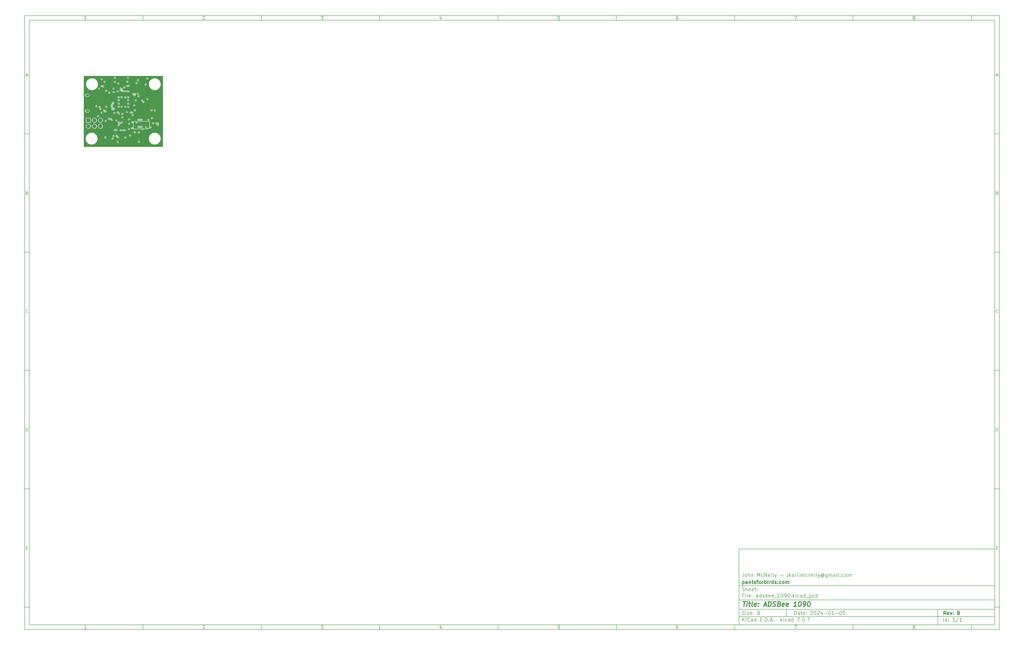
<source format=gbr>
G04 #@! TF.GenerationSoftware,KiCad,Pcbnew,7.0.7*
G04 #@! TF.CreationDate,2024-01-05T02:17:43-08:00*
G04 #@! TF.ProjectId,adsbee_1090,61647362-6565-45f3-9130-39302e6b6963,B*
G04 #@! TF.SameCoordinates,Original*
G04 #@! TF.FileFunction,Copper,L3,Inr*
G04 #@! TF.FilePolarity,Positive*
%FSLAX46Y46*%
G04 Gerber Fmt 4.6, Leading zero omitted, Abs format (unit mm)*
G04 Created by KiCad (PCBNEW 7.0.7) date 2024-01-05 02:17:43*
%MOMM*%
%LPD*%
G01*
G04 APERTURE LIST*
%ADD10C,0.100000*%
%ADD11C,0.150000*%
%ADD12C,0.300000*%
%ADD13C,0.400000*%
G04 #@! TA.AperFunction,ComponentPad*
%ADD14O,1.600000X0.900000*%
G04 #@! TD*
G04 #@! TA.AperFunction,ComponentPad*
%ADD15R,1.700000X1.700000*%
G04 #@! TD*
G04 #@! TA.AperFunction,ComponentPad*
%ADD16O,1.700000X1.700000*%
G04 #@! TD*
G04 #@! TA.AperFunction,ViaPad*
%ADD17C,0.500000*%
G04 #@! TD*
G04 APERTURE END LIST*
D10*
D11*
X311800000Y-235400000D02*
X419800000Y-235400000D01*
X419800000Y-267400000D01*
X311800000Y-267400000D01*
X311800000Y-235400000D01*
D10*
D11*
X10000000Y-10000000D02*
X421800000Y-10000000D01*
X421800000Y-269400000D01*
X10000000Y-269400000D01*
X10000000Y-10000000D01*
D10*
D11*
X12000000Y-12000000D02*
X419800000Y-12000000D01*
X419800000Y-267400000D01*
X12000000Y-267400000D01*
X12000000Y-12000000D01*
D10*
D11*
X60000000Y-12000000D02*
X60000000Y-10000000D01*
D10*
D11*
X110000000Y-12000000D02*
X110000000Y-10000000D01*
D10*
D11*
X160000000Y-12000000D02*
X160000000Y-10000000D01*
D10*
D11*
X210000000Y-12000000D02*
X210000000Y-10000000D01*
D10*
D11*
X260000000Y-12000000D02*
X260000000Y-10000000D01*
D10*
D11*
X310000000Y-12000000D02*
X310000000Y-10000000D01*
D10*
D11*
X360000000Y-12000000D02*
X360000000Y-10000000D01*
D10*
D11*
X410000000Y-12000000D02*
X410000000Y-10000000D01*
D10*
D11*
X36089160Y-11593604D02*
X35346303Y-11593604D01*
X35717731Y-11593604D02*
X35717731Y-10293604D01*
X35717731Y-10293604D02*
X35593922Y-10479319D01*
X35593922Y-10479319D02*
X35470112Y-10603128D01*
X35470112Y-10603128D02*
X35346303Y-10665033D01*
D10*
D11*
X85346303Y-10417414D02*
X85408207Y-10355509D01*
X85408207Y-10355509D02*
X85532017Y-10293604D01*
X85532017Y-10293604D02*
X85841541Y-10293604D01*
X85841541Y-10293604D02*
X85965350Y-10355509D01*
X85965350Y-10355509D02*
X86027255Y-10417414D01*
X86027255Y-10417414D02*
X86089160Y-10541223D01*
X86089160Y-10541223D02*
X86089160Y-10665033D01*
X86089160Y-10665033D02*
X86027255Y-10850747D01*
X86027255Y-10850747D02*
X85284398Y-11593604D01*
X85284398Y-11593604D02*
X86089160Y-11593604D01*
D10*
D11*
X135284398Y-10293604D02*
X136089160Y-10293604D01*
X136089160Y-10293604D02*
X135655826Y-10788842D01*
X135655826Y-10788842D02*
X135841541Y-10788842D01*
X135841541Y-10788842D02*
X135965350Y-10850747D01*
X135965350Y-10850747D02*
X136027255Y-10912652D01*
X136027255Y-10912652D02*
X136089160Y-11036461D01*
X136089160Y-11036461D02*
X136089160Y-11345985D01*
X136089160Y-11345985D02*
X136027255Y-11469795D01*
X136027255Y-11469795D02*
X135965350Y-11531700D01*
X135965350Y-11531700D02*
X135841541Y-11593604D01*
X135841541Y-11593604D02*
X135470112Y-11593604D01*
X135470112Y-11593604D02*
X135346303Y-11531700D01*
X135346303Y-11531700D02*
X135284398Y-11469795D01*
D10*
D11*
X185965350Y-10726938D02*
X185965350Y-11593604D01*
X185655826Y-10231700D02*
X185346303Y-11160271D01*
X185346303Y-11160271D02*
X186151064Y-11160271D01*
D10*
D11*
X236027255Y-10293604D02*
X235408207Y-10293604D01*
X235408207Y-10293604D02*
X235346303Y-10912652D01*
X235346303Y-10912652D02*
X235408207Y-10850747D01*
X235408207Y-10850747D02*
X235532017Y-10788842D01*
X235532017Y-10788842D02*
X235841541Y-10788842D01*
X235841541Y-10788842D02*
X235965350Y-10850747D01*
X235965350Y-10850747D02*
X236027255Y-10912652D01*
X236027255Y-10912652D02*
X236089160Y-11036461D01*
X236089160Y-11036461D02*
X236089160Y-11345985D01*
X236089160Y-11345985D02*
X236027255Y-11469795D01*
X236027255Y-11469795D02*
X235965350Y-11531700D01*
X235965350Y-11531700D02*
X235841541Y-11593604D01*
X235841541Y-11593604D02*
X235532017Y-11593604D01*
X235532017Y-11593604D02*
X235408207Y-11531700D01*
X235408207Y-11531700D02*
X235346303Y-11469795D01*
D10*
D11*
X285965350Y-10293604D02*
X285717731Y-10293604D01*
X285717731Y-10293604D02*
X285593922Y-10355509D01*
X285593922Y-10355509D02*
X285532017Y-10417414D01*
X285532017Y-10417414D02*
X285408207Y-10603128D01*
X285408207Y-10603128D02*
X285346303Y-10850747D01*
X285346303Y-10850747D02*
X285346303Y-11345985D01*
X285346303Y-11345985D02*
X285408207Y-11469795D01*
X285408207Y-11469795D02*
X285470112Y-11531700D01*
X285470112Y-11531700D02*
X285593922Y-11593604D01*
X285593922Y-11593604D02*
X285841541Y-11593604D01*
X285841541Y-11593604D02*
X285965350Y-11531700D01*
X285965350Y-11531700D02*
X286027255Y-11469795D01*
X286027255Y-11469795D02*
X286089160Y-11345985D01*
X286089160Y-11345985D02*
X286089160Y-11036461D01*
X286089160Y-11036461D02*
X286027255Y-10912652D01*
X286027255Y-10912652D02*
X285965350Y-10850747D01*
X285965350Y-10850747D02*
X285841541Y-10788842D01*
X285841541Y-10788842D02*
X285593922Y-10788842D01*
X285593922Y-10788842D02*
X285470112Y-10850747D01*
X285470112Y-10850747D02*
X285408207Y-10912652D01*
X285408207Y-10912652D02*
X285346303Y-11036461D01*
D10*
D11*
X335284398Y-10293604D02*
X336151064Y-10293604D01*
X336151064Y-10293604D02*
X335593922Y-11593604D01*
D10*
D11*
X385593922Y-10850747D02*
X385470112Y-10788842D01*
X385470112Y-10788842D02*
X385408207Y-10726938D01*
X385408207Y-10726938D02*
X385346303Y-10603128D01*
X385346303Y-10603128D02*
X385346303Y-10541223D01*
X385346303Y-10541223D02*
X385408207Y-10417414D01*
X385408207Y-10417414D02*
X385470112Y-10355509D01*
X385470112Y-10355509D02*
X385593922Y-10293604D01*
X385593922Y-10293604D02*
X385841541Y-10293604D01*
X385841541Y-10293604D02*
X385965350Y-10355509D01*
X385965350Y-10355509D02*
X386027255Y-10417414D01*
X386027255Y-10417414D02*
X386089160Y-10541223D01*
X386089160Y-10541223D02*
X386089160Y-10603128D01*
X386089160Y-10603128D02*
X386027255Y-10726938D01*
X386027255Y-10726938D02*
X385965350Y-10788842D01*
X385965350Y-10788842D02*
X385841541Y-10850747D01*
X385841541Y-10850747D02*
X385593922Y-10850747D01*
X385593922Y-10850747D02*
X385470112Y-10912652D01*
X385470112Y-10912652D02*
X385408207Y-10974557D01*
X385408207Y-10974557D02*
X385346303Y-11098366D01*
X385346303Y-11098366D02*
X385346303Y-11345985D01*
X385346303Y-11345985D02*
X385408207Y-11469795D01*
X385408207Y-11469795D02*
X385470112Y-11531700D01*
X385470112Y-11531700D02*
X385593922Y-11593604D01*
X385593922Y-11593604D02*
X385841541Y-11593604D01*
X385841541Y-11593604D02*
X385965350Y-11531700D01*
X385965350Y-11531700D02*
X386027255Y-11469795D01*
X386027255Y-11469795D02*
X386089160Y-11345985D01*
X386089160Y-11345985D02*
X386089160Y-11098366D01*
X386089160Y-11098366D02*
X386027255Y-10974557D01*
X386027255Y-10974557D02*
X385965350Y-10912652D01*
X385965350Y-10912652D02*
X385841541Y-10850747D01*
D10*
D11*
X60000000Y-267400000D02*
X60000000Y-269400000D01*
D10*
D11*
X110000000Y-267400000D02*
X110000000Y-269400000D01*
D10*
D11*
X160000000Y-267400000D02*
X160000000Y-269400000D01*
D10*
D11*
X210000000Y-267400000D02*
X210000000Y-269400000D01*
D10*
D11*
X260000000Y-267400000D02*
X260000000Y-269400000D01*
D10*
D11*
X310000000Y-267400000D02*
X310000000Y-269400000D01*
D10*
D11*
X360000000Y-267400000D02*
X360000000Y-269400000D01*
D10*
D11*
X410000000Y-267400000D02*
X410000000Y-269400000D01*
D10*
D11*
X36089160Y-268993604D02*
X35346303Y-268993604D01*
X35717731Y-268993604D02*
X35717731Y-267693604D01*
X35717731Y-267693604D02*
X35593922Y-267879319D01*
X35593922Y-267879319D02*
X35470112Y-268003128D01*
X35470112Y-268003128D02*
X35346303Y-268065033D01*
D10*
D11*
X85346303Y-267817414D02*
X85408207Y-267755509D01*
X85408207Y-267755509D02*
X85532017Y-267693604D01*
X85532017Y-267693604D02*
X85841541Y-267693604D01*
X85841541Y-267693604D02*
X85965350Y-267755509D01*
X85965350Y-267755509D02*
X86027255Y-267817414D01*
X86027255Y-267817414D02*
X86089160Y-267941223D01*
X86089160Y-267941223D02*
X86089160Y-268065033D01*
X86089160Y-268065033D02*
X86027255Y-268250747D01*
X86027255Y-268250747D02*
X85284398Y-268993604D01*
X85284398Y-268993604D02*
X86089160Y-268993604D01*
D10*
D11*
X135284398Y-267693604D02*
X136089160Y-267693604D01*
X136089160Y-267693604D02*
X135655826Y-268188842D01*
X135655826Y-268188842D02*
X135841541Y-268188842D01*
X135841541Y-268188842D02*
X135965350Y-268250747D01*
X135965350Y-268250747D02*
X136027255Y-268312652D01*
X136027255Y-268312652D02*
X136089160Y-268436461D01*
X136089160Y-268436461D02*
X136089160Y-268745985D01*
X136089160Y-268745985D02*
X136027255Y-268869795D01*
X136027255Y-268869795D02*
X135965350Y-268931700D01*
X135965350Y-268931700D02*
X135841541Y-268993604D01*
X135841541Y-268993604D02*
X135470112Y-268993604D01*
X135470112Y-268993604D02*
X135346303Y-268931700D01*
X135346303Y-268931700D02*
X135284398Y-268869795D01*
D10*
D11*
X185965350Y-268126938D02*
X185965350Y-268993604D01*
X185655826Y-267631700D02*
X185346303Y-268560271D01*
X185346303Y-268560271D02*
X186151064Y-268560271D01*
D10*
D11*
X236027255Y-267693604D02*
X235408207Y-267693604D01*
X235408207Y-267693604D02*
X235346303Y-268312652D01*
X235346303Y-268312652D02*
X235408207Y-268250747D01*
X235408207Y-268250747D02*
X235532017Y-268188842D01*
X235532017Y-268188842D02*
X235841541Y-268188842D01*
X235841541Y-268188842D02*
X235965350Y-268250747D01*
X235965350Y-268250747D02*
X236027255Y-268312652D01*
X236027255Y-268312652D02*
X236089160Y-268436461D01*
X236089160Y-268436461D02*
X236089160Y-268745985D01*
X236089160Y-268745985D02*
X236027255Y-268869795D01*
X236027255Y-268869795D02*
X235965350Y-268931700D01*
X235965350Y-268931700D02*
X235841541Y-268993604D01*
X235841541Y-268993604D02*
X235532017Y-268993604D01*
X235532017Y-268993604D02*
X235408207Y-268931700D01*
X235408207Y-268931700D02*
X235346303Y-268869795D01*
D10*
D11*
X285965350Y-267693604D02*
X285717731Y-267693604D01*
X285717731Y-267693604D02*
X285593922Y-267755509D01*
X285593922Y-267755509D02*
X285532017Y-267817414D01*
X285532017Y-267817414D02*
X285408207Y-268003128D01*
X285408207Y-268003128D02*
X285346303Y-268250747D01*
X285346303Y-268250747D02*
X285346303Y-268745985D01*
X285346303Y-268745985D02*
X285408207Y-268869795D01*
X285408207Y-268869795D02*
X285470112Y-268931700D01*
X285470112Y-268931700D02*
X285593922Y-268993604D01*
X285593922Y-268993604D02*
X285841541Y-268993604D01*
X285841541Y-268993604D02*
X285965350Y-268931700D01*
X285965350Y-268931700D02*
X286027255Y-268869795D01*
X286027255Y-268869795D02*
X286089160Y-268745985D01*
X286089160Y-268745985D02*
X286089160Y-268436461D01*
X286089160Y-268436461D02*
X286027255Y-268312652D01*
X286027255Y-268312652D02*
X285965350Y-268250747D01*
X285965350Y-268250747D02*
X285841541Y-268188842D01*
X285841541Y-268188842D02*
X285593922Y-268188842D01*
X285593922Y-268188842D02*
X285470112Y-268250747D01*
X285470112Y-268250747D02*
X285408207Y-268312652D01*
X285408207Y-268312652D02*
X285346303Y-268436461D01*
D10*
D11*
X335284398Y-267693604D02*
X336151064Y-267693604D01*
X336151064Y-267693604D02*
X335593922Y-268993604D01*
D10*
D11*
X385593922Y-268250747D02*
X385470112Y-268188842D01*
X385470112Y-268188842D02*
X385408207Y-268126938D01*
X385408207Y-268126938D02*
X385346303Y-268003128D01*
X385346303Y-268003128D02*
X385346303Y-267941223D01*
X385346303Y-267941223D02*
X385408207Y-267817414D01*
X385408207Y-267817414D02*
X385470112Y-267755509D01*
X385470112Y-267755509D02*
X385593922Y-267693604D01*
X385593922Y-267693604D02*
X385841541Y-267693604D01*
X385841541Y-267693604D02*
X385965350Y-267755509D01*
X385965350Y-267755509D02*
X386027255Y-267817414D01*
X386027255Y-267817414D02*
X386089160Y-267941223D01*
X386089160Y-267941223D02*
X386089160Y-268003128D01*
X386089160Y-268003128D02*
X386027255Y-268126938D01*
X386027255Y-268126938D02*
X385965350Y-268188842D01*
X385965350Y-268188842D02*
X385841541Y-268250747D01*
X385841541Y-268250747D02*
X385593922Y-268250747D01*
X385593922Y-268250747D02*
X385470112Y-268312652D01*
X385470112Y-268312652D02*
X385408207Y-268374557D01*
X385408207Y-268374557D02*
X385346303Y-268498366D01*
X385346303Y-268498366D02*
X385346303Y-268745985D01*
X385346303Y-268745985D02*
X385408207Y-268869795D01*
X385408207Y-268869795D02*
X385470112Y-268931700D01*
X385470112Y-268931700D02*
X385593922Y-268993604D01*
X385593922Y-268993604D02*
X385841541Y-268993604D01*
X385841541Y-268993604D02*
X385965350Y-268931700D01*
X385965350Y-268931700D02*
X386027255Y-268869795D01*
X386027255Y-268869795D02*
X386089160Y-268745985D01*
X386089160Y-268745985D02*
X386089160Y-268498366D01*
X386089160Y-268498366D02*
X386027255Y-268374557D01*
X386027255Y-268374557D02*
X385965350Y-268312652D01*
X385965350Y-268312652D02*
X385841541Y-268250747D01*
D10*
D11*
X10000000Y-60000000D02*
X12000000Y-60000000D01*
D10*
D11*
X10000000Y-110000000D02*
X12000000Y-110000000D01*
D10*
D11*
X10000000Y-160000000D02*
X12000000Y-160000000D01*
D10*
D11*
X10000000Y-210000000D02*
X12000000Y-210000000D01*
D10*
D11*
X10000000Y-260000000D02*
X12000000Y-260000000D01*
D10*
D11*
X10690476Y-35222176D02*
X11309523Y-35222176D01*
X10566666Y-35593604D02*
X10999999Y-34293604D01*
X10999999Y-34293604D02*
X11433333Y-35593604D01*
D10*
D11*
X11092857Y-84912652D02*
X11278571Y-84974557D01*
X11278571Y-84974557D02*
X11340476Y-85036461D01*
X11340476Y-85036461D02*
X11402380Y-85160271D01*
X11402380Y-85160271D02*
X11402380Y-85345985D01*
X11402380Y-85345985D02*
X11340476Y-85469795D01*
X11340476Y-85469795D02*
X11278571Y-85531700D01*
X11278571Y-85531700D02*
X11154761Y-85593604D01*
X11154761Y-85593604D02*
X10659523Y-85593604D01*
X10659523Y-85593604D02*
X10659523Y-84293604D01*
X10659523Y-84293604D02*
X11092857Y-84293604D01*
X11092857Y-84293604D02*
X11216666Y-84355509D01*
X11216666Y-84355509D02*
X11278571Y-84417414D01*
X11278571Y-84417414D02*
X11340476Y-84541223D01*
X11340476Y-84541223D02*
X11340476Y-84665033D01*
X11340476Y-84665033D02*
X11278571Y-84788842D01*
X11278571Y-84788842D02*
X11216666Y-84850747D01*
X11216666Y-84850747D02*
X11092857Y-84912652D01*
X11092857Y-84912652D02*
X10659523Y-84912652D01*
D10*
D11*
X11402380Y-135469795D02*
X11340476Y-135531700D01*
X11340476Y-135531700D02*
X11154761Y-135593604D01*
X11154761Y-135593604D02*
X11030952Y-135593604D01*
X11030952Y-135593604D02*
X10845238Y-135531700D01*
X10845238Y-135531700D02*
X10721428Y-135407890D01*
X10721428Y-135407890D02*
X10659523Y-135284080D01*
X10659523Y-135284080D02*
X10597619Y-135036461D01*
X10597619Y-135036461D02*
X10597619Y-134850747D01*
X10597619Y-134850747D02*
X10659523Y-134603128D01*
X10659523Y-134603128D02*
X10721428Y-134479319D01*
X10721428Y-134479319D02*
X10845238Y-134355509D01*
X10845238Y-134355509D02*
X11030952Y-134293604D01*
X11030952Y-134293604D02*
X11154761Y-134293604D01*
X11154761Y-134293604D02*
X11340476Y-134355509D01*
X11340476Y-134355509D02*
X11402380Y-134417414D01*
D10*
D11*
X10659523Y-185593604D02*
X10659523Y-184293604D01*
X10659523Y-184293604D02*
X10969047Y-184293604D01*
X10969047Y-184293604D02*
X11154761Y-184355509D01*
X11154761Y-184355509D02*
X11278571Y-184479319D01*
X11278571Y-184479319D02*
X11340476Y-184603128D01*
X11340476Y-184603128D02*
X11402380Y-184850747D01*
X11402380Y-184850747D02*
X11402380Y-185036461D01*
X11402380Y-185036461D02*
X11340476Y-185284080D01*
X11340476Y-185284080D02*
X11278571Y-185407890D01*
X11278571Y-185407890D02*
X11154761Y-185531700D01*
X11154761Y-185531700D02*
X10969047Y-185593604D01*
X10969047Y-185593604D02*
X10659523Y-185593604D01*
D10*
D11*
X10721428Y-234912652D02*
X11154762Y-234912652D01*
X11340476Y-235593604D02*
X10721428Y-235593604D01*
X10721428Y-235593604D02*
X10721428Y-234293604D01*
X10721428Y-234293604D02*
X11340476Y-234293604D01*
D10*
D11*
X421800000Y-60000000D02*
X419800000Y-60000000D01*
D10*
D11*
X421800000Y-110000000D02*
X419800000Y-110000000D01*
D10*
D11*
X421800000Y-160000000D02*
X419800000Y-160000000D01*
D10*
D11*
X421800000Y-210000000D02*
X419800000Y-210000000D01*
D10*
D11*
X421800000Y-260000000D02*
X419800000Y-260000000D01*
D10*
D11*
X420490476Y-35222176D02*
X421109523Y-35222176D01*
X420366666Y-35593604D02*
X420799999Y-34293604D01*
X420799999Y-34293604D02*
X421233333Y-35593604D01*
D10*
D11*
X420892857Y-84912652D02*
X421078571Y-84974557D01*
X421078571Y-84974557D02*
X421140476Y-85036461D01*
X421140476Y-85036461D02*
X421202380Y-85160271D01*
X421202380Y-85160271D02*
X421202380Y-85345985D01*
X421202380Y-85345985D02*
X421140476Y-85469795D01*
X421140476Y-85469795D02*
X421078571Y-85531700D01*
X421078571Y-85531700D02*
X420954761Y-85593604D01*
X420954761Y-85593604D02*
X420459523Y-85593604D01*
X420459523Y-85593604D02*
X420459523Y-84293604D01*
X420459523Y-84293604D02*
X420892857Y-84293604D01*
X420892857Y-84293604D02*
X421016666Y-84355509D01*
X421016666Y-84355509D02*
X421078571Y-84417414D01*
X421078571Y-84417414D02*
X421140476Y-84541223D01*
X421140476Y-84541223D02*
X421140476Y-84665033D01*
X421140476Y-84665033D02*
X421078571Y-84788842D01*
X421078571Y-84788842D02*
X421016666Y-84850747D01*
X421016666Y-84850747D02*
X420892857Y-84912652D01*
X420892857Y-84912652D02*
X420459523Y-84912652D01*
D10*
D11*
X421202380Y-135469795D02*
X421140476Y-135531700D01*
X421140476Y-135531700D02*
X420954761Y-135593604D01*
X420954761Y-135593604D02*
X420830952Y-135593604D01*
X420830952Y-135593604D02*
X420645238Y-135531700D01*
X420645238Y-135531700D02*
X420521428Y-135407890D01*
X420521428Y-135407890D02*
X420459523Y-135284080D01*
X420459523Y-135284080D02*
X420397619Y-135036461D01*
X420397619Y-135036461D02*
X420397619Y-134850747D01*
X420397619Y-134850747D02*
X420459523Y-134603128D01*
X420459523Y-134603128D02*
X420521428Y-134479319D01*
X420521428Y-134479319D02*
X420645238Y-134355509D01*
X420645238Y-134355509D02*
X420830952Y-134293604D01*
X420830952Y-134293604D02*
X420954761Y-134293604D01*
X420954761Y-134293604D02*
X421140476Y-134355509D01*
X421140476Y-134355509D02*
X421202380Y-134417414D01*
D10*
D11*
X420459523Y-185593604D02*
X420459523Y-184293604D01*
X420459523Y-184293604D02*
X420769047Y-184293604D01*
X420769047Y-184293604D02*
X420954761Y-184355509D01*
X420954761Y-184355509D02*
X421078571Y-184479319D01*
X421078571Y-184479319D02*
X421140476Y-184603128D01*
X421140476Y-184603128D02*
X421202380Y-184850747D01*
X421202380Y-184850747D02*
X421202380Y-185036461D01*
X421202380Y-185036461D02*
X421140476Y-185284080D01*
X421140476Y-185284080D02*
X421078571Y-185407890D01*
X421078571Y-185407890D02*
X420954761Y-185531700D01*
X420954761Y-185531700D02*
X420769047Y-185593604D01*
X420769047Y-185593604D02*
X420459523Y-185593604D01*
D10*
D11*
X420521428Y-234912652D02*
X420954762Y-234912652D01*
X421140476Y-235593604D02*
X420521428Y-235593604D01*
X420521428Y-235593604D02*
X420521428Y-234293604D01*
X420521428Y-234293604D02*
X421140476Y-234293604D01*
D10*
D11*
X335255826Y-263186128D02*
X335255826Y-261686128D01*
X335255826Y-261686128D02*
X335612969Y-261686128D01*
X335612969Y-261686128D02*
X335827255Y-261757557D01*
X335827255Y-261757557D02*
X335970112Y-261900414D01*
X335970112Y-261900414D02*
X336041541Y-262043271D01*
X336041541Y-262043271D02*
X336112969Y-262328985D01*
X336112969Y-262328985D02*
X336112969Y-262543271D01*
X336112969Y-262543271D02*
X336041541Y-262828985D01*
X336041541Y-262828985D02*
X335970112Y-262971842D01*
X335970112Y-262971842D02*
X335827255Y-263114700D01*
X335827255Y-263114700D02*
X335612969Y-263186128D01*
X335612969Y-263186128D02*
X335255826Y-263186128D01*
X337398684Y-263186128D02*
X337398684Y-262400414D01*
X337398684Y-262400414D02*
X337327255Y-262257557D01*
X337327255Y-262257557D02*
X337184398Y-262186128D01*
X337184398Y-262186128D02*
X336898684Y-262186128D01*
X336898684Y-262186128D02*
X336755826Y-262257557D01*
X337398684Y-263114700D02*
X337255826Y-263186128D01*
X337255826Y-263186128D02*
X336898684Y-263186128D01*
X336898684Y-263186128D02*
X336755826Y-263114700D01*
X336755826Y-263114700D02*
X336684398Y-262971842D01*
X336684398Y-262971842D02*
X336684398Y-262828985D01*
X336684398Y-262828985D02*
X336755826Y-262686128D01*
X336755826Y-262686128D02*
X336898684Y-262614700D01*
X336898684Y-262614700D02*
X337255826Y-262614700D01*
X337255826Y-262614700D02*
X337398684Y-262543271D01*
X337898684Y-262186128D02*
X338470112Y-262186128D01*
X338112969Y-261686128D02*
X338112969Y-262971842D01*
X338112969Y-262971842D02*
X338184398Y-263114700D01*
X338184398Y-263114700D02*
X338327255Y-263186128D01*
X338327255Y-263186128D02*
X338470112Y-263186128D01*
X339541541Y-263114700D02*
X339398684Y-263186128D01*
X339398684Y-263186128D02*
X339112970Y-263186128D01*
X339112970Y-263186128D02*
X338970112Y-263114700D01*
X338970112Y-263114700D02*
X338898684Y-262971842D01*
X338898684Y-262971842D02*
X338898684Y-262400414D01*
X338898684Y-262400414D02*
X338970112Y-262257557D01*
X338970112Y-262257557D02*
X339112970Y-262186128D01*
X339112970Y-262186128D02*
X339398684Y-262186128D01*
X339398684Y-262186128D02*
X339541541Y-262257557D01*
X339541541Y-262257557D02*
X339612970Y-262400414D01*
X339612970Y-262400414D02*
X339612970Y-262543271D01*
X339612970Y-262543271D02*
X338898684Y-262686128D01*
X340255826Y-263043271D02*
X340327255Y-263114700D01*
X340327255Y-263114700D02*
X340255826Y-263186128D01*
X340255826Y-263186128D02*
X340184398Y-263114700D01*
X340184398Y-263114700D02*
X340255826Y-263043271D01*
X340255826Y-263043271D02*
X340255826Y-263186128D01*
X340255826Y-262257557D02*
X340327255Y-262328985D01*
X340327255Y-262328985D02*
X340255826Y-262400414D01*
X340255826Y-262400414D02*
X340184398Y-262328985D01*
X340184398Y-262328985D02*
X340255826Y-262257557D01*
X340255826Y-262257557D02*
X340255826Y-262400414D01*
X342041541Y-261828985D02*
X342112969Y-261757557D01*
X342112969Y-261757557D02*
X342255827Y-261686128D01*
X342255827Y-261686128D02*
X342612969Y-261686128D01*
X342612969Y-261686128D02*
X342755827Y-261757557D01*
X342755827Y-261757557D02*
X342827255Y-261828985D01*
X342827255Y-261828985D02*
X342898684Y-261971842D01*
X342898684Y-261971842D02*
X342898684Y-262114700D01*
X342898684Y-262114700D02*
X342827255Y-262328985D01*
X342827255Y-262328985D02*
X341970112Y-263186128D01*
X341970112Y-263186128D02*
X342898684Y-263186128D01*
X343827255Y-261686128D02*
X343970112Y-261686128D01*
X343970112Y-261686128D02*
X344112969Y-261757557D01*
X344112969Y-261757557D02*
X344184398Y-261828985D01*
X344184398Y-261828985D02*
X344255826Y-261971842D01*
X344255826Y-261971842D02*
X344327255Y-262257557D01*
X344327255Y-262257557D02*
X344327255Y-262614700D01*
X344327255Y-262614700D02*
X344255826Y-262900414D01*
X344255826Y-262900414D02*
X344184398Y-263043271D01*
X344184398Y-263043271D02*
X344112969Y-263114700D01*
X344112969Y-263114700D02*
X343970112Y-263186128D01*
X343970112Y-263186128D02*
X343827255Y-263186128D01*
X343827255Y-263186128D02*
X343684398Y-263114700D01*
X343684398Y-263114700D02*
X343612969Y-263043271D01*
X343612969Y-263043271D02*
X343541540Y-262900414D01*
X343541540Y-262900414D02*
X343470112Y-262614700D01*
X343470112Y-262614700D02*
X343470112Y-262257557D01*
X343470112Y-262257557D02*
X343541540Y-261971842D01*
X343541540Y-261971842D02*
X343612969Y-261828985D01*
X343612969Y-261828985D02*
X343684398Y-261757557D01*
X343684398Y-261757557D02*
X343827255Y-261686128D01*
X344898683Y-261828985D02*
X344970111Y-261757557D01*
X344970111Y-261757557D02*
X345112969Y-261686128D01*
X345112969Y-261686128D02*
X345470111Y-261686128D01*
X345470111Y-261686128D02*
X345612969Y-261757557D01*
X345612969Y-261757557D02*
X345684397Y-261828985D01*
X345684397Y-261828985D02*
X345755826Y-261971842D01*
X345755826Y-261971842D02*
X345755826Y-262114700D01*
X345755826Y-262114700D02*
X345684397Y-262328985D01*
X345684397Y-262328985D02*
X344827254Y-263186128D01*
X344827254Y-263186128D02*
X345755826Y-263186128D01*
X347041540Y-262186128D02*
X347041540Y-263186128D01*
X346684397Y-261614700D02*
X346327254Y-262686128D01*
X346327254Y-262686128D02*
X347255825Y-262686128D01*
X347827253Y-262614700D02*
X348970111Y-262614700D01*
X349970111Y-261686128D02*
X350112968Y-261686128D01*
X350112968Y-261686128D02*
X350255825Y-261757557D01*
X350255825Y-261757557D02*
X350327254Y-261828985D01*
X350327254Y-261828985D02*
X350398682Y-261971842D01*
X350398682Y-261971842D02*
X350470111Y-262257557D01*
X350470111Y-262257557D02*
X350470111Y-262614700D01*
X350470111Y-262614700D02*
X350398682Y-262900414D01*
X350398682Y-262900414D02*
X350327254Y-263043271D01*
X350327254Y-263043271D02*
X350255825Y-263114700D01*
X350255825Y-263114700D02*
X350112968Y-263186128D01*
X350112968Y-263186128D02*
X349970111Y-263186128D01*
X349970111Y-263186128D02*
X349827254Y-263114700D01*
X349827254Y-263114700D02*
X349755825Y-263043271D01*
X349755825Y-263043271D02*
X349684396Y-262900414D01*
X349684396Y-262900414D02*
X349612968Y-262614700D01*
X349612968Y-262614700D02*
X349612968Y-262257557D01*
X349612968Y-262257557D02*
X349684396Y-261971842D01*
X349684396Y-261971842D02*
X349755825Y-261828985D01*
X349755825Y-261828985D02*
X349827254Y-261757557D01*
X349827254Y-261757557D02*
X349970111Y-261686128D01*
X351898682Y-263186128D02*
X351041539Y-263186128D01*
X351470110Y-263186128D02*
X351470110Y-261686128D01*
X351470110Y-261686128D02*
X351327253Y-261900414D01*
X351327253Y-261900414D02*
X351184396Y-262043271D01*
X351184396Y-262043271D02*
X351041539Y-262114700D01*
X352541538Y-262614700D02*
X353684396Y-262614700D01*
X354684396Y-261686128D02*
X354827253Y-261686128D01*
X354827253Y-261686128D02*
X354970110Y-261757557D01*
X354970110Y-261757557D02*
X355041539Y-261828985D01*
X355041539Y-261828985D02*
X355112967Y-261971842D01*
X355112967Y-261971842D02*
X355184396Y-262257557D01*
X355184396Y-262257557D02*
X355184396Y-262614700D01*
X355184396Y-262614700D02*
X355112967Y-262900414D01*
X355112967Y-262900414D02*
X355041539Y-263043271D01*
X355041539Y-263043271D02*
X354970110Y-263114700D01*
X354970110Y-263114700D02*
X354827253Y-263186128D01*
X354827253Y-263186128D02*
X354684396Y-263186128D01*
X354684396Y-263186128D02*
X354541539Y-263114700D01*
X354541539Y-263114700D02*
X354470110Y-263043271D01*
X354470110Y-263043271D02*
X354398681Y-262900414D01*
X354398681Y-262900414D02*
X354327253Y-262614700D01*
X354327253Y-262614700D02*
X354327253Y-262257557D01*
X354327253Y-262257557D02*
X354398681Y-261971842D01*
X354398681Y-261971842D02*
X354470110Y-261828985D01*
X354470110Y-261828985D02*
X354541539Y-261757557D01*
X354541539Y-261757557D02*
X354684396Y-261686128D01*
X356541538Y-261686128D02*
X355827252Y-261686128D01*
X355827252Y-261686128D02*
X355755824Y-262400414D01*
X355755824Y-262400414D02*
X355827252Y-262328985D01*
X355827252Y-262328985D02*
X355970110Y-262257557D01*
X355970110Y-262257557D02*
X356327252Y-262257557D01*
X356327252Y-262257557D02*
X356470110Y-262328985D01*
X356470110Y-262328985D02*
X356541538Y-262400414D01*
X356541538Y-262400414D02*
X356612967Y-262543271D01*
X356612967Y-262543271D02*
X356612967Y-262900414D01*
X356612967Y-262900414D02*
X356541538Y-263043271D01*
X356541538Y-263043271D02*
X356470110Y-263114700D01*
X356470110Y-263114700D02*
X356327252Y-263186128D01*
X356327252Y-263186128D02*
X355970110Y-263186128D01*
X355970110Y-263186128D02*
X355827252Y-263114700D01*
X355827252Y-263114700D02*
X355755824Y-263043271D01*
D10*
D11*
X311800000Y-263900000D02*
X419800000Y-263900000D01*
D10*
D11*
X313255826Y-265986128D02*
X313255826Y-264486128D01*
X314112969Y-265986128D02*
X313470112Y-265128985D01*
X314112969Y-264486128D02*
X313255826Y-265343271D01*
X314755826Y-265986128D02*
X314755826Y-264986128D01*
X314755826Y-264486128D02*
X314684398Y-264557557D01*
X314684398Y-264557557D02*
X314755826Y-264628985D01*
X314755826Y-264628985D02*
X314827255Y-264557557D01*
X314827255Y-264557557D02*
X314755826Y-264486128D01*
X314755826Y-264486128D02*
X314755826Y-264628985D01*
X316327255Y-265843271D02*
X316255827Y-265914700D01*
X316255827Y-265914700D02*
X316041541Y-265986128D01*
X316041541Y-265986128D02*
X315898684Y-265986128D01*
X315898684Y-265986128D02*
X315684398Y-265914700D01*
X315684398Y-265914700D02*
X315541541Y-265771842D01*
X315541541Y-265771842D02*
X315470112Y-265628985D01*
X315470112Y-265628985D02*
X315398684Y-265343271D01*
X315398684Y-265343271D02*
X315398684Y-265128985D01*
X315398684Y-265128985D02*
X315470112Y-264843271D01*
X315470112Y-264843271D02*
X315541541Y-264700414D01*
X315541541Y-264700414D02*
X315684398Y-264557557D01*
X315684398Y-264557557D02*
X315898684Y-264486128D01*
X315898684Y-264486128D02*
X316041541Y-264486128D01*
X316041541Y-264486128D02*
X316255827Y-264557557D01*
X316255827Y-264557557D02*
X316327255Y-264628985D01*
X317612970Y-265986128D02*
X317612970Y-265200414D01*
X317612970Y-265200414D02*
X317541541Y-265057557D01*
X317541541Y-265057557D02*
X317398684Y-264986128D01*
X317398684Y-264986128D02*
X317112970Y-264986128D01*
X317112970Y-264986128D02*
X316970112Y-265057557D01*
X317612970Y-265914700D02*
X317470112Y-265986128D01*
X317470112Y-265986128D02*
X317112970Y-265986128D01*
X317112970Y-265986128D02*
X316970112Y-265914700D01*
X316970112Y-265914700D02*
X316898684Y-265771842D01*
X316898684Y-265771842D02*
X316898684Y-265628985D01*
X316898684Y-265628985D02*
X316970112Y-265486128D01*
X316970112Y-265486128D02*
X317112970Y-265414700D01*
X317112970Y-265414700D02*
X317470112Y-265414700D01*
X317470112Y-265414700D02*
X317612970Y-265343271D01*
X318970113Y-265986128D02*
X318970113Y-264486128D01*
X318970113Y-265914700D02*
X318827255Y-265986128D01*
X318827255Y-265986128D02*
X318541541Y-265986128D01*
X318541541Y-265986128D02*
X318398684Y-265914700D01*
X318398684Y-265914700D02*
X318327255Y-265843271D01*
X318327255Y-265843271D02*
X318255827Y-265700414D01*
X318255827Y-265700414D02*
X318255827Y-265271842D01*
X318255827Y-265271842D02*
X318327255Y-265128985D01*
X318327255Y-265128985D02*
X318398684Y-265057557D01*
X318398684Y-265057557D02*
X318541541Y-264986128D01*
X318541541Y-264986128D02*
X318827255Y-264986128D01*
X318827255Y-264986128D02*
X318970113Y-265057557D01*
X320827255Y-265200414D02*
X321327255Y-265200414D01*
X321541541Y-265986128D02*
X320827255Y-265986128D01*
X320827255Y-265986128D02*
X320827255Y-264486128D01*
X320827255Y-264486128D02*
X321541541Y-264486128D01*
X322184398Y-265843271D02*
X322255827Y-265914700D01*
X322255827Y-265914700D02*
X322184398Y-265986128D01*
X322184398Y-265986128D02*
X322112970Y-265914700D01*
X322112970Y-265914700D02*
X322184398Y-265843271D01*
X322184398Y-265843271D02*
X322184398Y-265986128D01*
X322898684Y-265986128D02*
X322898684Y-264486128D01*
X322898684Y-264486128D02*
X323255827Y-264486128D01*
X323255827Y-264486128D02*
X323470113Y-264557557D01*
X323470113Y-264557557D02*
X323612970Y-264700414D01*
X323612970Y-264700414D02*
X323684399Y-264843271D01*
X323684399Y-264843271D02*
X323755827Y-265128985D01*
X323755827Y-265128985D02*
X323755827Y-265343271D01*
X323755827Y-265343271D02*
X323684399Y-265628985D01*
X323684399Y-265628985D02*
X323612970Y-265771842D01*
X323612970Y-265771842D02*
X323470113Y-265914700D01*
X323470113Y-265914700D02*
X323255827Y-265986128D01*
X323255827Y-265986128D02*
X322898684Y-265986128D01*
X324398684Y-265843271D02*
X324470113Y-265914700D01*
X324470113Y-265914700D02*
X324398684Y-265986128D01*
X324398684Y-265986128D02*
X324327256Y-265914700D01*
X324327256Y-265914700D02*
X324398684Y-265843271D01*
X324398684Y-265843271D02*
X324398684Y-265986128D01*
X325041542Y-265557557D02*
X325755828Y-265557557D01*
X324898685Y-265986128D02*
X325398685Y-264486128D01*
X325398685Y-264486128D02*
X325898685Y-265986128D01*
X326398684Y-265843271D02*
X326470113Y-265914700D01*
X326470113Y-265914700D02*
X326398684Y-265986128D01*
X326398684Y-265986128D02*
X326327256Y-265914700D01*
X326327256Y-265914700D02*
X326398684Y-265843271D01*
X326398684Y-265843271D02*
X326398684Y-265986128D01*
X329398684Y-265986128D02*
X329398684Y-264486128D01*
X329541542Y-265414700D02*
X329970113Y-265986128D01*
X329970113Y-264986128D02*
X329398684Y-265557557D01*
X330612970Y-265986128D02*
X330612970Y-264986128D01*
X330612970Y-264486128D02*
X330541542Y-264557557D01*
X330541542Y-264557557D02*
X330612970Y-264628985D01*
X330612970Y-264628985D02*
X330684399Y-264557557D01*
X330684399Y-264557557D02*
X330612970Y-264486128D01*
X330612970Y-264486128D02*
X330612970Y-264628985D01*
X331970114Y-265914700D02*
X331827256Y-265986128D01*
X331827256Y-265986128D02*
X331541542Y-265986128D01*
X331541542Y-265986128D02*
X331398685Y-265914700D01*
X331398685Y-265914700D02*
X331327256Y-265843271D01*
X331327256Y-265843271D02*
X331255828Y-265700414D01*
X331255828Y-265700414D02*
X331255828Y-265271842D01*
X331255828Y-265271842D02*
X331327256Y-265128985D01*
X331327256Y-265128985D02*
X331398685Y-265057557D01*
X331398685Y-265057557D02*
X331541542Y-264986128D01*
X331541542Y-264986128D02*
X331827256Y-264986128D01*
X331827256Y-264986128D02*
X331970114Y-265057557D01*
X333255828Y-265986128D02*
X333255828Y-265200414D01*
X333255828Y-265200414D02*
X333184399Y-265057557D01*
X333184399Y-265057557D02*
X333041542Y-264986128D01*
X333041542Y-264986128D02*
X332755828Y-264986128D01*
X332755828Y-264986128D02*
X332612970Y-265057557D01*
X333255828Y-265914700D02*
X333112970Y-265986128D01*
X333112970Y-265986128D02*
X332755828Y-265986128D01*
X332755828Y-265986128D02*
X332612970Y-265914700D01*
X332612970Y-265914700D02*
X332541542Y-265771842D01*
X332541542Y-265771842D02*
X332541542Y-265628985D01*
X332541542Y-265628985D02*
X332612970Y-265486128D01*
X332612970Y-265486128D02*
X332755828Y-265414700D01*
X332755828Y-265414700D02*
X333112970Y-265414700D01*
X333112970Y-265414700D02*
X333255828Y-265343271D01*
X334612971Y-265986128D02*
X334612971Y-264486128D01*
X334612971Y-265914700D02*
X334470113Y-265986128D01*
X334470113Y-265986128D02*
X334184399Y-265986128D01*
X334184399Y-265986128D02*
X334041542Y-265914700D01*
X334041542Y-265914700D02*
X333970113Y-265843271D01*
X333970113Y-265843271D02*
X333898685Y-265700414D01*
X333898685Y-265700414D02*
X333898685Y-265271842D01*
X333898685Y-265271842D02*
X333970113Y-265128985D01*
X333970113Y-265128985D02*
X334041542Y-265057557D01*
X334041542Y-265057557D02*
X334184399Y-264986128D01*
X334184399Y-264986128D02*
X334470113Y-264986128D01*
X334470113Y-264986128D02*
X334612971Y-265057557D01*
X336327256Y-264486128D02*
X337327256Y-264486128D01*
X337327256Y-264486128D02*
X336684399Y-265986128D01*
X337898684Y-265843271D02*
X337970113Y-265914700D01*
X337970113Y-265914700D02*
X337898684Y-265986128D01*
X337898684Y-265986128D02*
X337827256Y-265914700D01*
X337827256Y-265914700D02*
X337898684Y-265843271D01*
X337898684Y-265843271D02*
X337898684Y-265986128D01*
X338898685Y-264486128D02*
X339041542Y-264486128D01*
X339041542Y-264486128D02*
X339184399Y-264557557D01*
X339184399Y-264557557D02*
X339255828Y-264628985D01*
X339255828Y-264628985D02*
X339327256Y-264771842D01*
X339327256Y-264771842D02*
X339398685Y-265057557D01*
X339398685Y-265057557D02*
X339398685Y-265414700D01*
X339398685Y-265414700D02*
X339327256Y-265700414D01*
X339327256Y-265700414D02*
X339255828Y-265843271D01*
X339255828Y-265843271D02*
X339184399Y-265914700D01*
X339184399Y-265914700D02*
X339041542Y-265986128D01*
X339041542Y-265986128D02*
X338898685Y-265986128D01*
X338898685Y-265986128D02*
X338755828Y-265914700D01*
X338755828Y-265914700D02*
X338684399Y-265843271D01*
X338684399Y-265843271D02*
X338612970Y-265700414D01*
X338612970Y-265700414D02*
X338541542Y-265414700D01*
X338541542Y-265414700D02*
X338541542Y-265057557D01*
X338541542Y-265057557D02*
X338612970Y-264771842D01*
X338612970Y-264771842D02*
X338684399Y-264628985D01*
X338684399Y-264628985D02*
X338755828Y-264557557D01*
X338755828Y-264557557D02*
X338898685Y-264486128D01*
X340041541Y-265843271D02*
X340112970Y-265914700D01*
X340112970Y-265914700D02*
X340041541Y-265986128D01*
X340041541Y-265986128D02*
X339970113Y-265914700D01*
X339970113Y-265914700D02*
X340041541Y-265843271D01*
X340041541Y-265843271D02*
X340041541Y-265986128D01*
X340612970Y-264486128D02*
X341612970Y-264486128D01*
X341612970Y-264486128D02*
X340970113Y-265986128D01*
D10*
D11*
X311800000Y-260900000D02*
X419800000Y-260900000D01*
D10*
D12*
X399211653Y-263178328D02*
X398711653Y-262464042D01*
X398354510Y-263178328D02*
X398354510Y-261678328D01*
X398354510Y-261678328D02*
X398925939Y-261678328D01*
X398925939Y-261678328D02*
X399068796Y-261749757D01*
X399068796Y-261749757D02*
X399140225Y-261821185D01*
X399140225Y-261821185D02*
X399211653Y-261964042D01*
X399211653Y-261964042D02*
X399211653Y-262178328D01*
X399211653Y-262178328D02*
X399140225Y-262321185D01*
X399140225Y-262321185D02*
X399068796Y-262392614D01*
X399068796Y-262392614D02*
X398925939Y-262464042D01*
X398925939Y-262464042D02*
X398354510Y-262464042D01*
X400425939Y-263106900D02*
X400283082Y-263178328D01*
X400283082Y-263178328D02*
X399997368Y-263178328D01*
X399997368Y-263178328D02*
X399854510Y-263106900D01*
X399854510Y-263106900D02*
X399783082Y-262964042D01*
X399783082Y-262964042D02*
X399783082Y-262392614D01*
X399783082Y-262392614D02*
X399854510Y-262249757D01*
X399854510Y-262249757D02*
X399997368Y-262178328D01*
X399997368Y-262178328D02*
X400283082Y-262178328D01*
X400283082Y-262178328D02*
X400425939Y-262249757D01*
X400425939Y-262249757D02*
X400497368Y-262392614D01*
X400497368Y-262392614D02*
X400497368Y-262535471D01*
X400497368Y-262535471D02*
X399783082Y-262678328D01*
X400997367Y-262178328D02*
X401354510Y-263178328D01*
X401354510Y-263178328D02*
X401711653Y-262178328D01*
X402283081Y-263035471D02*
X402354510Y-263106900D01*
X402354510Y-263106900D02*
X402283081Y-263178328D01*
X402283081Y-263178328D02*
X402211653Y-263106900D01*
X402211653Y-263106900D02*
X402283081Y-263035471D01*
X402283081Y-263035471D02*
X402283081Y-263178328D01*
X402283081Y-262249757D02*
X402354510Y-262321185D01*
X402354510Y-262321185D02*
X402283081Y-262392614D01*
X402283081Y-262392614D02*
X402211653Y-262321185D01*
X402211653Y-262321185D02*
X402283081Y-262249757D01*
X402283081Y-262249757D02*
X402283081Y-262392614D01*
X404640224Y-262392614D02*
X404854510Y-262464042D01*
X404854510Y-262464042D02*
X404925939Y-262535471D01*
X404925939Y-262535471D02*
X404997367Y-262678328D01*
X404997367Y-262678328D02*
X404997367Y-262892614D01*
X404997367Y-262892614D02*
X404925939Y-263035471D01*
X404925939Y-263035471D02*
X404854510Y-263106900D01*
X404854510Y-263106900D02*
X404711653Y-263178328D01*
X404711653Y-263178328D02*
X404140224Y-263178328D01*
X404140224Y-263178328D02*
X404140224Y-261678328D01*
X404140224Y-261678328D02*
X404640224Y-261678328D01*
X404640224Y-261678328D02*
X404783082Y-261749757D01*
X404783082Y-261749757D02*
X404854510Y-261821185D01*
X404854510Y-261821185D02*
X404925939Y-261964042D01*
X404925939Y-261964042D02*
X404925939Y-262106900D01*
X404925939Y-262106900D02*
X404854510Y-262249757D01*
X404854510Y-262249757D02*
X404783082Y-262321185D01*
X404783082Y-262321185D02*
X404640224Y-262392614D01*
X404640224Y-262392614D02*
X404140224Y-262392614D01*
D10*
D11*
X313184398Y-263114700D02*
X313398684Y-263186128D01*
X313398684Y-263186128D02*
X313755826Y-263186128D01*
X313755826Y-263186128D02*
X313898684Y-263114700D01*
X313898684Y-263114700D02*
X313970112Y-263043271D01*
X313970112Y-263043271D02*
X314041541Y-262900414D01*
X314041541Y-262900414D02*
X314041541Y-262757557D01*
X314041541Y-262757557D02*
X313970112Y-262614700D01*
X313970112Y-262614700D02*
X313898684Y-262543271D01*
X313898684Y-262543271D02*
X313755826Y-262471842D01*
X313755826Y-262471842D02*
X313470112Y-262400414D01*
X313470112Y-262400414D02*
X313327255Y-262328985D01*
X313327255Y-262328985D02*
X313255826Y-262257557D01*
X313255826Y-262257557D02*
X313184398Y-262114700D01*
X313184398Y-262114700D02*
X313184398Y-261971842D01*
X313184398Y-261971842D02*
X313255826Y-261828985D01*
X313255826Y-261828985D02*
X313327255Y-261757557D01*
X313327255Y-261757557D02*
X313470112Y-261686128D01*
X313470112Y-261686128D02*
X313827255Y-261686128D01*
X313827255Y-261686128D02*
X314041541Y-261757557D01*
X314684397Y-263186128D02*
X314684397Y-262186128D01*
X314684397Y-261686128D02*
X314612969Y-261757557D01*
X314612969Y-261757557D02*
X314684397Y-261828985D01*
X314684397Y-261828985D02*
X314755826Y-261757557D01*
X314755826Y-261757557D02*
X314684397Y-261686128D01*
X314684397Y-261686128D02*
X314684397Y-261828985D01*
X315255826Y-262186128D02*
X316041541Y-262186128D01*
X316041541Y-262186128D02*
X315255826Y-263186128D01*
X315255826Y-263186128D02*
X316041541Y-263186128D01*
X317184398Y-263114700D02*
X317041541Y-263186128D01*
X317041541Y-263186128D02*
X316755827Y-263186128D01*
X316755827Y-263186128D02*
X316612969Y-263114700D01*
X316612969Y-263114700D02*
X316541541Y-262971842D01*
X316541541Y-262971842D02*
X316541541Y-262400414D01*
X316541541Y-262400414D02*
X316612969Y-262257557D01*
X316612969Y-262257557D02*
X316755827Y-262186128D01*
X316755827Y-262186128D02*
X317041541Y-262186128D01*
X317041541Y-262186128D02*
X317184398Y-262257557D01*
X317184398Y-262257557D02*
X317255827Y-262400414D01*
X317255827Y-262400414D02*
X317255827Y-262543271D01*
X317255827Y-262543271D02*
X316541541Y-262686128D01*
X317898683Y-263043271D02*
X317970112Y-263114700D01*
X317970112Y-263114700D02*
X317898683Y-263186128D01*
X317898683Y-263186128D02*
X317827255Y-263114700D01*
X317827255Y-263114700D02*
X317898683Y-263043271D01*
X317898683Y-263043271D02*
X317898683Y-263186128D01*
X317898683Y-262257557D02*
X317970112Y-262328985D01*
X317970112Y-262328985D02*
X317898683Y-262400414D01*
X317898683Y-262400414D02*
X317827255Y-262328985D01*
X317827255Y-262328985D02*
X317898683Y-262257557D01*
X317898683Y-262257557D02*
X317898683Y-262400414D01*
X320255826Y-262400414D02*
X320470112Y-262471842D01*
X320470112Y-262471842D02*
X320541541Y-262543271D01*
X320541541Y-262543271D02*
X320612969Y-262686128D01*
X320612969Y-262686128D02*
X320612969Y-262900414D01*
X320612969Y-262900414D02*
X320541541Y-263043271D01*
X320541541Y-263043271D02*
X320470112Y-263114700D01*
X320470112Y-263114700D02*
X320327255Y-263186128D01*
X320327255Y-263186128D02*
X319755826Y-263186128D01*
X319755826Y-263186128D02*
X319755826Y-261686128D01*
X319755826Y-261686128D02*
X320255826Y-261686128D01*
X320255826Y-261686128D02*
X320398684Y-261757557D01*
X320398684Y-261757557D02*
X320470112Y-261828985D01*
X320470112Y-261828985D02*
X320541541Y-261971842D01*
X320541541Y-261971842D02*
X320541541Y-262114700D01*
X320541541Y-262114700D02*
X320470112Y-262257557D01*
X320470112Y-262257557D02*
X320398684Y-262328985D01*
X320398684Y-262328985D02*
X320255826Y-262400414D01*
X320255826Y-262400414D02*
X319755826Y-262400414D01*
D10*
D11*
X398255826Y-265986128D02*
X398255826Y-264486128D01*
X399612970Y-265986128D02*
X399612970Y-264486128D01*
X399612970Y-265914700D02*
X399470112Y-265986128D01*
X399470112Y-265986128D02*
X399184398Y-265986128D01*
X399184398Y-265986128D02*
X399041541Y-265914700D01*
X399041541Y-265914700D02*
X398970112Y-265843271D01*
X398970112Y-265843271D02*
X398898684Y-265700414D01*
X398898684Y-265700414D02*
X398898684Y-265271842D01*
X398898684Y-265271842D02*
X398970112Y-265128985D01*
X398970112Y-265128985D02*
X399041541Y-265057557D01*
X399041541Y-265057557D02*
X399184398Y-264986128D01*
X399184398Y-264986128D02*
X399470112Y-264986128D01*
X399470112Y-264986128D02*
X399612970Y-265057557D01*
X400327255Y-265843271D02*
X400398684Y-265914700D01*
X400398684Y-265914700D02*
X400327255Y-265986128D01*
X400327255Y-265986128D02*
X400255827Y-265914700D01*
X400255827Y-265914700D02*
X400327255Y-265843271D01*
X400327255Y-265843271D02*
X400327255Y-265986128D01*
X400327255Y-265057557D02*
X400398684Y-265128985D01*
X400398684Y-265128985D02*
X400327255Y-265200414D01*
X400327255Y-265200414D02*
X400255827Y-265128985D01*
X400255827Y-265128985D02*
X400327255Y-265057557D01*
X400327255Y-265057557D02*
X400327255Y-265200414D01*
X402970113Y-265986128D02*
X402112970Y-265986128D01*
X402541541Y-265986128D02*
X402541541Y-264486128D01*
X402541541Y-264486128D02*
X402398684Y-264700414D01*
X402398684Y-264700414D02*
X402255827Y-264843271D01*
X402255827Y-264843271D02*
X402112970Y-264914700D01*
X404684398Y-264414700D02*
X403398684Y-266343271D01*
X405970113Y-265986128D02*
X405112970Y-265986128D01*
X405541541Y-265986128D02*
X405541541Y-264486128D01*
X405541541Y-264486128D02*
X405398684Y-264700414D01*
X405398684Y-264700414D02*
X405255827Y-264843271D01*
X405255827Y-264843271D02*
X405112970Y-264914700D01*
D10*
D11*
X311800000Y-256900000D02*
X419800000Y-256900000D01*
D10*
D13*
X313491728Y-257604438D02*
X314634585Y-257604438D01*
X313813157Y-259604438D02*
X314063157Y-257604438D01*
X315051252Y-259604438D02*
X315217919Y-258271104D01*
X315301252Y-257604438D02*
X315194109Y-257699676D01*
X315194109Y-257699676D02*
X315277443Y-257794914D01*
X315277443Y-257794914D02*
X315384586Y-257699676D01*
X315384586Y-257699676D02*
X315301252Y-257604438D01*
X315301252Y-257604438D02*
X315277443Y-257794914D01*
X315884586Y-258271104D02*
X316646490Y-258271104D01*
X316253633Y-257604438D02*
X316039348Y-259318723D01*
X316039348Y-259318723D02*
X316110776Y-259509200D01*
X316110776Y-259509200D02*
X316289348Y-259604438D01*
X316289348Y-259604438D02*
X316479824Y-259604438D01*
X317432205Y-259604438D02*
X317253633Y-259509200D01*
X317253633Y-259509200D02*
X317182205Y-259318723D01*
X317182205Y-259318723D02*
X317396490Y-257604438D01*
X318967919Y-259509200D02*
X318765538Y-259604438D01*
X318765538Y-259604438D02*
X318384585Y-259604438D01*
X318384585Y-259604438D02*
X318206014Y-259509200D01*
X318206014Y-259509200D02*
X318134585Y-259318723D01*
X318134585Y-259318723D02*
X318229824Y-258556819D01*
X318229824Y-258556819D02*
X318348871Y-258366342D01*
X318348871Y-258366342D02*
X318551252Y-258271104D01*
X318551252Y-258271104D02*
X318932204Y-258271104D01*
X318932204Y-258271104D02*
X319110776Y-258366342D01*
X319110776Y-258366342D02*
X319182204Y-258556819D01*
X319182204Y-258556819D02*
X319158395Y-258747295D01*
X319158395Y-258747295D02*
X318182204Y-258937771D01*
X319932205Y-259413961D02*
X320015538Y-259509200D01*
X320015538Y-259509200D02*
X319908395Y-259604438D01*
X319908395Y-259604438D02*
X319825062Y-259509200D01*
X319825062Y-259509200D02*
X319932205Y-259413961D01*
X319932205Y-259413961D02*
X319908395Y-259604438D01*
X320063157Y-258366342D02*
X320146490Y-258461580D01*
X320146490Y-258461580D02*
X320039348Y-258556819D01*
X320039348Y-258556819D02*
X319956014Y-258461580D01*
X319956014Y-258461580D02*
X320063157Y-258366342D01*
X320063157Y-258366342D02*
X320039348Y-258556819D01*
X322360777Y-259033009D02*
X323313158Y-259033009D01*
X322098872Y-259604438D02*
X323015539Y-257604438D01*
X323015539Y-257604438D02*
X323432205Y-259604438D01*
X324098872Y-259604438D02*
X324348872Y-257604438D01*
X324348872Y-257604438D02*
X324825063Y-257604438D01*
X324825063Y-257604438D02*
X325098872Y-257699676D01*
X325098872Y-257699676D02*
X325265539Y-257890152D01*
X325265539Y-257890152D02*
X325336967Y-258080628D01*
X325336967Y-258080628D02*
X325384587Y-258461580D01*
X325384587Y-258461580D02*
X325348872Y-258747295D01*
X325348872Y-258747295D02*
X325206015Y-259128247D01*
X325206015Y-259128247D02*
X325086967Y-259318723D01*
X325086967Y-259318723D02*
X324872682Y-259509200D01*
X324872682Y-259509200D02*
X324575063Y-259604438D01*
X324575063Y-259604438D02*
X324098872Y-259604438D01*
X326015539Y-259509200D02*
X326289348Y-259604438D01*
X326289348Y-259604438D02*
X326765539Y-259604438D01*
X326765539Y-259604438D02*
X326967920Y-259509200D01*
X326967920Y-259509200D02*
X327075063Y-259413961D01*
X327075063Y-259413961D02*
X327194110Y-259223485D01*
X327194110Y-259223485D02*
X327217920Y-259033009D01*
X327217920Y-259033009D02*
X327146491Y-258842533D01*
X327146491Y-258842533D02*
X327063158Y-258747295D01*
X327063158Y-258747295D02*
X326884587Y-258652057D01*
X326884587Y-258652057D02*
X326515539Y-258556819D01*
X326515539Y-258556819D02*
X326336967Y-258461580D01*
X326336967Y-258461580D02*
X326253634Y-258366342D01*
X326253634Y-258366342D02*
X326182206Y-258175866D01*
X326182206Y-258175866D02*
X326206015Y-257985390D01*
X326206015Y-257985390D02*
X326325063Y-257794914D01*
X326325063Y-257794914D02*
X326432206Y-257699676D01*
X326432206Y-257699676D02*
X326634587Y-257604438D01*
X326634587Y-257604438D02*
X327110777Y-257604438D01*
X327110777Y-257604438D02*
X327384587Y-257699676D01*
X328801253Y-258556819D02*
X329075063Y-258652057D01*
X329075063Y-258652057D02*
X329158396Y-258747295D01*
X329158396Y-258747295D02*
X329229825Y-258937771D01*
X329229825Y-258937771D02*
X329194110Y-259223485D01*
X329194110Y-259223485D02*
X329075063Y-259413961D01*
X329075063Y-259413961D02*
X328967920Y-259509200D01*
X328967920Y-259509200D02*
X328765539Y-259604438D01*
X328765539Y-259604438D02*
X328003634Y-259604438D01*
X328003634Y-259604438D02*
X328253634Y-257604438D01*
X328253634Y-257604438D02*
X328920301Y-257604438D01*
X328920301Y-257604438D02*
X329098872Y-257699676D01*
X329098872Y-257699676D02*
X329182206Y-257794914D01*
X329182206Y-257794914D02*
X329253634Y-257985390D01*
X329253634Y-257985390D02*
X329229825Y-258175866D01*
X329229825Y-258175866D02*
X329110777Y-258366342D01*
X329110777Y-258366342D02*
X329003634Y-258461580D01*
X329003634Y-258461580D02*
X328801253Y-258556819D01*
X328801253Y-258556819D02*
X328134587Y-258556819D01*
X330777444Y-259509200D02*
X330575063Y-259604438D01*
X330575063Y-259604438D02*
X330194110Y-259604438D01*
X330194110Y-259604438D02*
X330015539Y-259509200D01*
X330015539Y-259509200D02*
X329944110Y-259318723D01*
X329944110Y-259318723D02*
X330039349Y-258556819D01*
X330039349Y-258556819D02*
X330158396Y-258366342D01*
X330158396Y-258366342D02*
X330360777Y-258271104D01*
X330360777Y-258271104D02*
X330741729Y-258271104D01*
X330741729Y-258271104D02*
X330920301Y-258366342D01*
X330920301Y-258366342D02*
X330991729Y-258556819D01*
X330991729Y-258556819D02*
X330967920Y-258747295D01*
X330967920Y-258747295D02*
X329991729Y-258937771D01*
X332491730Y-259509200D02*
X332289349Y-259604438D01*
X332289349Y-259604438D02*
X331908396Y-259604438D01*
X331908396Y-259604438D02*
X331729825Y-259509200D01*
X331729825Y-259509200D02*
X331658396Y-259318723D01*
X331658396Y-259318723D02*
X331753635Y-258556819D01*
X331753635Y-258556819D02*
X331872682Y-258366342D01*
X331872682Y-258366342D02*
X332075063Y-258271104D01*
X332075063Y-258271104D02*
X332456015Y-258271104D01*
X332456015Y-258271104D02*
X332634587Y-258366342D01*
X332634587Y-258366342D02*
X332706015Y-258556819D01*
X332706015Y-258556819D02*
X332682206Y-258747295D01*
X332682206Y-258747295D02*
X331706015Y-258937771D01*
X336003635Y-259604438D02*
X334860778Y-259604438D01*
X335432207Y-259604438D02*
X335682207Y-257604438D01*
X335682207Y-257604438D02*
X335456016Y-257890152D01*
X335456016Y-257890152D02*
X335241731Y-258080628D01*
X335241731Y-258080628D02*
X335039350Y-258175866D01*
X337491731Y-257604438D02*
X337682207Y-257604438D01*
X337682207Y-257604438D02*
X337860778Y-257699676D01*
X337860778Y-257699676D02*
X337944112Y-257794914D01*
X337944112Y-257794914D02*
X338015540Y-257985390D01*
X338015540Y-257985390D02*
X338063159Y-258366342D01*
X338063159Y-258366342D02*
X338003635Y-258842533D01*
X338003635Y-258842533D02*
X337860778Y-259223485D01*
X337860778Y-259223485D02*
X337741731Y-259413961D01*
X337741731Y-259413961D02*
X337634588Y-259509200D01*
X337634588Y-259509200D02*
X337432207Y-259604438D01*
X337432207Y-259604438D02*
X337241731Y-259604438D01*
X337241731Y-259604438D02*
X337063159Y-259509200D01*
X337063159Y-259509200D02*
X336979826Y-259413961D01*
X336979826Y-259413961D02*
X336908397Y-259223485D01*
X336908397Y-259223485D02*
X336860778Y-258842533D01*
X336860778Y-258842533D02*
X336920302Y-258366342D01*
X336920302Y-258366342D02*
X337063159Y-257985390D01*
X337063159Y-257985390D02*
X337182207Y-257794914D01*
X337182207Y-257794914D02*
X337289350Y-257699676D01*
X337289350Y-257699676D02*
X337491731Y-257604438D01*
X338860778Y-259604438D02*
X339241731Y-259604438D01*
X339241731Y-259604438D02*
X339444112Y-259509200D01*
X339444112Y-259509200D02*
X339551255Y-259413961D01*
X339551255Y-259413961D02*
X339777445Y-259128247D01*
X339777445Y-259128247D02*
X339920302Y-258747295D01*
X339920302Y-258747295D02*
X340015540Y-257985390D01*
X340015540Y-257985390D02*
X339944112Y-257794914D01*
X339944112Y-257794914D02*
X339860778Y-257699676D01*
X339860778Y-257699676D02*
X339682207Y-257604438D01*
X339682207Y-257604438D02*
X339301255Y-257604438D01*
X339301255Y-257604438D02*
X339098874Y-257699676D01*
X339098874Y-257699676D02*
X338991731Y-257794914D01*
X338991731Y-257794914D02*
X338872683Y-257985390D01*
X338872683Y-257985390D02*
X338813159Y-258461580D01*
X338813159Y-258461580D02*
X338884588Y-258652057D01*
X338884588Y-258652057D02*
X338967921Y-258747295D01*
X338967921Y-258747295D02*
X339146493Y-258842533D01*
X339146493Y-258842533D02*
X339527445Y-258842533D01*
X339527445Y-258842533D02*
X339729826Y-258747295D01*
X339729826Y-258747295D02*
X339836969Y-258652057D01*
X339836969Y-258652057D02*
X339956016Y-258461580D01*
X341301255Y-257604438D02*
X341491731Y-257604438D01*
X341491731Y-257604438D02*
X341670302Y-257699676D01*
X341670302Y-257699676D02*
X341753636Y-257794914D01*
X341753636Y-257794914D02*
X341825064Y-257985390D01*
X341825064Y-257985390D02*
X341872683Y-258366342D01*
X341872683Y-258366342D02*
X341813159Y-258842533D01*
X341813159Y-258842533D02*
X341670302Y-259223485D01*
X341670302Y-259223485D02*
X341551255Y-259413961D01*
X341551255Y-259413961D02*
X341444112Y-259509200D01*
X341444112Y-259509200D02*
X341241731Y-259604438D01*
X341241731Y-259604438D02*
X341051255Y-259604438D01*
X341051255Y-259604438D02*
X340872683Y-259509200D01*
X340872683Y-259509200D02*
X340789350Y-259413961D01*
X340789350Y-259413961D02*
X340717921Y-259223485D01*
X340717921Y-259223485D02*
X340670302Y-258842533D01*
X340670302Y-258842533D02*
X340729826Y-258366342D01*
X340729826Y-258366342D02*
X340872683Y-257985390D01*
X340872683Y-257985390D02*
X340991731Y-257794914D01*
X340991731Y-257794914D02*
X341098874Y-257699676D01*
X341098874Y-257699676D02*
X341301255Y-257604438D01*
D10*
D11*
X313755826Y-255000414D02*
X313255826Y-255000414D01*
X313255826Y-255786128D02*
X313255826Y-254286128D01*
X313255826Y-254286128D02*
X313970112Y-254286128D01*
X314541540Y-255786128D02*
X314541540Y-254786128D01*
X314541540Y-254286128D02*
X314470112Y-254357557D01*
X314470112Y-254357557D02*
X314541540Y-254428985D01*
X314541540Y-254428985D02*
X314612969Y-254357557D01*
X314612969Y-254357557D02*
X314541540Y-254286128D01*
X314541540Y-254286128D02*
X314541540Y-254428985D01*
X315470112Y-255786128D02*
X315327255Y-255714700D01*
X315327255Y-255714700D02*
X315255826Y-255571842D01*
X315255826Y-255571842D02*
X315255826Y-254286128D01*
X316612969Y-255714700D02*
X316470112Y-255786128D01*
X316470112Y-255786128D02*
X316184398Y-255786128D01*
X316184398Y-255786128D02*
X316041540Y-255714700D01*
X316041540Y-255714700D02*
X315970112Y-255571842D01*
X315970112Y-255571842D02*
X315970112Y-255000414D01*
X315970112Y-255000414D02*
X316041540Y-254857557D01*
X316041540Y-254857557D02*
X316184398Y-254786128D01*
X316184398Y-254786128D02*
X316470112Y-254786128D01*
X316470112Y-254786128D02*
X316612969Y-254857557D01*
X316612969Y-254857557D02*
X316684398Y-255000414D01*
X316684398Y-255000414D02*
X316684398Y-255143271D01*
X316684398Y-255143271D02*
X315970112Y-255286128D01*
X317327254Y-255643271D02*
X317398683Y-255714700D01*
X317398683Y-255714700D02*
X317327254Y-255786128D01*
X317327254Y-255786128D02*
X317255826Y-255714700D01*
X317255826Y-255714700D02*
X317327254Y-255643271D01*
X317327254Y-255643271D02*
X317327254Y-255786128D01*
X317327254Y-254857557D02*
X317398683Y-254928985D01*
X317398683Y-254928985D02*
X317327254Y-255000414D01*
X317327254Y-255000414D02*
X317255826Y-254928985D01*
X317255826Y-254928985D02*
X317327254Y-254857557D01*
X317327254Y-254857557D02*
X317327254Y-255000414D01*
X319827255Y-255786128D02*
X319827255Y-255000414D01*
X319827255Y-255000414D02*
X319755826Y-254857557D01*
X319755826Y-254857557D02*
X319612969Y-254786128D01*
X319612969Y-254786128D02*
X319327255Y-254786128D01*
X319327255Y-254786128D02*
X319184397Y-254857557D01*
X319827255Y-255714700D02*
X319684397Y-255786128D01*
X319684397Y-255786128D02*
X319327255Y-255786128D01*
X319327255Y-255786128D02*
X319184397Y-255714700D01*
X319184397Y-255714700D02*
X319112969Y-255571842D01*
X319112969Y-255571842D02*
X319112969Y-255428985D01*
X319112969Y-255428985D02*
X319184397Y-255286128D01*
X319184397Y-255286128D02*
X319327255Y-255214700D01*
X319327255Y-255214700D02*
X319684397Y-255214700D01*
X319684397Y-255214700D02*
X319827255Y-255143271D01*
X321184398Y-255786128D02*
X321184398Y-254286128D01*
X321184398Y-255714700D02*
X321041540Y-255786128D01*
X321041540Y-255786128D02*
X320755826Y-255786128D01*
X320755826Y-255786128D02*
X320612969Y-255714700D01*
X320612969Y-255714700D02*
X320541540Y-255643271D01*
X320541540Y-255643271D02*
X320470112Y-255500414D01*
X320470112Y-255500414D02*
X320470112Y-255071842D01*
X320470112Y-255071842D02*
X320541540Y-254928985D01*
X320541540Y-254928985D02*
X320612969Y-254857557D01*
X320612969Y-254857557D02*
X320755826Y-254786128D01*
X320755826Y-254786128D02*
X321041540Y-254786128D01*
X321041540Y-254786128D02*
X321184398Y-254857557D01*
X321827255Y-255714700D02*
X321970112Y-255786128D01*
X321970112Y-255786128D02*
X322255826Y-255786128D01*
X322255826Y-255786128D02*
X322398683Y-255714700D01*
X322398683Y-255714700D02*
X322470112Y-255571842D01*
X322470112Y-255571842D02*
X322470112Y-255500414D01*
X322470112Y-255500414D02*
X322398683Y-255357557D01*
X322398683Y-255357557D02*
X322255826Y-255286128D01*
X322255826Y-255286128D02*
X322041541Y-255286128D01*
X322041541Y-255286128D02*
X321898683Y-255214700D01*
X321898683Y-255214700D02*
X321827255Y-255071842D01*
X321827255Y-255071842D02*
X321827255Y-255000414D01*
X321827255Y-255000414D02*
X321898683Y-254857557D01*
X321898683Y-254857557D02*
X322041541Y-254786128D01*
X322041541Y-254786128D02*
X322255826Y-254786128D01*
X322255826Y-254786128D02*
X322398683Y-254857557D01*
X323112969Y-255786128D02*
X323112969Y-254286128D01*
X323112969Y-254857557D02*
X323255827Y-254786128D01*
X323255827Y-254786128D02*
X323541541Y-254786128D01*
X323541541Y-254786128D02*
X323684398Y-254857557D01*
X323684398Y-254857557D02*
X323755827Y-254928985D01*
X323755827Y-254928985D02*
X323827255Y-255071842D01*
X323827255Y-255071842D02*
X323827255Y-255500414D01*
X323827255Y-255500414D02*
X323755827Y-255643271D01*
X323755827Y-255643271D02*
X323684398Y-255714700D01*
X323684398Y-255714700D02*
X323541541Y-255786128D01*
X323541541Y-255786128D02*
X323255827Y-255786128D01*
X323255827Y-255786128D02*
X323112969Y-255714700D01*
X325041541Y-255714700D02*
X324898684Y-255786128D01*
X324898684Y-255786128D02*
X324612970Y-255786128D01*
X324612970Y-255786128D02*
X324470112Y-255714700D01*
X324470112Y-255714700D02*
X324398684Y-255571842D01*
X324398684Y-255571842D02*
X324398684Y-255000414D01*
X324398684Y-255000414D02*
X324470112Y-254857557D01*
X324470112Y-254857557D02*
X324612970Y-254786128D01*
X324612970Y-254786128D02*
X324898684Y-254786128D01*
X324898684Y-254786128D02*
X325041541Y-254857557D01*
X325041541Y-254857557D02*
X325112970Y-255000414D01*
X325112970Y-255000414D02*
X325112970Y-255143271D01*
X325112970Y-255143271D02*
X324398684Y-255286128D01*
X326327255Y-255714700D02*
X326184398Y-255786128D01*
X326184398Y-255786128D02*
X325898684Y-255786128D01*
X325898684Y-255786128D02*
X325755826Y-255714700D01*
X325755826Y-255714700D02*
X325684398Y-255571842D01*
X325684398Y-255571842D02*
X325684398Y-255000414D01*
X325684398Y-255000414D02*
X325755826Y-254857557D01*
X325755826Y-254857557D02*
X325898684Y-254786128D01*
X325898684Y-254786128D02*
X326184398Y-254786128D01*
X326184398Y-254786128D02*
X326327255Y-254857557D01*
X326327255Y-254857557D02*
X326398684Y-255000414D01*
X326398684Y-255000414D02*
X326398684Y-255143271D01*
X326398684Y-255143271D02*
X325684398Y-255286128D01*
X326684398Y-255928985D02*
X327827255Y-255928985D01*
X328970112Y-255786128D02*
X328112969Y-255786128D01*
X328541540Y-255786128D02*
X328541540Y-254286128D01*
X328541540Y-254286128D02*
X328398683Y-254500414D01*
X328398683Y-254500414D02*
X328255826Y-254643271D01*
X328255826Y-254643271D02*
X328112969Y-254714700D01*
X329898683Y-254286128D02*
X330041540Y-254286128D01*
X330041540Y-254286128D02*
X330184397Y-254357557D01*
X330184397Y-254357557D02*
X330255826Y-254428985D01*
X330255826Y-254428985D02*
X330327254Y-254571842D01*
X330327254Y-254571842D02*
X330398683Y-254857557D01*
X330398683Y-254857557D02*
X330398683Y-255214700D01*
X330398683Y-255214700D02*
X330327254Y-255500414D01*
X330327254Y-255500414D02*
X330255826Y-255643271D01*
X330255826Y-255643271D02*
X330184397Y-255714700D01*
X330184397Y-255714700D02*
X330041540Y-255786128D01*
X330041540Y-255786128D02*
X329898683Y-255786128D01*
X329898683Y-255786128D02*
X329755826Y-255714700D01*
X329755826Y-255714700D02*
X329684397Y-255643271D01*
X329684397Y-255643271D02*
X329612968Y-255500414D01*
X329612968Y-255500414D02*
X329541540Y-255214700D01*
X329541540Y-255214700D02*
X329541540Y-254857557D01*
X329541540Y-254857557D02*
X329612968Y-254571842D01*
X329612968Y-254571842D02*
X329684397Y-254428985D01*
X329684397Y-254428985D02*
X329755826Y-254357557D01*
X329755826Y-254357557D02*
X329898683Y-254286128D01*
X331112968Y-255786128D02*
X331398682Y-255786128D01*
X331398682Y-255786128D02*
X331541539Y-255714700D01*
X331541539Y-255714700D02*
X331612968Y-255643271D01*
X331612968Y-255643271D02*
X331755825Y-255428985D01*
X331755825Y-255428985D02*
X331827254Y-255143271D01*
X331827254Y-255143271D02*
X331827254Y-254571842D01*
X331827254Y-254571842D02*
X331755825Y-254428985D01*
X331755825Y-254428985D02*
X331684397Y-254357557D01*
X331684397Y-254357557D02*
X331541539Y-254286128D01*
X331541539Y-254286128D02*
X331255825Y-254286128D01*
X331255825Y-254286128D02*
X331112968Y-254357557D01*
X331112968Y-254357557D02*
X331041539Y-254428985D01*
X331041539Y-254428985D02*
X330970111Y-254571842D01*
X330970111Y-254571842D02*
X330970111Y-254928985D01*
X330970111Y-254928985D02*
X331041539Y-255071842D01*
X331041539Y-255071842D02*
X331112968Y-255143271D01*
X331112968Y-255143271D02*
X331255825Y-255214700D01*
X331255825Y-255214700D02*
X331541539Y-255214700D01*
X331541539Y-255214700D02*
X331684397Y-255143271D01*
X331684397Y-255143271D02*
X331755825Y-255071842D01*
X331755825Y-255071842D02*
X331827254Y-254928985D01*
X332755825Y-254286128D02*
X332898682Y-254286128D01*
X332898682Y-254286128D02*
X333041539Y-254357557D01*
X333041539Y-254357557D02*
X333112968Y-254428985D01*
X333112968Y-254428985D02*
X333184396Y-254571842D01*
X333184396Y-254571842D02*
X333255825Y-254857557D01*
X333255825Y-254857557D02*
X333255825Y-255214700D01*
X333255825Y-255214700D02*
X333184396Y-255500414D01*
X333184396Y-255500414D02*
X333112968Y-255643271D01*
X333112968Y-255643271D02*
X333041539Y-255714700D01*
X333041539Y-255714700D02*
X332898682Y-255786128D01*
X332898682Y-255786128D02*
X332755825Y-255786128D01*
X332755825Y-255786128D02*
X332612968Y-255714700D01*
X332612968Y-255714700D02*
X332541539Y-255643271D01*
X332541539Y-255643271D02*
X332470110Y-255500414D01*
X332470110Y-255500414D02*
X332398682Y-255214700D01*
X332398682Y-255214700D02*
X332398682Y-254857557D01*
X332398682Y-254857557D02*
X332470110Y-254571842D01*
X332470110Y-254571842D02*
X332541539Y-254428985D01*
X332541539Y-254428985D02*
X332612968Y-254357557D01*
X332612968Y-254357557D02*
X332755825Y-254286128D01*
X333898681Y-255643271D02*
X333970110Y-255714700D01*
X333970110Y-255714700D02*
X333898681Y-255786128D01*
X333898681Y-255786128D02*
X333827253Y-255714700D01*
X333827253Y-255714700D02*
X333898681Y-255643271D01*
X333898681Y-255643271D02*
X333898681Y-255786128D01*
X334612967Y-255786128D02*
X334612967Y-254286128D01*
X334755825Y-255214700D02*
X335184396Y-255786128D01*
X335184396Y-254786128D02*
X334612967Y-255357557D01*
X335827253Y-255786128D02*
X335827253Y-254786128D01*
X335827253Y-254286128D02*
X335755825Y-254357557D01*
X335755825Y-254357557D02*
X335827253Y-254428985D01*
X335827253Y-254428985D02*
X335898682Y-254357557D01*
X335898682Y-254357557D02*
X335827253Y-254286128D01*
X335827253Y-254286128D02*
X335827253Y-254428985D01*
X337184397Y-255714700D02*
X337041539Y-255786128D01*
X337041539Y-255786128D02*
X336755825Y-255786128D01*
X336755825Y-255786128D02*
X336612968Y-255714700D01*
X336612968Y-255714700D02*
X336541539Y-255643271D01*
X336541539Y-255643271D02*
X336470111Y-255500414D01*
X336470111Y-255500414D02*
X336470111Y-255071842D01*
X336470111Y-255071842D02*
X336541539Y-254928985D01*
X336541539Y-254928985D02*
X336612968Y-254857557D01*
X336612968Y-254857557D02*
X336755825Y-254786128D01*
X336755825Y-254786128D02*
X337041539Y-254786128D01*
X337041539Y-254786128D02*
X337184397Y-254857557D01*
X338470111Y-255786128D02*
X338470111Y-255000414D01*
X338470111Y-255000414D02*
X338398682Y-254857557D01*
X338398682Y-254857557D02*
X338255825Y-254786128D01*
X338255825Y-254786128D02*
X337970111Y-254786128D01*
X337970111Y-254786128D02*
X337827253Y-254857557D01*
X338470111Y-255714700D02*
X338327253Y-255786128D01*
X338327253Y-255786128D02*
X337970111Y-255786128D01*
X337970111Y-255786128D02*
X337827253Y-255714700D01*
X337827253Y-255714700D02*
X337755825Y-255571842D01*
X337755825Y-255571842D02*
X337755825Y-255428985D01*
X337755825Y-255428985D02*
X337827253Y-255286128D01*
X337827253Y-255286128D02*
X337970111Y-255214700D01*
X337970111Y-255214700D02*
X338327253Y-255214700D01*
X338327253Y-255214700D02*
X338470111Y-255143271D01*
X339827254Y-255786128D02*
X339827254Y-254286128D01*
X339827254Y-255714700D02*
X339684396Y-255786128D01*
X339684396Y-255786128D02*
X339398682Y-255786128D01*
X339398682Y-255786128D02*
X339255825Y-255714700D01*
X339255825Y-255714700D02*
X339184396Y-255643271D01*
X339184396Y-255643271D02*
X339112968Y-255500414D01*
X339112968Y-255500414D02*
X339112968Y-255071842D01*
X339112968Y-255071842D02*
X339184396Y-254928985D01*
X339184396Y-254928985D02*
X339255825Y-254857557D01*
X339255825Y-254857557D02*
X339398682Y-254786128D01*
X339398682Y-254786128D02*
X339684396Y-254786128D01*
X339684396Y-254786128D02*
X339827254Y-254857557D01*
X340184397Y-255928985D02*
X341327254Y-255928985D01*
X341684396Y-254786128D02*
X341684396Y-256286128D01*
X341684396Y-254857557D02*
X341827254Y-254786128D01*
X341827254Y-254786128D02*
X342112968Y-254786128D01*
X342112968Y-254786128D02*
X342255825Y-254857557D01*
X342255825Y-254857557D02*
X342327254Y-254928985D01*
X342327254Y-254928985D02*
X342398682Y-255071842D01*
X342398682Y-255071842D02*
X342398682Y-255500414D01*
X342398682Y-255500414D02*
X342327254Y-255643271D01*
X342327254Y-255643271D02*
X342255825Y-255714700D01*
X342255825Y-255714700D02*
X342112968Y-255786128D01*
X342112968Y-255786128D02*
X341827254Y-255786128D01*
X341827254Y-255786128D02*
X341684396Y-255714700D01*
X343684397Y-255714700D02*
X343541539Y-255786128D01*
X343541539Y-255786128D02*
X343255825Y-255786128D01*
X343255825Y-255786128D02*
X343112968Y-255714700D01*
X343112968Y-255714700D02*
X343041539Y-255643271D01*
X343041539Y-255643271D02*
X342970111Y-255500414D01*
X342970111Y-255500414D02*
X342970111Y-255071842D01*
X342970111Y-255071842D02*
X343041539Y-254928985D01*
X343041539Y-254928985D02*
X343112968Y-254857557D01*
X343112968Y-254857557D02*
X343255825Y-254786128D01*
X343255825Y-254786128D02*
X343541539Y-254786128D01*
X343541539Y-254786128D02*
X343684397Y-254857557D01*
X344327253Y-255786128D02*
X344327253Y-254286128D01*
X344327253Y-254857557D02*
X344470111Y-254786128D01*
X344470111Y-254786128D02*
X344755825Y-254786128D01*
X344755825Y-254786128D02*
X344898682Y-254857557D01*
X344898682Y-254857557D02*
X344970111Y-254928985D01*
X344970111Y-254928985D02*
X345041539Y-255071842D01*
X345041539Y-255071842D02*
X345041539Y-255500414D01*
X345041539Y-255500414D02*
X344970111Y-255643271D01*
X344970111Y-255643271D02*
X344898682Y-255714700D01*
X344898682Y-255714700D02*
X344755825Y-255786128D01*
X344755825Y-255786128D02*
X344470111Y-255786128D01*
X344470111Y-255786128D02*
X344327253Y-255714700D01*
D10*
D11*
X311800000Y-250900000D02*
X419800000Y-250900000D01*
D10*
D11*
X313184398Y-253014700D02*
X313398684Y-253086128D01*
X313398684Y-253086128D02*
X313755826Y-253086128D01*
X313755826Y-253086128D02*
X313898684Y-253014700D01*
X313898684Y-253014700D02*
X313970112Y-252943271D01*
X313970112Y-252943271D02*
X314041541Y-252800414D01*
X314041541Y-252800414D02*
X314041541Y-252657557D01*
X314041541Y-252657557D02*
X313970112Y-252514700D01*
X313970112Y-252514700D02*
X313898684Y-252443271D01*
X313898684Y-252443271D02*
X313755826Y-252371842D01*
X313755826Y-252371842D02*
X313470112Y-252300414D01*
X313470112Y-252300414D02*
X313327255Y-252228985D01*
X313327255Y-252228985D02*
X313255826Y-252157557D01*
X313255826Y-252157557D02*
X313184398Y-252014700D01*
X313184398Y-252014700D02*
X313184398Y-251871842D01*
X313184398Y-251871842D02*
X313255826Y-251728985D01*
X313255826Y-251728985D02*
X313327255Y-251657557D01*
X313327255Y-251657557D02*
X313470112Y-251586128D01*
X313470112Y-251586128D02*
X313827255Y-251586128D01*
X313827255Y-251586128D02*
X314041541Y-251657557D01*
X314684397Y-253086128D02*
X314684397Y-251586128D01*
X315327255Y-253086128D02*
X315327255Y-252300414D01*
X315327255Y-252300414D02*
X315255826Y-252157557D01*
X315255826Y-252157557D02*
X315112969Y-252086128D01*
X315112969Y-252086128D02*
X314898683Y-252086128D01*
X314898683Y-252086128D02*
X314755826Y-252157557D01*
X314755826Y-252157557D02*
X314684397Y-252228985D01*
X316612969Y-253014700D02*
X316470112Y-253086128D01*
X316470112Y-253086128D02*
X316184398Y-253086128D01*
X316184398Y-253086128D02*
X316041540Y-253014700D01*
X316041540Y-253014700D02*
X315970112Y-252871842D01*
X315970112Y-252871842D02*
X315970112Y-252300414D01*
X315970112Y-252300414D02*
X316041540Y-252157557D01*
X316041540Y-252157557D02*
X316184398Y-252086128D01*
X316184398Y-252086128D02*
X316470112Y-252086128D01*
X316470112Y-252086128D02*
X316612969Y-252157557D01*
X316612969Y-252157557D02*
X316684398Y-252300414D01*
X316684398Y-252300414D02*
X316684398Y-252443271D01*
X316684398Y-252443271D02*
X315970112Y-252586128D01*
X317898683Y-253014700D02*
X317755826Y-253086128D01*
X317755826Y-253086128D02*
X317470112Y-253086128D01*
X317470112Y-253086128D02*
X317327254Y-253014700D01*
X317327254Y-253014700D02*
X317255826Y-252871842D01*
X317255826Y-252871842D02*
X317255826Y-252300414D01*
X317255826Y-252300414D02*
X317327254Y-252157557D01*
X317327254Y-252157557D02*
X317470112Y-252086128D01*
X317470112Y-252086128D02*
X317755826Y-252086128D01*
X317755826Y-252086128D02*
X317898683Y-252157557D01*
X317898683Y-252157557D02*
X317970112Y-252300414D01*
X317970112Y-252300414D02*
X317970112Y-252443271D01*
X317970112Y-252443271D02*
X317255826Y-252586128D01*
X318398683Y-252086128D02*
X318970111Y-252086128D01*
X318612968Y-251586128D02*
X318612968Y-252871842D01*
X318612968Y-252871842D02*
X318684397Y-253014700D01*
X318684397Y-253014700D02*
X318827254Y-253086128D01*
X318827254Y-253086128D02*
X318970111Y-253086128D01*
X319470111Y-252943271D02*
X319541540Y-253014700D01*
X319541540Y-253014700D02*
X319470111Y-253086128D01*
X319470111Y-253086128D02*
X319398683Y-253014700D01*
X319398683Y-253014700D02*
X319470111Y-252943271D01*
X319470111Y-252943271D02*
X319470111Y-253086128D01*
X319470111Y-252157557D02*
X319541540Y-252228985D01*
X319541540Y-252228985D02*
X319470111Y-252300414D01*
X319470111Y-252300414D02*
X319398683Y-252228985D01*
X319398683Y-252228985D02*
X319470111Y-252157557D01*
X319470111Y-252157557D02*
X319470111Y-252300414D01*
D10*
D12*
X313354510Y-249078328D02*
X313354510Y-250578328D01*
X313354510Y-249149757D02*
X313497368Y-249078328D01*
X313497368Y-249078328D02*
X313783082Y-249078328D01*
X313783082Y-249078328D02*
X313925939Y-249149757D01*
X313925939Y-249149757D02*
X313997368Y-249221185D01*
X313997368Y-249221185D02*
X314068796Y-249364042D01*
X314068796Y-249364042D02*
X314068796Y-249792614D01*
X314068796Y-249792614D02*
X313997368Y-249935471D01*
X313997368Y-249935471D02*
X313925939Y-250006900D01*
X313925939Y-250006900D02*
X313783082Y-250078328D01*
X313783082Y-250078328D02*
X313497368Y-250078328D01*
X313497368Y-250078328D02*
X313354510Y-250006900D01*
X315354511Y-250078328D02*
X315354511Y-249292614D01*
X315354511Y-249292614D02*
X315283082Y-249149757D01*
X315283082Y-249149757D02*
X315140225Y-249078328D01*
X315140225Y-249078328D02*
X314854511Y-249078328D01*
X314854511Y-249078328D02*
X314711653Y-249149757D01*
X315354511Y-250006900D02*
X315211653Y-250078328D01*
X315211653Y-250078328D02*
X314854511Y-250078328D01*
X314854511Y-250078328D02*
X314711653Y-250006900D01*
X314711653Y-250006900D02*
X314640225Y-249864042D01*
X314640225Y-249864042D02*
X314640225Y-249721185D01*
X314640225Y-249721185D02*
X314711653Y-249578328D01*
X314711653Y-249578328D02*
X314854511Y-249506900D01*
X314854511Y-249506900D02*
X315211653Y-249506900D01*
X315211653Y-249506900D02*
X315354511Y-249435471D01*
X316068796Y-249078328D02*
X316068796Y-250078328D01*
X316068796Y-249221185D02*
X316140225Y-249149757D01*
X316140225Y-249149757D02*
X316283082Y-249078328D01*
X316283082Y-249078328D02*
X316497368Y-249078328D01*
X316497368Y-249078328D02*
X316640225Y-249149757D01*
X316640225Y-249149757D02*
X316711654Y-249292614D01*
X316711654Y-249292614D02*
X316711654Y-250078328D01*
X317211654Y-249078328D02*
X317783082Y-249078328D01*
X317425939Y-248578328D02*
X317425939Y-249864042D01*
X317425939Y-249864042D02*
X317497368Y-250006900D01*
X317497368Y-250006900D02*
X317640225Y-250078328D01*
X317640225Y-250078328D02*
X317783082Y-250078328D01*
X318211654Y-250006900D02*
X318354511Y-250078328D01*
X318354511Y-250078328D02*
X318640225Y-250078328D01*
X318640225Y-250078328D02*
X318783082Y-250006900D01*
X318783082Y-250006900D02*
X318854511Y-249864042D01*
X318854511Y-249864042D02*
X318854511Y-249792614D01*
X318854511Y-249792614D02*
X318783082Y-249649757D01*
X318783082Y-249649757D02*
X318640225Y-249578328D01*
X318640225Y-249578328D02*
X318425940Y-249578328D01*
X318425940Y-249578328D02*
X318283082Y-249506900D01*
X318283082Y-249506900D02*
X318211654Y-249364042D01*
X318211654Y-249364042D02*
X318211654Y-249292614D01*
X318211654Y-249292614D02*
X318283082Y-249149757D01*
X318283082Y-249149757D02*
X318425940Y-249078328D01*
X318425940Y-249078328D02*
X318640225Y-249078328D01*
X318640225Y-249078328D02*
X318783082Y-249149757D01*
X319283083Y-249078328D02*
X319854511Y-249078328D01*
X319497368Y-250078328D02*
X319497368Y-248792614D01*
X319497368Y-248792614D02*
X319568797Y-248649757D01*
X319568797Y-248649757D02*
X319711654Y-248578328D01*
X319711654Y-248578328D02*
X319854511Y-248578328D01*
X320568797Y-250078328D02*
X320425940Y-250006900D01*
X320425940Y-250006900D02*
X320354511Y-249935471D01*
X320354511Y-249935471D02*
X320283083Y-249792614D01*
X320283083Y-249792614D02*
X320283083Y-249364042D01*
X320283083Y-249364042D02*
X320354511Y-249221185D01*
X320354511Y-249221185D02*
X320425940Y-249149757D01*
X320425940Y-249149757D02*
X320568797Y-249078328D01*
X320568797Y-249078328D02*
X320783083Y-249078328D01*
X320783083Y-249078328D02*
X320925940Y-249149757D01*
X320925940Y-249149757D02*
X320997369Y-249221185D01*
X320997369Y-249221185D02*
X321068797Y-249364042D01*
X321068797Y-249364042D02*
X321068797Y-249792614D01*
X321068797Y-249792614D02*
X320997369Y-249935471D01*
X320997369Y-249935471D02*
X320925940Y-250006900D01*
X320925940Y-250006900D02*
X320783083Y-250078328D01*
X320783083Y-250078328D02*
X320568797Y-250078328D01*
X321711654Y-250078328D02*
X321711654Y-249078328D01*
X321711654Y-249364042D02*
X321783083Y-249221185D01*
X321783083Y-249221185D02*
X321854512Y-249149757D01*
X321854512Y-249149757D02*
X321997369Y-249078328D01*
X321997369Y-249078328D02*
X322140226Y-249078328D01*
X322640225Y-250078328D02*
X322640225Y-248578328D01*
X322640225Y-249149757D02*
X322783083Y-249078328D01*
X322783083Y-249078328D02*
X323068797Y-249078328D01*
X323068797Y-249078328D02*
X323211654Y-249149757D01*
X323211654Y-249149757D02*
X323283083Y-249221185D01*
X323283083Y-249221185D02*
X323354511Y-249364042D01*
X323354511Y-249364042D02*
X323354511Y-249792614D01*
X323354511Y-249792614D02*
X323283083Y-249935471D01*
X323283083Y-249935471D02*
X323211654Y-250006900D01*
X323211654Y-250006900D02*
X323068797Y-250078328D01*
X323068797Y-250078328D02*
X322783083Y-250078328D01*
X322783083Y-250078328D02*
X322640225Y-250006900D01*
X323997368Y-250078328D02*
X323997368Y-249078328D01*
X323997368Y-248578328D02*
X323925940Y-248649757D01*
X323925940Y-248649757D02*
X323997368Y-248721185D01*
X323997368Y-248721185D02*
X324068797Y-248649757D01*
X324068797Y-248649757D02*
X323997368Y-248578328D01*
X323997368Y-248578328D02*
X323997368Y-248721185D01*
X324711654Y-250078328D02*
X324711654Y-249078328D01*
X324711654Y-249364042D02*
X324783083Y-249221185D01*
X324783083Y-249221185D02*
X324854512Y-249149757D01*
X324854512Y-249149757D02*
X324997369Y-249078328D01*
X324997369Y-249078328D02*
X325140226Y-249078328D01*
X326283083Y-250078328D02*
X326283083Y-248578328D01*
X326283083Y-250006900D02*
X326140225Y-250078328D01*
X326140225Y-250078328D02*
X325854511Y-250078328D01*
X325854511Y-250078328D02*
X325711654Y-250006900D01*
X325711654Y-250006900D02*
X325640225Y-249935471D01*
X325640225Y-249935471D02*
X325568797Y-249792614D01*
X325568797Y-249792614D02*
X325568797Y-249364042D01*
X325568797Y-249364042D02*
X325640225Y-249221185D01*
X325640225Y-249221185D02*
X325711654Y-249149757D01*
X325711654Y-249149757D02*
X325854511Y-249078328D01*
X325854511Y-249078328D02*
X326140225Y-249078328D01*
X326140225Y-249078328D02*
X326283083Y-249149757D01*
X326925940Y-250006900D02*
X327068797Y-250078328D01*
X327068797Y-250078328D02*
X327354511Y-250078328D01*
X327354511Y-250078328D02*
X327497368Y-250006900D01*
X327497368Y-250006900D02*
X327568797Y-249864042D01*
X327568797Y-249864042D02*
X327568797Y-249792614D01*
X327568797Y-249792614D02*
X327497368Y-249649757D01*
X327497368Y-249649757D02*
X327354511Y-249578328D01*
X327354511Y-249578328D02*
X327140226Y-249578328D01*
X327140226Y-249578328D02*
X326997368Y-249506900D01*
X326997368Y-249506900D02*
X326925940Y-249364042D01*
X326925940Y-249364042D02*
X326925940Y-249292614D01*
X326925940Y-249292614D02*
X326997368Y-249149757D01*
X326997368Y-249149757D02*
X327140226Y-249078328D01*
X327140226Y-249078328D02*
X327354511Y-249078328D01*
X327354511Y-249078328D02*
X327497368Y-249149757D01*
X328211654Y-249935471D02*
X328283083Y-250006900D01*
X328283083Y-250006900D02*
X328211654Y-250078328D01*
X328211654Y-250078328D02*
X328140226Y-250006900D01*
X328140226Y-250006900D02*
X328211654Y-249935471D01*
X328211654Y-249935471D02*
X328211654Y-250078328D01*
X329568798Y-250006900D02*
X329425940Y-250078328D01*
X329425940Y-250078328D02*
X329140226Y-250078328D01*
X329140226Y-250078328D02*
X328997369Y-250006900D01*
X328997369Y-250006900D02*
X328925940Y-249935471D01*
X328925940Y-249935471D02*
X328854512Y-249792614D01*
X328854512Y-249792614D02*
X328854512Y-249364042D01*
X328854512Y-249364042D02*
X328925940Y-249221185D01*
X328925940Y-249221185D02*
X328997369Y-249149757D01*
X328997369Y-249149757D02*
X329140226Y-249078328D01*
X329140226Y-249078328D02*
X329425940Y-249078328D01*
X329425940Y-249078328D02*
X329568798Y-249149757D01*
X330425940Y-250078328D02*
X330283083Y-250006900D01*
X330283083Y-250006900D02*
X330211654Y-249935471D01*
X330211654Y-249935471D02*
X330140226Y-249792614D01*
X330140226Y-249792614D02*
X330140226Y-249364042D01*
X330140226Y-249364042D02*
X330211654Y-249221185D01*
X330211654Y-249221185D02*
X330283083Y-249149757D01*
X330283083Y-249149757D02*
X330425940Y-249078328D01*
X330425940Y-249078328D02*
X330640226Y-249078328D01*
X330640226Y-249078328D02*
X330783083Y-249149757D01*
X330783083Y-249149757D02*
X330854512Y-249221185D01*
X330854512Y-249221185D02*
X330925940Y-249364042D01*
X330925940Y-249364042D02*
X330925940Y-249792614D01*
X330925940Y-249792614D02*
X330854512Y-249935471D01*
X330854512Y-249935471D02*
X330783083Y-250006900D01*
X330783083Y-250006900D02*
X330640226Y-250078328D01*
X330640226Y-250078328D02*
X330425940Y-250078328D01*
X331568797Y-250078328D02*
X331568797Y-249078328D01*
X331568797Y-249221185D02*
X331640226Y-249149757D01*
X331640226Y-249149757D02*
X331783083Y-249078328D01*
X331783083Y-249078328D02*
X331997369Y-249078328D01*
X331997369Y-249078328D02*
X332140226Y-249149757D01*
X332140226Y-249149757D02*
X332211655Y-249292614D01*
X332211655Y-249292614D02*
X332211655Y-250078328D01*
X332211655Y-249292614D02*
X332283083Y-249149757D01*
X332283083Y-249149757D02*
X332425940Y-249078328D01*
X332425940Y-249078328D02*
X332640226Y-249078328D01*
X332640226Y-249078328D02*
X332783083Y-249149757D01*
X332783083Y-249149757D02*
X332854512Y-249292614D01*
X332854512Y-249292614D02*
X332854512Y-250078328D01*
D10*
D11*
X313684398Y-245586128D02*
X313684398Y-246657557D01*
X313684398Y-246657557D02*
X313612969Y-246871842D01*
X313612969Y-246871842D02*
X313470112Y-247014700D01*
X313470112Y-247014700D02*
X313255826Y-247086128D01*
X313255826Y-247086128D02*
X313112969Y-247086128D01*
X314612969Y-247086128D02*
X314470112Y-247014700D01*
X314470112Y-247014700D02*
X314398683Y-246943271D01*
X314398683Y-246943271D02*
X314327255Y-246800414D01*
X314327255Y-246800414D02*
X314327255Y-246371842D01*
X314327255Y-246371842D02*
X314398683Y-246228985D01*
X314398683Y-246228985D02*
X314470112Y-246157557D01*
X314470112Y-246157557D02*
X314612969Y-246086128D01*
X314612969Y-246086128D02*
X314827255Y-246086128D01*
X314827255Y-246086128D02*
X314970112Y-246157557D01*
X314970112Y-246157557D02*
X315041541Y-246228985D01*
X315041541Y-246228985D02*
X315112969Y-246371842D01*
X315112969Y-246371842D02*
X315112969Y-246800414D01*
X315112969Y-246800414D02*
X315041541Y-246943271D01*
X315041541Y-246943271D02*
X314970112Y-247014700D01*
X314970112Y-247014700D02*
X314827255Y-247086128D01*
X314827255Y-247086128D02*
X314612969Y-247086128D01*
X315755826Y-247086128D02*
X315755826Y-245586128D01*
X316398684Y-247086128D02*
X316398684Y-246300414D01*
X316398684Y-246300414D02*
X316327255Y-246157557D01*
X316327255Y-246157557D02*
X316184398Y-246086128D01*
X316184398Y-246086128D02*
X315970112Y-246086128D01*
X315970112Y-246086128D02*
X315827255Y-246157557D01*
X315827255Y-246157557D02*
X315755826Y-246228985D01*
X317112969Y-246086128D02*
X317112969Y-247086128D01*
X317112969Y-246228985D02*
X317184398Y-246157557D01*
X317184398Y-246157557D02*
X317327255Y-246086128D01*
X317327255Y-246086128D02*
X317541541Y-246086128D01*
X317541541Y-246086128D02*
X317684398Y-246157557D01*
X317684398Y-246157557D02*
X317755827Y-246300414D01*
X317755827Y-246300414D02*
X317755827Y-247086128D01*
X319612969Y-247086128D02*
X319612969Y-245586128D01*
X319612969Y-245586128D02*
X320112969Y-246657557D01*
X320112969Y-246657557D02*
X320612969Y-245586128D01*
X320612969Y-245586128D02*
X320612969Y-247086128D01*
X321970113Y-247014700D02*
X321827255Y-247086128D01*
X321827255Y-247086128D02*
X321541541Y-247086128D01*
X321541541Y-247086128D02*
X321398684Y-247014700D01*
X321398684Y-247014700D02*
X321327255Y-246943271D01*
X321327255Y-246943271D02*
X321255827Y-246800414D01*
X321255827Y-246800414D02*
X321255827Y-246371842D01*
X321255827Y-246371842D02*
X321327255Y-246228985D01*
X321327255Y-246228985D02*
X321398684Y-246157557D01*
X321398684Y-246157557D02*
X321541541Y-246086128D01*
X321541541Y-246086128D02*
X321827255Y-246086128D01*
X321827255Y-246086128D02*
X321970113Y-246157557D01*
X322612969Y-247086128D02*
X322612969Y-245586128D01*
X322612969Y-245586128D02*
X323470112Y-247086128D01*
X323470112Y-247086128D02*
X323470112Y-245586128D01*
X324755827Y-247014700D02*
X324612970Y-247086128D01*
X324612970Y-247086128D02*
X324327256Y-247086128D01*
X324327256Y-247086128D02*
X324184398Y-247014700D01*
X324184398Y-247014700D02*
X324112970Y-246871842D01*
X324112970Y-246871842D02*
X324112970Y-246300414D01*
X324112970Y-246300414D02*
X324184398Y-246157557D01*
X324184398Y-246157557D02*
X324327256Y-246086128D01*
X324327256Y-246086128D02*
X324612970Y-246086128D01*
X324612970Y-246086128D02*
X324755827Y-246157557D01*
X324755827Y-246157557D02*
X324827256Y-246300414D01*
X324827256Y-246300414D02*
X324827256Y-246443271D01*
X324827256Y-246443271D02*
X324112970Y-246586128D01*
X325684398Y-247086128D02*
X325541541Y-247014700D01*
X325541541Y-247014700D02*
X325470112Y-246871842D01*
X325470112Y-246871842D02*
X325470112Y-245586128D01*
X326470112Y-247086128D02*
X326327255Y-247014700D01*
X326327255Y-247014700D02*
X326255826Y-246871842D01*
X326255826Y-246871842D02*
X326255826Y-245586128D01*
X326898683Y-246086128D02*
X327255826Y-247086128D01*
X327612969Y-246086128D02*
X327255826Y-247086128D01*
X327255826Y-247086128D02*
X327112969Y-247443271D01*
X327112969Y-247443271D02*
X327041540Y-247514700D01*
X327041540Y-247514700D02*
X326898683Y-247586128D01*
X329327254Y-246514700D02*
X330470112Y-246514700D01*
X332327254Y-246086128D02*
X332327254Y-247371842D01*
X332327254Y-247371842D02*
X332255826Y-247514700D01*
X332255826Y-247514700D02*
X332112969Y-247586128D01*
X332112969Y-247586128D02*
X332041540Y-247586128D01*
X332327254Y-245586128D02*
X332255826Y-245657557D01*
X332255826Y-245657557D02*
X332327254Y-245728985D01*
X332327254Y-245728985D02*
X332398683Y-245657557D01*
X332398683Y-245657557D02*
X332327254Y-245586128D01*
X332327254Y-245586128D02*
X332327254Y-245728985D01*
X333041540Y-247086128D02*
X333041540Y-245586128D01*
X333184398Y-246514700D02*
X333612969Y-247086128D01*
X333612969Y-246086128D02*
X333041540Y-246657557D01*
X334898684Y-247086128D02*
X334898684Y-246300414D01*
X334898684Y-246300414D02*
X334827255Y-246157557D01*
X334827255Y-246157557D02*
X334684398Y-246086128D01*
X334684398Y-246086128D02*
X334398684Y-246086128D01*
X334398684Y-246086128D02*
X334255826Y-246157557D01*
X334898684Y-247014700D02*
X334755826Y-247086128D01*
X334755826Y-247086128D02*
X334398684Y-247086128D01*
X334398684Y-247086128D02*
X334255826Y-247014700D01*
X334255826Y-247014700D02*
X334184398Y-246871842D01*
X334184398Y-246871842D02*
X334184398Y-246728985D01*
X334184398Y-246728985D02*
X334255826Y-246586128D01*
X334255826Y-246586128D02*
X334398684Y-246514700D01*
X334398684Y-246514700D02*
X334755826Y-246514700D01*
X334755826Y-246514700D02*
X334898684Y-246443271D01*
X335612969Y-247086128D02*
X335612969Y-246086128D01*
X335612969Y-245586128D02*
X335541541Y-245657557D01*
X335541541Y-245657557D02*
X335612969Y-245728985D01*
X335612969Y-245728985D02*
X335684398Y-245657557D01*
X335684398Y-245657557D02*
X335612969Y-245586128D01*
X335612969Y-245586128D02*
X335612969Y-245728985D01*
X336541541Y-247086128D02*
X336398684Y-247014700D01*
X336398684Y-247014700D02*
X336327255Y-246871842D01*
X336327255Y-246871842D02*
X336327255Y-245586128D01*
X337112969Y-247086128D02*
X337112969Y-246086128D01*
X337112969Y-245586128D02*
X337041541Y-245657557D01*
X337041541Y-245657557D02*
X337112969Y-245728985D01*
X337112969Y-245728985D02*
X337184398Y-245657557D01*
X337184398Y-245657557D02*
X337112969Y-245586128D01*
X337112969Y-245586128D02*
X337112969Y-245728985D01*
X337827255Y-247086128D02*
X337827255Y-246086128D01*
X337827255Y-246228985D02*
X337898684Y-246157557D01*
X337898684Y-246157557D02*
X338041541Y-246086128D01*
X338041541Y-246086128D02*
X338255827Y-246086128D01*
X338255827Y-246086128D02*
X338398684Y-246157557D01*
X338398684Y-246157557D02*
X338470113Y-246300414D01*
X338470113Y-246300414D02*
X338470113Y-247086128D01*
X338470113Y-246300414D02*
X338541541Y-246157557D01*
X338541541Y-246157557D02*
X338684398Y-246086128D01*
X338684398Y-246086128D02*
X338898684Y-246086128D01*
X338898684Y-246086128D02*
X339041541Y-246157557D01*
X339041541Y-246157557D02*
X339112970Y-246300414D01*
X339112970Y-246300414D02*
X339112970Y-247086128D01*
X340470113Y-247014700D02*
X340327255Y-247086128D01*
X340327255Y-247086128D02*
X340041541Y-247086128D01*
X340041541Y-247086128D02*
X339898684Y-247014700D01*
X339898684Y-247014700D02*
X339827255Y-246943271D01*
X339827255Y-246943271D02*
X339755827Y-246800414D01*
X339755827Y-246800414D02*
X339755827Y-246371842D01*
X339755827Y-246371842D02*
X339827255Y-246228985D01*
X339827255Y-246228985D02*
X339898684Y-246157557D01*
X339898684Y-246157557D02*
X340041541Y-246086128D01*
X340041541Y-246086128D02*
X340327255Y-246086128D01*
X340327255Y-246086128D02*
X340470113Y-246157557D01*
X341112969Y-246086128D02*
X341112969Y-247086128D01*
X341112969Y-246228985D02*
X341184398Y-246157557D01*
X341184398Y-246157557D02*
X341327255Y-246086128D01*
X341327255Y-246086128D02*
X341541541Y-246086128D01*
X341541541Y-246086128D02*
X341684398Y-246157557D01*
X341684398Y-246157557D02*
X341755827Y-246300414D01*
X341755827Y-246300414D02*
X341755827Y-247086128D01*
X343041541Y-247014700D02*
X342898684Y-247086128D01*
X342898684Y-247086128D02*
X342612970Y-247086128D01*
X342612970Y-247086128D02*
X342470112Y-247014700D01*
X342470112Y-247014700D02*
X342398684Y-246871842D01*
X342398684Y-246871842D02*
X342398684Y-246300414D01*
X342398684Y-246300414D02*
X342470112Y-246157557D01*
X342470112Y-246157557D02*
X342612970Y-246086128D01*
X342612970Y-246086128D02*
X342898684Y-246086128D01*
X342898684Y-246086128D02*
X343041541Y-246157557D01*
X343041541Y-246157557D02*
X343112970Y-246300414D01*
X343112970Y-246300414D02*
X343112970Y-246443271D01*
X343112970Y-246443271D02*
X342398684Y-246586128D01*
X343970112Y-247086128D02*
X343827255Y-247014700D01*
X343827255Y-247014700D02*
X343755826Y-246871842D01*
X343755826Y-246871842D02*
X343755826Y-245586128D01*
X344755826Y-247086128D02*
X344612969Y-247014700D01*
X344612969Y-247014700D02*
X344541540Y-246871842D01*
X344541540Y-246871842D02*
X344541540Y-245586128D01*
X345184397Y-246086128D02*
X345541540Y-247086128D01*
X345898683Y-246086128D02*
X345541540Y-247086128D01*
X345541540Y-247086128D02*
X345398683Y-247443271D01*
X345398683Y-247443271D02*
X345327254Y-247514700D01*
X345327254Y-247514700D02*
X345184397Y-247586128D01*
X347398683Y-246371842D02*
X347327254Y-246300414D01*
X347327254Y-246300414D02*
X347184397Y-246228985D01*
X347184397Y-246228985D02*
X347041540Y-246228985D01*
X347041540Y-246228985D02*
X346898683Y-246300414D01*
X346898683Y-246300414D02*
X346827254Y-246371842D01*
X346827254Y-246371842D02*
X346755826Y-246514700D01*
X346755826Y-246514700D02*
X346755826Y-246657557D01*
X346755826Y-246657557D02*
X346827254Y-246800414D01*
X346827254Y-246800414D02*
X346898683Y-246871842D01*
X346898683Y-246871842D02*
X347041540Y-246943271D01*
X347041540Y-246943271D02*
X347184397Y-246943271D01*
X347184397Y-246943271D02*
X347327254Y-246871842D01*
X347327254Y-246871842D02*
X347398683Y-246800414D01*
X347398683Y-246228985D02*
X347398683Y-246800414D01*
X347398683Y-246800414D02*
X347470111Y-246871842D01*
X347470111Y-246871842D02*
X347541540Y-246871842D01*
X347541540Y-246871842D02*
X347684397Y-246800414D01*
X347684397Y-246800414D02*
X347755826Y-246657557D01*
X347755826Y-246657557D02*
X347755826Y-246300414D01*
X347755826Y-246300414D02*
X347612969Y-246086128D01*
X347612969Y-246086128D02*
X347398683Y-245943271D01*
X347398683Y-245943271D02*
X347112969Y-245871842D01*
X347112969Y-245871842D02*
X346827254Y-245943271D01*
X346827254Y-245943271D02*
X346612969Y-246086128D01*
X346612969Y-246086128D02*
X346470111Y-246300414D01*
X346470111Y-246300414D02*
X346398683Y-246586128D01*
X346398683Y-246586128D02*
X346470111Y-246871842D01*
X346470111Y-246871842D02*
X346612969Y-247086128D01*
X346612969Y-247086128D02*
X346827254Y-247228985D01*
X346827254Y-247228985D02*
X347112969Y-247300414D01*
X347112969Y-247300414D02*
X347398683Y-247228985D01*
X347398683Y-247228985D02*
X347612969Y-247086128D01*
X349041540Y-246086128D02*
X349041540Y-247300414D01*
X349041540Y-247300414D02*
X348970111Y-247443271D01*
X348970111Y-247443271D02*
X348898682Y-247514700D01*
X348898682Y-247514700D02*
X348755825Y-247586128D01*
X348755825Y-247586128D02*
X348541540Y-247586128D01*
X348541540Y-247586128D02*
X348398682Y-247514700D01*
X349041540Y-247014700D02*
X348898682Y-247086128D01*
X348898682Y-247086128D02*
X348612968Y-247086128D01*
X348612968Y-247086128D02*
X348470111Y-247014700D01*
X348470111Y-247014700D02*
X348398682Y-246943271D01*
X348398682Y-246943271D02*
X348327254Y-246800414D01*
X348327254Y-246800414D02*
X348327254Y-246371842D01*
X348327254Y-246371842D02*
X348398682Y-246228985D01*
X348398682Y-246228985D02*
X348470111Y-246157557D01*
X348470111Y-246157557D02*
X348612968Y-246086128D01*
X348612968Y-246086128D02*
X348898682Y-246086128D01*
X348898682Y-246086128D02*
X349041540Y-246157557D01*
X349755825Y-247086128D02*
X349755825Y-246086128D01*
X349755825Y-246228985D02*
X349827254Y-246157557D01*
X349827254Y-246157557D02*
X349970111Y-246086128D01*
X349970111Y-246086128D02*
X350184397Y-246086128D01*
X350184397Y-246086128D02*
X350327254Y-246157557D01*
X350327254Y-246157557D02*
X350398683Y-246300414D01*
X350398683Y-246300414D02*
X350398683Y-247086128D01*
X350398683Y-246300414D02*
X350470111Y-246157557D01*
X350470111Y-246157557D02*
X350612968Y-246086128D01*
X350612968Y-246086128D02*
X350827254Y-246086128D01*
X350827254Y-246086128D02*
X350970111Y-246157557D01*
X350970111Y-246157557D02*
X351041540Y-246300414D01*
X351041540Y-246300414D02*
X351041540Y-247086128D01*
X352398683Y-247086128D02*
X352398683Y-246300414D01*
X352398683Y-246300414D02*
X352327254Y-246157557D01*
X352327254Y-246157557D02*
X352184397Y-246086128D01*
X352184397Y-246086128D02*
X351898683Y-246086128D01*
X351898683Y-246086128D02*
X351755825Y-246157557D01*
X352398683Y-247014700D02*
X352255825Y-247086128D01*
X352255825Y-247086128D02*
X351898683Y-247086128D01*
X351898683Y-247086128D02*
X351755825Y-247014700D01*
X351755825Y-247014700D02*
X351684397Y-246871842D01*
X351684397Y-246871842D02*
X351684397Y-246728985D01*
X351684397Y-246728985D02*
X351755825Y-246586128D01*
X351755825Y-246586128D02*
X351898683Y-246514700D01*
X351898683Y-246514700D02*
X352255825Y-246514700D01*
X352255825Y-246514700D02*
X352398683Y-246443271D01*
X353112968Y-247086128D02*
X353112968Y-246086128D01*
X353112968Y-245586128D02*
X353041540Y-245657557D01*
X353041540Y-245657557D02*
X353112968Y-245728985D01*
X353112968Y-245728985D02*
X353184397Y-245657557D01*
X353184397Y-245657557D02*
X353112968Y-245586128D01*
X353112968Y-245586128D02*
X353112968Y-245728985D01*
X354041540Y-247086128D02*
X353898683Y-247014700D01*
X353898683Y-247014700D02*
X353827254Y-246871842D01*
X353827254Y-246871842D02*
X353827254Y-245586128D01*
X354612968Y-246943271D02*
X354684397Y-247014700D01*
X354684397Y-247014700D02*
X354612968Y-247086128D01*
X354612968Y-247086128D02*
X354541540Y-247014700D01*
X354541540Y-247014700D02*
X354612968Y-246943271D01*
X354612968Y-246943271D02*
X354612968Y-247086128D01*
X355970112Y-247014700D02*
X355827254Y-247086128D01*
X355827254Y-247086128D02*
X355541540Y-247086128D01*
X355541540Y-247086128D02*
X355398683Y-247014700D01*
X355398683Y-247014700D02*
X355327254Y-246943271D01*
X355327254Y-246943271D02*
X355255826Y-246800414D01*
X355255826Y-246800414D02*
X355255826Y-246371842D01*
X355255826Y-246371842D02*
X355327254Y-246228985D01*
X355327254Y-246228985D02*
X355398683Y-246157557D01*
X355398683Y-246157557D02*
X355541540Y-246086128D01*
X355541540Y-246086128D02*
X355827254Y-246086128D01*
X355827254Y-246086128D02*
X355970112Y-246157557D01*
X356827254Y-247086128D02*
X356684397Y-247014700D01*
X356684397Y-247014700D02*
X356612968Y-246943271D01*
X356612968Y-246943271D02*
X356541540Y-246800414D01*
X356541540Y-246800414D02*
X356541540Y-246371842D01*
X356541540Y-246371842D02*
X356612968Y-246228985D01*
X356612968Y-246228985D02*
X356684397Y-246157557D01*
X356684397Y-246157557D02*
X356827254Y-246086128D01*
X356827254Y-246086128D02*
X357041540Y-246086128D01*
X357041540Y-246086128D02*
X357184397Y-246157557D01*
X357184397Y-246157557D02*
X357255826Y-246228985D01*
X357255826Y-246228985D02*
X357327254Y-246371842D01*
X357327254Y-246371842D02*
X357327254Y-246800414D01*
X357327254Y-246800414D02*
X357255826Y-246943271D01*
X357255826Y-246943271D02*
X357184397Y-247014700D01*
X357184397Y-247014700D02*
X357041540Y-247086128D01*
X357041540Y-247086128D02*
X356827254Y-247086128D01*
X357970111Y-247086128D02*
X357970111Y-246086128D01*
X357970111Y-246228985D02*
X358041540Y-246157557D01*
X358041540Y-246157557D02*
X358184397Y-246086128D01*
X358184397Y-246086128D02*
X358398683Y-246086128D01*
X358398683Y-246086128D02*
X358541540Y-246157557D01*
X358541540Y-246157557D02*
X358612969Y-246300414D01*
X358612969Y-246300414D02*
X358612969Y-247086128D01*
X358612969Y-246300414D02*
X358684397Y-246157557D01*
X358684397Y-246157557D02*
X358827254Y-246086128D01*
X358827254Y-246086128D02*
X359041540Y-246086128D01*
X359041540Y-246086128D02*
X359184397Y-246157557D01*
X359184397Y-246157557D02*
X359255826Y-246300414D01*
X359255826Y-246300414D02*
X359255826Y-247086128D01*
D10*
D11*
D10*
D11*
D10*
D11*
D10*
D11*
X331800000Y-260900000D02*
X331800000Y-263900000D01*
D10*
D11*
X395800000Y-260900000D02*
X395800000Y-267400000D01*
D14*
G04 #@! TO.N,GNDPWR*
G04 #@! TO.C,J2*
X36500000Y-43700000D03*
X36500000Y-50300000D03*
G04 #@! TD*
D15*
G04 #@! TO.N,+5V*
G04 #@! TO.C,J3*
X36975000Y-54225000D03*
D16*
G04 #@! TO.N,GND*
X36975000Y-56765000D03*
G04 #@! TO.N,/UART_TX*
X39515000Y-54225000D03*
G04 #@! TO.N,/UART_RX*
X39515000Y-56765000D03*
G04 #@! TO.N,/DECODE*
X42055000Y-54225000D03*
G04 #@! TO.N,GND*
X42055000Y-56765000D03*
G04 #@! TD*
D17*
G04 #@! TO.N,+3V3*
X45272420Y-49400000D03*
G04 #@! TO.N,GND*
X51012955Y-55104132D03*
G04 #@! TO.N,/~{RSSI_CLEAR}*
X52600000Y-61500000D03*
X53264500Y-50700000D03*
G04 #@! TO.N,/RSSI_HOLD*
X54850497Y-51000000D03*
X47925500Y-51100000D03*
X49274500Y-41964477D03*
G04 #@! TO.N,/PULSES*
X54200000Y-53800000D03*
G04 #@! TO.N,+3V3*
X58453907Y-46304040D03*
X43500000Y-52100000D03*
X55700000Y-53100000D03*
X53300000Y-53000000D03*
X52097617Y-40969116D03*
X63200000Y-54500000D03*
X53100000Y-62500000D03*
X43500000Y-61100000D03*
X54500000Y-51600000D03*
X57249502Y-36900000D03*
X58920000Y-58020000D03*
X61600000Y-58800000D03*
X47020000Y-43900000D03*
X60100000Y-36600000D03*
X49600000Y-40800000D03*
X53308352Y-51448851D03*
X53100000Y-59200000D03*
G04 #@! TO.N,GND*
X59502500Y-54000000D03*
X54100000Y-58000000D03*
X51300000Y-53000000D03*
X44500000Y-41800000D03*
X63200000Y-57200000D03*
X44100000Y-50500000D03*
X58102500Y-54000000D03*
X47700000Y-42300000D03*
X47600000Y-40800000D03*
X59900000Y-58000000D03*
X51000000Y-44500000D03*
X45800000Y-42600000D03*
X63700000Y-50000000D03*
X56600000Y-50000000D03*
X58802500Y-54000000D03*
X56500000Y-59300000D03*
X53750000Y-48500000D03*
X58802500Y-57000000D03*
X43800000Y-38000000D03*
X55700000Y-52100000D03*
X63800000Y-53300000D03*
X65000000Y-50000000D03*
X59502500Y-57000000D03*
X53750000Y-47250000D03*
X48900000Y-60800000D03*
X51300000Y-51535523D03*
X42600000Y-51000000D03*
X66300000Y-55500000D03*
X66300000Y-56200000D03*
X41700000Y-48600000D03*
X49750000Y-48500000D03*
X61400000Y-57200000D03*
X44500000Y-48500000D03*
X49750000Y-45750000D03*
X61100000Y-39124500D03*
X43500000Y-50000000D03*
X52120000Y-40320000D03*
X59700000Y-45900000D03*
X40400000Y-48300000D03*
X65700000Y-55500000D03*
X49750000Y-47250000D03*
X57300000Y-38474500D03*
X49750000Y-44500000D03*
X57900000Y-37200000D03*
X55500000Y-55000000D03*
X47200000Y-62000000D03*
X51600000Y-58500000D03*
X64400000Y-55500000D03*
X57851374Y-43000000D03*
X58002500Y-57000000D03*
X53750000Y-45750000D03*
X55500000Y-51000000D03*
X53750000Y-44500000D03*
X52475500Y-44500000D03*
X49600000Y-38775000D03*
X60180000Y-46500000D03*
X58200000Y-44000000D03*
X52475500Y-48500000D03*
X42000000Y-49400000D03*
X51000000Y-48500000D03*
G04 #@! TO.N,/MTL_HI_BIAS*
X50538535Y-40807885D03*
X48774500Y-54300000D03*
G04 #@! TO.N,/RF_DET_OUT*
X55400000Y-57600000D03*
G04 #@! TO.N,/MTL_LO_BIAS*
X50541106Y-41477066D03*
X49659207Y-56274500D03*
G04 #@! TO.N,/RF_DET_VSET*
X57302500Y-55100000D03*
X62328000Y-54000000D03*
G04 #@! TO.N,+5V*
X41000000Y-52500000D03*
X41500000Y-40900000D03*
X42500000Y-36870498D03*
X42500000Y-39800000D03*
G04 #@! TO.N,/STATUS_LED*
X57000000Y-45805499D03*
X61900000Y-45200000D03*
X56300000Y-47900000D03*
X61874500Y-36600000D03*
G04 #@! TO.N,/DECODE*
X53314082Y-42001124D03*
X49400000Y-63400000D03*
X43200000Y-39900000D03*
X53424500Y-37900000D03*
X44300000Y-54500000D03*
X44100000Y-61500000D03*
X58300000Y-59300000D03*
X53314500Y-39700000D03*
X58300000Y-63300000D03*
X49400000Y-61400000D03*
G04 #@! TO.N,Net-(J4-SWDIO{slash}TMS)*
X56374500Y-43700000D03*
G04 #@! TO.N,Net-(J4-SWDCLK{slash}TCK)*
X56700000Y-43109502D03*
G04 #@! TO.N,/~{RESET}*
X53700000Y-36300000D03*
X53964003Y-39700000D03*
X48200000Y-36270998D03*
X55900000Y-43100000D03*
X48200000Y-38000000D03*
G04 #@! TO.N,/PULSES*
X53970950Y-41994150D03*
G04 #@! TO.N,/QSPI_SS*
X48823865Y-58349330D03*
X47743538Y-49462888D03*
G04 #@! TO.N,/QSPI_SD1*
X47121920Y-49663091D03*
X48124500Y-58363190D03*
G04 #@! TO.N,/QSPI_SD2*
X47600000Y-60900000D03*
X47082167Y-48782167D03*
G04 #@! TO.N,/QSPI_SD0*
X46819412Y-54117472D03*
X46725792Y-48125792D03*
G04 #@! TO.N,/QSPI_SCLK*
X46299503Y-53649500D03*
X47126619Y-47456691D03*
G04 #@! TO.N,/QSPI_SD3*
X47379500Y-46804499D03*
X45600000Y-53600000D03*
G04 #@! TO.N,/UART_TX*
X49472773Y-50898273D03*
X49724000Y-55134149D03*
G04 #@! TO.N,/UART_RX*
X50186320Y-55632443D03*
X49958485Y-51372773D03*
G04 #@! TO.N,/MTL_HI_PWM*
X51374500Y-42003070D03*
X52300000Y-58500000D03*
G04 #@! TO.N,/MTL_LO_PWM*
X50600000Y-58500000D03*
X51125500Y-41193627D03*
G04 #@! TO.N,/MTL_BIAS*
X54100000Y-55649999D03*
G04 #@! TO.N,/RECOVERED_CLK*
X52324000Y-42000000D03*
G04 #@! TO.N,/3V3_FILT_RF_DET*
X62200001Y-57200001D03*
X62302500Y-55200000D03*
X57000000Y-57500000D03*
G04 #@! TO.N,/RSSI_HOLD*
X54580000Y-60600000D03*
G04 #@! TD*
G04 #@! TA.AperFunction,Conductor*
G04 #@! TO.N,/3V3_FILT_RF_DET*
G36*
X56870556Y-54819685D02*
G01*
X56916311Y-54872489D01*
X56926255Y-54941647D01*
X56918824Y-54965077D01*
X56919869Y-54965417D01*
X56916852Y-54974699D01*
X56897008Y-55099996D01*
X56897008Y-55100003D01*
X56916852Y-55225300D01*
X56916852Y-55225301D01*
X56916854Y-55225304D01*
X56974450Y-55338342D01*
X56974452Y-55338344D01*
X56974454Y-55338347D01*
X57064152Y-55428045D01*
X57064154Y-55428046D01*
X57064158Y-55428050D01*
X57177196Y-55485646D01*
X57177197Y-55485646D01*
X57177199Y-55485647D01*
X57302497Y-55505492D01*
X57302500Y-55505492D01*
X57302503Y-55505492D01*
X57427800Y-55485647D01*
X57427801Y-55485647D01*
X57427802Y-55485646D01*
X57427804Y-55485646D01*
X57540842Y-55428050D01*
X57630550Y-55338342D01*
X57688146Y-55225304D01*
X57688146Y-55225302D01*
X57688147Y-55225301D01*
X57688147Y-55225300D01*
X57707992Y-55100003D01*
X57707992Y-55099996D01*
X57688147Y-54974699D01*
X57685131Y-54965417D01*
X57688029Y-54964474D01*
X57678100Y-54911642D01*
X57704368Y-54846898D01*
X57761469Y-54806633D01*
X57801483Y-54800000D01*
X62576000Y-54800000D01*
X62643039Y-54819685D01*
X62688794Y-54872489D01*
X62700000Y-54924000D01*
X62700000Y-57476000D01*
X62680315Y-57543039D01*
X62627511Y-57588794D01*
X62576000Y-57600000D01*
X61848030Y-57600000D01*
X61780991Y-57580315D01*
X61735236Y-57527511D01*
X61725292Y-57458353D01*
X61737545Y-57419707D01*
X61785646Y-57325304D01*
X61785646Y-57325302D01*
X61785647Y-57325300D01*
X61805492Y-57200003D01*
X61805492Y-57199996D01*
X61785647Y-57074699D01*
X61785647Y-57074698D01*
X61765254Y-57034675D01*
X61728050Y-56961658D01*
X61728046Y-56961654D01*
X61728045Y-56961652D01*
X61638347Y-56871954D01*
X61638344Y-56871952D01*
X61638342Y-56871950D01*
X61525304Y-56814354D01*
X61525303Y-56814353D01*
X61525300Y-56814352D01*
X61400003Y-56794508D01*
X61399997Y-56794508D01*
X61274699Y-56814352D01*
X61274698Y-56814352D01*
X61199337Y-56852751D01*
X61161658Y-56871950D01*
X61161656Y-56871951D01*
X61161657Y-56871951D01*
X61161652Y-56871954D01*
X61071954Y-56961652D01*
X61071951Y-56961657D01*
X61071950Y-56961658D01*
X61052751Y-56999337D01*
X61014352Y-57074698D01*
X61014352Y-57074699D01*
X60994508Y-57199996D01*
X60994508Y-57200003D01*
X61014352Y-57325300D01*
X61014352Y-57325301D01*
X61015751Y-57328046D01*
X61071950Y-57438342D01*
X61071952Y-57438344D01*
X61071954Y-57438347D01*
X61161652Y-57528045D01*
X61161654Y-57528046D01*
X61161658Y-57528050D01*
X61274696Y-57585646D01*
X61274697Y-57585646D01*
X61274699Y-57585647D01*
X61399997Y-57605492D01*
X61400000Y-57605492D01*
X61400003Y-57605492D01*
X61525300Y-57585647D01*
X61525302Y-57585646D01*
X61525304Y-57585646D01*
X61619706Y-57537545D01*
X61688372Y-57524649D01*
X61753113Y-57550925D01*
X61793370Y-57608030D01*
X61799999Y-57648029D01*
X61800000Y-57775999D01*
X61780316Y-57843039D01*
X61727512Y-57888794D01*
X61676000Y-57900000D01*
X60374526Y-57900000D01*
X60307487Y-57880315D01*
X60264042Y-57832296D01*
X60228050Y-57761658D01*
X60228046Y-57761654D01*
X60228045Y-57761652D01*
X60138347Y-57671954D01*
X60138344Y-57671952D01*
X60138342Y-57671950D01*
X60025304Y-57614354D01*
X60025303Y-57614353D01*
X60025300Y-57614352D01*
X59900003Y-57594508D01*
X59899997Y-57594508D01*
X59774699Y-57614352D01*
X59774698Y-57614352D01*
X59708605Y-57648029D01*
X59661658Y-57671950D01*
X59661657Y-57671951D01*
X59661652Y-57671954D01*
X59571954Y-57761652D01*
X59571951Y-57761657D01*
X59571950Y-57761658D01*
X59535957Y-57832296D01*
X59487984Y-57883091D01*
X59425474Y-57900000D01*
X59384335Y-57900000D01*
X59317296Y-57880315D01*
X59273852Y-57832297D01*
X59248050Y-57781658D01*
X59248048Y-57781656D01*
X59248045Y-57781652D01*
X59158347Y-57691954D01*
X59158344Y-57691952D01*
X59158342Y-57691950D01*
X59045304Y-57634354D01*
X59045303Y-57634353D01*
X59045300Y-57634352D01*
X58960233Y-57620879D01*
X58897098Y-57590950D01*
X58861679Y-57534066D01*
X58861334Y-57558223D01*
X58822725Y-57616456D01*
X58799163Y-57632077D01*
X58681661Y-57691947D01*
X58681652Y-57691954D01*
X58591954Y-57781652D01*
X58591951Y-57781656D01*
X58591949Y-57781658D01*
X58591950Y-57781658D01*
X58566147Y-57832297D01*
X58518176Y-57883091D01*
X58455665Y-57900000D01*
X56124000Y-57900000D01*
X56056961Y-57880315D01*
X56011206Y-57827511D01*
X56000000Y-57776000D01*
X56000000Y-57000003D01*
X57597008Y-57000003D01*
X57616852Y-57125300D01*
X57616852Y-57125301D01*
X57616854Y-57125304D01*
X57674450Y-57238342D01*
X57674452Y-57238344D01*
X57674454Y-57238347D01*
X57764152Y-57328045D01*
X57764154Y-57328046D01*
X57764158Y-57328050D01*
X57877196Y-57385646D01*
X57877197Y-57385646D01*
X57877199Y-57385647D01*
X58002497Y-57405492D01*
X58002500Y-57405492D01*
X58002503Y-57405492D01*
X58127800Y-57385647D01*
X58127801Y-57385647D01*
X58127802Y-57385646D01*
X58127804Y-57385646D01*
X58240842Y-57328050D01*
X58264819Y-57304073D01*
X58314819Y-57254074D01*
X58376142Y-57220589D01*
X58445834Y-57225573D01*
X58490181Y-57254074D01*
X58564152Y-57328045D01*
X58564154Y-57328046D01*
X58564158Y-57328050D01*
X58677196Y-57385646D01*
X58677197Y-57385646D01*
X58677199Y-57385647D01*
X58762265Y-57399120D01*
X58825400Y-57429049D01*
X58860819Y-57485931D01*
X58861165Y-57461775D01*
X58899775Y-57403543D01*
X58923337Y-57387921D01*
X58927800Y-57385646D01*
X58927804Y-57385646D01*
X59040842Y-57328050D01*
X59064817Y-57304074D01*
X59126137Y-57270589D01*
X59195829Y-57275571D01*
X59240180Y-57304073D01*
X59264152Y-57328045D01*
X59264154Y-57328046D01*
X59264158Y-57328050D01*
X59377196Y-57385646D01*
X59377197Y-57385646D01*
X59377199Y-57385647D01*
X59502497Y-57405492D01*
X59502500Y-57405492D01*
X59502503Y-57405492D01*
X59627800Y-57385647D01*
X59627801Y-57385647D01*
X59627802Y-57385646D01*
X59627804Y-57385646D01*
X59740842Y-57328050D01*
X59830550Y-57238342D01*
X59888146Y-57125304D01*
X59888146Y-57125302D01*
X59888147Y-57125301D01*
X59888147Y-57125300D01*
X59907992Y-57000003D01*
X59907992Y-56999996D01*
X59888147Y-56874699D01*
X59888147Y-56874698D01*
X59886747Y-56871950D01*
X59830550Y-56761658D01*
X59830546Y-56761654D01*
X59830545Y-56761652D01*
X59740847Y-56671954D01*
X59740844Y-56671952D01*
X59740842Y-56671950D01*
X59627804Y-56614354D01*
X59627803Y-56614353D01*
X59627800Y-56614352D01*
X59502503Y-56594508D01*
X59502497Y-56594508D01*
X59377199Y-56614352D01*
X59377198Y-56614352D01*
X59301837Y-56652751D01*
X59264158Y-56671950D01*
X59264157Y-56671951D01*
X59264152Y-56671954D01*
X59240181Y-56695926D01*
X59178858Y-56729411D01*
X59109166Y-56724427D01*
X59064819Y-56695926D01*
X59040847Y-56671954D01*
X59040844Y-56671952D01*
X59040842Y-56671950D01*
X58927804Y-56614354D01*
X58927803Y-56614353D01*
X58927800Y-56614352D01*
X58802503Y-56594508D01*
X58802497Y-56594508D01*
X58677199Y-56614352D01*
X58677198Y-56614352D01*
X58601837Y-56652751D01*
X58564158Y-56671950D01*
X58564156Y-56671951D01*
X58564157Y-56671951D01*
X58564152Y-56671954D01*
X58490181Y-56745926D01*
X58428858Y-56779411D01*
X58359166Y-56774427D01*
X58314819Y-56745926D01*
X58240847Y-56671954D01*
X58240844Y-56671952D01*
X58240842Y-56671950D01*
X58127804Y-56614354D01*
X58127803Y-56614353D01*
X58127800Y-56614352D01*
X58002503Y-56594508D01*
X58002497Y-56594508D01*
X57877199Y-56614352D01*
X57877198Y-56614352D01*
X57801837Y-56652751D01*
X57764158Y-56671950D01*
X57764156Y-56671951D01*
X57764157Y-56671951D01*
X57764152Y-56671954D01*
X57674454Y-56761652D01*
X57674451Y-56761657D01*
X57674450Y-56761658D01*
X57657712Y-56794508D01*
X57616852Y-56874698D01*
X57616852Y-56874699D01*
X57597008Y-56999996D01*
X57597008Y-57000003D01*
X56000000Y-57000003D01*
X56000000Y-54924000D01*
X56019685Y-54856961D01*
X56072489Y-54811206D01*
X56124000Y-54800000D01*
X56803517Y-54800000D01*
X56870556Y-54819685D01*
G37*
G04 #@! TD.AperFunction*
G04 #@! TD*
G04 #@! TA.AperFunction,Conductor*
G04 #@! TO.N,+3V3*
G36*
X68442539Y-35520185D02*
G01*
X68488294Y-35572989D01*
X68499500Y-35624500D01*
X68499500Y-65375500D01*
X68479815Y-65442539D01*
X68427011Y-65488294D01*
X68375500Y-65499500D01*
X35124500Y-65499500D01*
X35057461Y-65479815D01*
X35011706Y-65427011D01*
X35000500Y-65375500D01*
X35000500Y-62157329D01*
X35824500Y-62157329D01*
X35863932Y-62469463D01*
X35863934Y-62469476D01*
X35942180Y-62774225D01*
X35942181Y-62774228D01*
X36058001Y-63066757D01*
X36058002Y-63066758D01*
X36058004Y-63066763D01*
X36058006Y-63066766D01*
X36209584Y-63342484D01*
X36209586Y-63342488D01*
X36209591Y-63342495D01*
X36351886Y-63538347D01*
X36394522Y-63597030D01*
X36517557Y-63728048D01*
X36609907Y-63826391D01*
X36609909Y-63826393D01*
X36852334Y-64026945D01*
X36852338Y-64026948D01*
X37062648Y-64160414D01*
X37117993Y-64195537D01*
X37284087Y-64273695D01*
X37402678Y-64329500D01*
X37402682Y-64329501D01*
X37402685Y-64329503D01*
X37701921Y-64426731D01*
X38010985Y-64485688D01*
X38010990Y-64485688D01*
X38010995Y-64485689D01*
X38246411Y-64500500D01*
X38246417Y-64500500D01*
X38403589Y-64500500D01*
X38639004Y-64485689D01*
X38639007Y-64485688D01*
X38639015Y-64485688D01*
X38948079Y-64426731D01*
X39247315Y-64329503D01*
X39532007Y-64195537D01*
X39797663Y-64026947D01*
X40040094Y-63826390D01*
X40255478Y-63597030D01*
X40398626Y-63400003D01*
X48994508Y-63400003D01*
X49014352Y-63525300D01*
X49014352Y-63525301D01*
X49032805Y-63561517D01*
X49071950Y-63638342D01*
X49071952Y-63638344D01*
X49071954Y-63638347D01*
X49161652Y-63728045D01*
X49161654Y-63728046D01*
X49161658Y-63728050D01*
X49274696Y-63785646D01*
X49274697Y-63785646D01*
X49274699Y-63785647D01*
X49399997Y-63805492D01*
X49400000Y-63805492D01*
X49400003Y-63805492D01*
X49525300Y-63785647D01*
X49525301Y-63785647D01*
X49525302Y-63785646D01*
X49525304Y-63785646D01*
X49638342Y-63728050D01*
X49728050Y-63638342D01*
X49785646Y-63525304D01*
X49785646Y-63525302D01*
X49785647Y-63525301D01*
X49785647Y-63525300D01*
X49805492Y-63400003D01*
X49805492Y-63399996D01*
X49789655Y-63300003D01*
X57894508Y-63300003D01*
X57914352Y-63425300D01*
X57914352Y-63425301D01*
X57914354Y-63425304D01*
X57971950Y-63538342D01*
X57971952Y-63538344D01*
X57971954Y-63538347D01*
X58061652Y-63628045D01*
X58061654Y-63628046D01*
X58061658Y-63628050D01*
X58174696Y-63685646D01*
X58174697Y-63685646D01*
X58174699Y-63685647D01*
X58299997Y-63705492D01*
X58300000Y-63705492D01*
X58300003Y-63705492D01*
X58425300Y-63685647D01*
X58425301Y-63685647D01*
X58425302Y-63685646D01*
X58425304Y-63685646D01*
X58538342Y-63628050D01*
X58628050Y-63538342D01*
X58685646Y-63425304D01*
X58685646Y-63425302D01*
X58685647Y-63425301D01*
X58685647Y-63425300D01*
X58705492Y-63300003D01*
X58705492Y-63299996D01*
X58685647Y-63174699D01*
X58685647Y-63174698D01*
X58679000Y-63161652D01*
X58628050Y-63061658D01*
X58628046Y-63061654D01*
X58628045Y-63061652D01*
X58538347Y-62971954D01*
X58538344Y-62971952D01*
X58538342Y-62971950D01*
X58425304Y-62914354D01*
X58425303Y-62914353D01*
X58425300Y-62914352D01*
X58300003Y-62894508D01*
X58299997Y-62894508D01*
X58174699Y-62914352D01*
X58174698Y-62914352D01*
X58099337Y-62952751D01*
X58061658Y-62971950D01*
X58061656Y-62971951D01*
X58061657Y-62971951D01*
X58061652Y-62971954D01*
X57971954Y-63061652D01*
X57971951Y-63061657D01*
X57971950Y-63061658D01*
X57966704Y-63071954D01*
X57914352Y-63174698D01*
X57914352Y-63174699D01*
X57894508Y-63299996D01*
X57894508Y-63300003D01*
X49789655Y-63300003D01*
X49785647Y-63274699D01*
X49785647Y-63274698D01*
X49785646Y-63274696D01*
X49728050Y-63161658D01*
X49728046Y-63161654D01*
X49728045Y-63161652D01*
X49638347Y-63071954D01*
X49638344Y-63071952D01*
X49638342Y-63071950D01*
X49525304Y-63014354D01*
X49525303Y-63014353D01*
X49525300Y-63014352D01*
X49400003Y-62994508D01*
X49399997Y-62994508D01*
X49274699Y-63014352D01*
X49274698Y-63014352D01*
X49199337Y-63052751D01*
X49161658Y-63071950D01*
X49161657Y-63071951D01*
X49161652Y-63071954D01*
X49071954Y-63161652D01*
X49071951Y-63161657D01*
X49071950Y-63161658D01*
X49052751Y-63199337D01*
X49014352Y-63274698D01*
X49014352Y-63274699D01*
X48994508Y-63399996D01*
X48994508Y-63400003D01*
X40398626Y-63400003D01*
X40440416Y-63342484D01*
X40591994Y-63066766D01*
X40594017Y-63061658D01*
X40707818Y-62774228D01*
X40707819Y-62774225D01*
X40786065Y-62469476D01*
X40786066Y-62469473D01*
X40815264Y-62238347D01*
X40825499Y-62157329D01*
X40825500Y-62157316D01*
X40825500Y-62000003D01*
X46794508Y-62000003D01*
X46814352Y-62125300D01*
X46814352Y-62125301D01*
X46814354Y-62125304D01*
X46871950Y-62238342D01*
X46871952Y-62238344D01*
X46871954Y-62238347D01*
X46961652Y-62328045D01*
X46961654Y-62328046D01*
X46961658Y-62328050D01*
X47074696Y-62385646D01*
X47074697Y-62385646D01*
X47074699Y-62385647D01*
X47199997Y-62405492D01*
X47200000Y-62405492D01*
X47200003Y-62405492D01*
X47325300Y-62385647D01*
X47325301Y-62385647D01*
X47325302Y-62385646D01*
X47325304Y-62385646D01*
X47438342Y-62328050D01*
X47528050Y-62238342D01*
X47569328Y-62157329D01*
X62499500Y-62157329D01*
X62538932Y-62469463D01*
X62538934Y-62469476D01*
X62617180Y-62774225D01*
X62617181Y-62774228D01*
X62733001Y-63066757D01*
X62733002Y-63066758D01*
X62733004Y-63066763D01*
X62733006Y-63066766D01*
X62884584Y-63342484D01*
X62884586Y-63342488D01*
X62884591Y-63342495D01*
X63026886Y-63538347D01*
X63069522Y-63597030D01*
X63192557Y-63728048D01*
X63284907Y-63826391D01*
X63284909Y-63826393D01*
X63527334Y-64026945D01*
X63527338Y-64026948D01*
X63737648Y-64160414D01*
X63792993Y-64195537D01*
X63959087Y-64273695D01*
X64077678Y-64329500D01*
X64077682Y-64329501D01*
X64077685Y-64329503D01*
X64376921Y-64426731D01*
X64685985Y-64485688D01*
X64685990Y-64485688D01*
X64685995Y-64485689D01*
X64921411Y-64500500D01*
X64921417Y-64500500D01*
X65078589Y-64500500D01*
X65314004Y-64485689D01*
X65314007Y-64485688D01*
X65314015Y-64485688D01*
X65623079Y-64426731D01*
X65922315Y-64329503D01*
X66207007Y-64195537D01*
X66472663Y-64026947D01*
X66715094Y-63826390D01*
X66930478Y-63597030D01*
X67115416Y-63342484D01*
X67266994Y-63066766D01*
X67269017Y-63061658D01*
X67382818Y-62774228D01*
X67382819Y-62774225D01*
X67461065Y-62469476D01*
X67461066Y-62469473D01*
X67490264Y-62238347D01*
X67500499Y-62157329D01*
X67500500Y-62157316D01*
X67500500Y-61842683D01*
X67500499Y-61842670D01*
X67461067Y-61530536D01*
X67461065Y-61530523D01*
X67382819Y-61225774D01*
X67382818Y-61225771D01*
X67266998Y-60933242D01*
X67266997Y-60933241D01*
X67266996Y-60933239D01*
X67266994Y-60933234D01*
X67115416Y-60657516D01*
X67115410Y-60657509D01*
X67115408Y-60657504D01*
X66930484Y-60402978D01*
X66930476Y-60402968D01*
X66807443Y-60271951D01*
X66715094Y-60173610D01*
X66715092Y-60173608D01*
X66715090Y-60173606D01*
X66472665Y-59973054D01*
X66472661Y-59973051D01*
X66207009Y-59804464D01*
X66207003Y-59804461D01*
X65922321Y-59670499D01*
X65922316Y-59670497D01*
X65623083Y-59573270D01*
X65623080Y-59573269D01*
X65623079Y-59573269D01*
X65439985Y-59538342D01*
X65314011Y-59514311D01*
X65314004Y-59514310D01*
X65078589Y-59499500D01*
X65078583Y-59499500D01*
X64921417Y-59499500D01*
X64921411Y-59499500D01*
X64685995Y-59514310D01*
X64685988Y-59514311D01*
X64376916Y-59573270D01*
X64077683Y-59670497D01*
X64077678Y-59670499D01*
X63792996Y-59804461D01*
X63792990Y-59804464D01*
X63527338Y-59973051D01*
X63527334Y-59973054D01*
X63284909Y-60173606D01*
X63284907Y-60173608D01*
X63069523Y-60402968D01*
X63069515Y-60402978D01*
X62884591Y-60657504D01*
X62884584Y-60657516D01*
X62733002Y-60933241D01*
X62733001Y-60933242D01*
X62617181Y-61225771D01*
X62617180Y-61225774D01*
X62538934Y-61530523D01*
X62538932Y-61530536D01*
X62499500Y-61842670D01*
X62499500Y-62157329D01*
X47569328Y-62157329D01*
X47585646Y-62125304D01*
X47585646Y-62125302D01*
X47585647Y-62125301D01*
X47585647Y-62125300D01*
X47605492Y-62000003D01*
X47605492Y-61999996D01*
X47585647Y-61874699D01*
X47585647Y-61874698D01*
X47569334Y-61842682D01*
X47528050Y-61761658D01*
X47528046Y-61761654D01*
X47528045Y-61761652D01*
X47438347Y-61671954D01*
X47438344Y-61671952D01*
X47438342Y-61671950D01*
X47325304Y-61614354D01*
X47325303Y-61614353D01*
X47325300Y-61614352D01*
X47200003Y-61594508D01*
X47199997Y-61594508D01*
X47074699Y-61614352D01*
X47074698Y-61614352D01*
X47027607Y-61638347D01*
X46961658Y-61671950D01*
X46961657Y-61671951D01*
X46961652Y-61671954D01*
X46871954Y-61761652D01*
X46871951Y-61761657D01*
X46871950Y-61761658D01*
X46859727Y-61785647D01*
X46814352Y-61874698D01*
X46814352Y-61874699D01*
X46794508Y-61999996D01*
X46794508Y-62000003D01*
X40825500Y-62000003D01*
X40825500Y-61842683D01*
X40825499Y-61842670D01*
X40786067Y-61530536D01*
X40786065Y-61530523D01*
X40778229Y-61500003D01*
X43694508Y-61500003D01*
X43714352Y-61625300D01*
X43714352Y-61625301D01*
X43732805Y-61661517D01*
X43771950Y-61738342D01*
X43771952Y-61738344D01*
X43771954Y-61738347D01*
X43861652Y-61828045D01*
X43861654Y-61828046D01*
X43861658Y-61828050D01*
X43974696Y-61885646D01*
X43974697Y-61885646D01*
X43974699Y-61885647D01*
X44099997Y-61905492D01*
X44100000Y-61905492D01*
X44100003Y-61905492D01*
X44225300Y-61885647D01*
X44225301Y-61885647D01*
X44225302Y-61885646D01*
X44225304Y-61885646D01*
X44338342Y-61828050D01*
X44428050Y-61738342D01*
X44485646Y-61625304D01*
X44485646Y-61625302D01*
X44485647Y-61625301D01*
X44485647Y-61625300D01*
X44505492Y-61500003D01*
X44505492Y-61499996D01*
X44485647Y-61374699D01*
X44485647Y-61374698D01*
X44471699Y-61347324D01*
X44428050Y-61261658D01*
X44428046Y-61261654D01*
X44428045Y-61261652D01*
X44338347Y-61171954D01*
X44338344Y-61171952D01*
X44338342Y-61171950D01*
X44225304Y-61114354D01*
X44225303Y-61114353D01*
X44225300Y-61114352D01*
X44100003Y-61094508D01*
X44099997Y-61094508D01*
X43974699Y-61114352D01*
X43974698Y-61114352D01*
X43927607Y-61138347D01*
X43861658Y-61171950D01*
X43861657Y-61171951D01*
X43861652Y-61171954D01*
X43771954Y-61261652D01*
X43771951Y-61261657D01*
X43771950Y-61261658D01*
X43759727Y-61285647D01*
X43714352Y-61374698D01*
X43714352Y-61374699D01*
X43694508Y-61499996D01*
X43694508Y-61500003D01*
X40778229Y-61500003D01*
X40707819Y-61225774D01*
X40707818Y-61225771D01*
X40591998Y-60933242D01*
X40591997Y-60933241D01*
X40591996Y-60933239D01*
X40591994Y-60933234D01*
X40573725Y-60900003D01*
X47194508Y-60900003D01*
X47214352Y-61025300D01*
X47214352Y-61025301D01*
X47232805Y-61061517D01*
X47271950Y-61138342D01*
X47271952Y-61138344D01*
X47271954Y-61138347D01*
X47361652Y-61228045D01*
X47361654Y-61228046D01*
X47361658Y-61228050D01*
X47474696Y-61285646D01*
X47474697Y-61285646D01*
X47474699Y-61285647D01*
X47599997Y-61305492D01*
X47600000Y-61305492D01*
X47600003Y-61305492D01*
X47725300Y-61285647D01*
X47725301Y-61285647D01*
X47725302Y-61285646D01*
X47725304Y-61285646D01*
X47838342Y-61228050D01*
X47928050Y-61138342D01*
X47985646Y-61025304D01*
X47985646Y-61025302D01*
X47985647Y-61025301D01*
X47985647Y-61025300D01*
X48005492Y-60900003D01*
X48005492Y-60899996D01*
X47989655Y-60800003D01*
X48494508Y-60800003D01*
X48514352Y-60925300D01*
X48514352Y-60925301D01*
X48532805Y-60961517D01*
X48571950Y-61038342D01*
X48571952Y-61038344D01*
X48571954Y-61038347D01*
X48661652Y-61128045D01*
X48661654Y-61128046D01*
X48661658Y-61128050D01*
X48774696Y-61185646D01*
X48899776Y-61205456D01*
X48962908Y-61235384D01*
X48999840Y-61294696D01*
X49002850Y-61347324D01*
X48994508Y-61399999D01*
X48994508Y-61400003D01*
X49014352Y-61525300D01*
X49014352Y-61525301D01*
X49032805Y-61561517D01*
X49071950Y-61638342D01*
X49071952Y-61638344D01*
X49071954Y-61638347D01*
X49161652Y-61728045D01*
X49161654Y-61728046D01*
X49161658Y-61728050D01*
X49274696Y-61785646D01*
X49274697Y-61785646D01*
X49274699Y-61785647D01*
X49399997Y-61805492D01*
X49400000Y-61805492D01*
X49400003Y-61805492D01*
X49525300Y-61785647D01*
X49525301Y-61785647D01*
X49525302Y-61785646D01*
X49525304Y-61785646D01*
X49638342Y-61728050D01*
X49728050Y-61638342D01*
X49785646Y-61525304D01*
X49785646Y-61525302D01*
X49785647Y-61525301D01*
X49785647Y-61525300D01*
X49789654Y-61500003D01*
X52194508Y-61500003D01*
X52214352Y-61625300D01*
X52214352Y-61625301D01*
X52232805Y-61661517D01*
X52271950Y-61738342D01*
X52271952Y-61738344D01*
X52271954Y-61738347D01*
X52361652Y-61828045D01*
X52361654Y-61828046D01*
X52361658Y-61828050D01*
X52474696Y-61885646D01*
X52474697Y-61885646D01*
X52474699Y-61885647D01*
X52599997Y-61905492D01*
X52600000Y-61905492D01*
X52600003Y-61905492D01*
X52725300Y-61885647D01*
X52725301Y-61885647D01*
X52725302Y-61885646D01*
X52725304Y-61885646D01*
X52838342Y-61828050D01*
X52928050Y-61738342D01*
X52985646Y-61625304D01*
X52985646Y-61625302D01*
X52985647Y-61625301D01*
X52985647Y-61625300D01*
X53005492Y-61500003D01*
X53005492Y-61499996D01*
X52985647Y-61374699D01*
X52985647Y-61374698D01*
X52971699Y-61347324D01*
X52928050Y-61261658D01*
X52928046Y-61261654D01*
X52928045Y-61261652D01*
X52838347Y-61171954D01*
X52838344Y-61171952D01*
X52838342Y-61171950D01*
X52725304Y-61114354D01*
X52725303Y-61114353D01*
X52725300Y-61114352D01*
X52600003Y-61094508D01*
X52599997Y-61094508D01*
X52474699Y-61114352D01*
X52474698Y-61114352D01*
X52427607Y-61138347D01*
X52361658Y-61171950D01*
X52361657Y-61171951D01*
X52361652Y-61171954D01*
X52271954Y-61261652D01*
X52271951Y-61261657D01*
X52271950Y-61261658D01*
X52259727Y-61285647D01*
X52214352Y-61374698D01*
X52214352Y-61374699D01*
X52194508Y-61499996D01*
X52194508Y-61500003D01*
X49789654Y-61500003D01*
X49805492Y-61400003D01*
X49805492Y-61399996D01*
X49785647Y-61274699D01*
X49785647Y-61274698D01*
X49765615Y-61235384D01*
X49728050Y-61161658D01*
X49728046Y-61161654D01*
X49728045Y-61161652D01*
X49638347Y-61071954D01*
X49638344Y-61071952D01*
X49638342Y-61071950D01*
X49561517Y-61032805D01*
X49525301Y-61014352D01*
X49400225Y-60994543D01*
X49337091Y-60964614D01*
X49300159Y-60905303D01*
X49297150Y-60852672D01*
X49305492Y-60800002D01*
X49305492Y-60799996D01*
X49285647Y-60674699D01*
X49285647Y-60674698D01*
X49276886Y-60657504D01*
X49247588Y-60600003D01*
X54174508Y-60600003D01*
X54194352Y-60725300D01*
X54194352Y-60725301D01*
X54194354Y-60725304D01*
X54251950Y-60838342D01*
X54251952Y-60838344D01*
X54251954Y-60838347D01*
X54341652Y-60928045D01*
X54341654Y-60928046D01*
X54341658Y-60928050D01*
X54454696Y-60985646D01*
X54454697Y-60985646D01*
X54454699Y-60985647D01*
X54579997Y-61005492D01*
X54580000Y-61005492D01*
X54580003Y-61005492D01*
X54705300Y-60985647D01*
X54705301Y-60985647D01*
X54705302Y-60985646D01*
X54705304Y-60985646D01*
X54818342Y-60928050D01*
X54908050Y-60838342D01*
X54965646Y-60725304D01*
X54965646Y-60725302D01*
X54965647Y-60725301D01*
X54965647Y-60725300D01*
X54985492Y-60600003D01*
X54985492Y-60599996D01*
X54965647Y-60474699D01*
X54965647Y-60474698D01*
X54964247Y-60471950D01*
X54908050Y-60361658D01*
X54908046Y-60361654D01*
X54908045Y-60361652D01*
X54818347Y-60271954D01*
X54818344Y-60271952D01*
X54818342Y-60271950D01*
X54705304Y-60214354D01*
X54705303Y-60214353D01*
X54705300Y-60214352D01*
X54580003Y-60194508D01*
X54579997Y-60194508D01*
X54454699Y-60214352D01*
X54454698Y-60214352D01*
X54379337Y-60252751D01*
X54341658Y-60271950D01*
X54341657Y-60271951D01*
X54341652Y-60271954D01*
X54251954Y-60361652D01*
X54251951Y-60361657D01*
X54194352Y-60474698D01*
X54194352Y-60474699D01*
X54174508Y-60599996D01*
X54174508Y-60600003D01*
X49247588Y-60600003D01*
X49228050Y-60561658D01*
X49228046Y-60561654D01*
X49228045Y-60561652D01*
X49138347Y-60471954D01*
X49138344Y-60471952D01*
X49138342Y-60471950D01*
X49025304Y-60414354D01*
X49025303Y-60414353D01*
X49025300Y-60414352D01*
X48900003Y-60394508D01*
X48899997Y-60394508D01*
X48774699Y-60414352D01*
X48774698Y-60414352D01*
X48699337Y-60452751D01*
X48661658Y-60471950D01*
X48661657Y-60471951D01*
X48661652Y-60471954D01*
X48571954Y-60561652D01*
X48571951Y-60561657D01*
X48571950Y-60561658D01*
X48566704Y-60571954D01*
X48514352Y-60674698D01*
X48514352Y-60674699D01*
X48494508Y-60799996D01*
X48494508Y-60800003D01*
X47989655Y-60800003D01*
X47985647Y-60774699D01*
X47985647Y-60774698D01*
X47960479Y-60725304D01*
X47928050Y-60661658D01*
X47928046Y-60661654D01*
X47928045Y-60661652D01*
X47838347Y-60571954D01*
X47838344Y-60571952D01*
X47838342Y-60571950D01*
X47725304Y-60514354D01*
X47725303Y-60514353D01*
X47725300Y-60514352D01*
X47600003Y-60494508D01*
X47599997Y-60494508D01*
X47474699Y-60514352D01*
X47474698Y-60514352D01*
X47399337Y-60552751D01*
X47361658Y-60571950D01*
X47361657Y-60571951D01*
X47361652Y-60571954D01*
X47271954Y-60661652D01*
X47271951Y-60661657D01*
X47271950Y-60661658D01*
X47252751Y-60699337D01*
X47214352Y-60774698D01*
X47214352Y-60774699D01*
X47194508Y-60899996D01*
X47194508Y-60900003D01*
X40573725Y-60900003D01*
X40440416Y-60657516D01*
X40440410Y-60657509D01*
X40440408Y-60657504D01*
X40255484Y-60402978D01*
X40255476Y-60402968D01*
X40132443Y-60271951D01*
X40040094Y-60173610D01*
X40040092Y-60173608D01*
X40040090Y-60173606D01*
X39797665Y-59973054D01*
X39797661Y-59973051D01*
X39532009Y-59804464D01*
X39532003Y-59804461D01*
X39247321Y-59670499D01*
X39247316Y-59670497D01*
X38948083Y-59573270D01*
X38948080Y-59573269D01*
X38948079Y-59573269D01*
X38764985Y-59538342D01*
X38639011Y-59514311D01*
X38639004Y-59514310D01*
X38403589Y-59499500D01*
X38403583Y-59499500D01*
X38246417Y-59499500D01*
X38246411Y-59499500D01*
X38010995Y-59514310D01*
X38010988Y-59514311D01*
X37701916Y-59573270D01*
X37402683Y-59670497D01*
X37402678Y-59670499D01*
X37117996Y-59804461D01*
X37117990Y-59804464D01*
X36852338Y-59973051D01*
X36852334Y-59973054D01*
X36609909Y-60173606D01*
X36609907Y-60173608D01*
X36394523Y-60402968D01*
X36394515Y-60402978D01*
X36209591Y-60657504D01*
X36209584Y-60657516D01*
X36058002Y-60933241D01*
X36058001Y-60933242D01*
X35942181Y-61225771D01*
X35942180Y-61225774D01*
X35863934Y-61530523D01*
X35863932Y-61530536D01*
X35824500Y-61842670D01*
X35824500Y-62157329D01*
X35000500Y-62157329D01*
X35000500Y-59300003D01*
X56094508Y-59300003D01*
X56114352Y-59425300D01*
X56114352Y-59425301D01*
X56114354Y-59425304D01*
X56171950Y-59538342D01*
X56171952Y-59538344D01*
X56171954Y-59538347D01*
X56261652Y-59628045D01*
X56261654Y-59628046D01*
X56261658Y-59628050D01*
X56374696Y-59685646D01*
X56374697Y-59685646D01*
X56374699Y-59685647D01*
X56499997Y-59705492D01*
X56500000Y-59705492D01*
X56500003Y-59705492D01*
X56625300Y-59685647D01*
X56625301Y-59685647D01*
X56625302Y-59685646D01*
X56625304Y-59685646D01*
X56738342Y-59628050D01*
X56828050Y-59538342D01*
X56885646Y-59425304D01*
X56885646Y-59425302D01*
X56885647Y-59425301D01*
X56885647Y-59425300D01*
X56905492Y-59300003D01*
X57894508Y-59300003D01*
X57914352Y-59425300D01*
X57914352Y-59425301D01*
X57914354Y-59425304D01*
X57971950Y-59538342D01*
X57971952Y-59538344D01*
X57971954Y-59538347D01*
X58061652Y-59628045D01*
X58061654Y-59628046D01*
X58061658Y-59628050D01*
X58174696Y-59685646D01*
X58174697Y-59685646D01*
X58174699Y-59685647D01*
X58299997Y-59705492D01*
X58300000Y-59705492D01*
X58300003Y-59705492D01*
X58425300Y-59685647D01*
X58425301Y-59685647D01*
X58425302Y-59685646D01*
X58425304Y-59685646D01*
X58538342Y-59628050D01*
X58628050Y-59538342D01*
X58685646Y-59425304D01*
X58685646Y-59425302D01*
X58685647Y-59425301D01*
X58685647Y-59425300D01*
X58705492Y-59300003D01*
X58705492Y-59299996D01*
X58685647Y-59174699D01*
X58685647Y-59174698D01*
X58685646Y-59174696D01*
X58628050Y-59061658D01*
X58628046Y-59061654D01*
X58628045Y-59061652D01*
X58538347Y-58971954D01*
X58538344Y-58971952D01*
X58538342Y-58971950D01*
X58425304Y-58914354D01*
X58425303Y-58914353D01*
X58425300Y-58914352D01*
X58300003Y-58894508D01*
X58299997Y-58894508D01*
X58174699Y-58914352D01*
X58174698Y-58914352D01*
X58099337Y-58952751D01*
X58061658Y-58971950D01*
X58061656Y-58971951D01*
X58061657Y-58971951D01*
X58061652Y-58971954D01*
X57971954Y-59061652D01*
X57971951Y-59061657D01*
X57914352Y-59174698D01*
X57914352Y-59174699D01*
X57894508Y-59299996D01*
X57894508Y-59300003D01*
X56905492Y-59300003D01*
X56905492Y-59299996D01*
X56885647Y-59174699D01*
X56885647Y-59174698D01*
X56885646Y-59174696D01*
X56828050Y-59061658D01*
X56828046Y-59061654D01*
X56828045Y-59061652D01*
X56738347Y-58971954D01*
X56738344Y-58971952D01*
X56738342Y-58971950D01*
X56625304Y-58914354D01*
X56625303Y-58914353D01*
X56625300Y-58914352D01*
X56500003Y-58894508D01*
X56499997Y-58894508D01*
X56374699Y-58914352D01*
X56374698Y-58914352D01*
X56299337Y-58952751D01*
X56261658Y-58971950D01*
X56261656Y-58971951D01*
X56261657Y-58971951D01*
X56261652Y-58971954D01*
X56171954Y-59061652D01*
X56171951Y-59061657D01*
X56114352Y-59174698D01*
X56114352Y-59174699D01*
X56094508Y-59299996D01*
X56094508Y-59300003D01*
X35000500Y-59300003D01*
X35000500Y-58363193D01*
X47719008Y-58363193D01*
X47738852Y-58488490D01*
X47738852Y-58488491D01*
X47744718Y-58500003D01*
X47796450Y-58601532D01*
X47796452Y-58601534D01*
X47796454Y-58601537D01*
X47886152Y-58691235D01*
X47886154Y-58691236D01*
X47886158Y-58691240D01*
X47999196Y-58748836D01*
X47999197Y-58748836D01*
X47999199Y-58748837D01*
X48124497Y-58768682D01*
X48124500Y-58768682D01*
X48124503Y-58768682D01*
X48249800Y-58748837D01*
X48249801Y-58748837D01*
X48249802Y-58748836D01*
X48249804Y-58748836D01*
X48362842Y-58691240D01*
X48393430Y-58660652D01*
X48454752Y-58627166D01*
X48524444Y-58632150D01*
X48568793Y-58660651D01*
X48585517Y-58677375D01*
X48585519Y-58677376D01*
X48585523Y-58677380D01*
X48698561Y-58734976D01*
X48698562Y-58734976D01*
X48698564Y-58734977D01*
X48823862Y-58754822D01*
X48823865Y-58754822D01*
X48823868Y-58754822D01*
X48949165Y-58734977D01*
X48949166Y-58734977D01*
X48949167Y-58734976D01*
X48949169Y-58734976D01*
X49062207Y-58677380D01*
X49151915Y-58587672D01*
X49196585Y-58500003D01*
X50194508Y-58500003D01*
X50214352Y-58625300D01*
X50214352Y-58625301D01*
X50217842Y-58632150D01*
X50271950Y-58738342D01*
X50271952Y-58738344D01*
X50271954Y-58738347D01*
X50361652Y-58828045D01*
X50361654Y-58828046D01*
X50361658Y-58828050D01*
X50474696Y-58885646D01*
X50474697Y-58885646D01*
X50474699Y-58885647D01*
X50599997Y-58905492D01*
X50600000Y-58905492D01*
X50600003Y-58905492D01*
X50725300Y-58885647D01*
X50725301Y-58885647D01*
X50725302Y-58885646D01*
X50725304Y-58885646D01*
X50838342Y-58828050D01*
X50928050Y-58738342D01*
X50985646Y-58625304D01*
X50985646Y-58625302D01*
X50989515Y-58617710D01*
X51037490Y-58566914D01*
X51105311Y-58550119D01*
X51171446Y-58572657D01*
X51210485Y-58617710D01*
X51214353Y-58625302D01*
X51214354Y-58625304D01*
X51271950Y-58738342D01*
X51271952Y-58738344D01*
X51271954Y-58738347D01*
X51361652Y-58828045D01*
X51361654Y-58828046D01*
X51361658Y-58828050D01*
X51474696Y-58885646D01*
X51474697Y-58885646D01*
X51474699Y-58885647D01*
X51599997Y-58905492D01*
X51600000Y-58905492D01*
X51600003Y-58905492D01*
X51725300Y-58885647D01*
X51725301Y-58885647D01*
X51725302Y-58885646D01*
X51725304Y-58885646D01*
X51838342Y-58828050D01*
X51862319Y-58804072D01*
X51923640Y-58770588D01*
X51993332Y-58775572D01*
X52037680Y-58804072D01*
X52061658Y-58828050D01*
X52174696Y-58885646D01*
X52174697Y-58885646D01*
X52174699Y-58885647D01*
X52299997Y-58905492D01*
X52300000Y-58905492D01*
X52300003Y-58905492D01*
X52425300Y-58885647D01*
X52425301Y-58885647D01*
X52425302Y-58885646D01*
X52425304Y-58885646D01*
X52538342Y-58828050D01*
X52628050Y-58738342D01*
X52685646Y-58625304D01*
X52685646Y-58625302D01*
X52685647Y-58625301D01*
X52685647Y-58625300D01*
X52705492Y-58500003D01*
X52705492Y-58499996D01*
X52685647Y-58374699D01*
X52685647Y-58374698D01*
X52679781Y-58363186D01*
X52628050Y-58261658D01*
X52628046Y-58261654D01*
X52628045Y-58261652D01*
X52538347Y-58171954D01*
X52538344Y-58171952D01*
X52538342Y-58171950D01*
X52425304Y-58114354D01*
X52425303Y-58114353D01*
X52425300Y-58114352D01*
X52300003Y-58094508D01*
X52299997Y-58094508D01*
X52174699Y-58114352D01*
X52174698Y-58114352D01*
X52099337Y-58152751D01*
X52061658Y-58171950D01*
X52061657Y-58171951D01*
X52061655Y-58171952D01*
X52037679Y-58195928D01*
X51976355Y-58229412D01*
X51906664Y-58224426D01*
X51862318Y-58195926D01*
X51838342Y-58171950D01*
X51725304Y-58114354D01*
X51725303Y-58114353D01*
X51725300Y-58114352D01*
X51600003Y-58094508D01*
X51599997Y-58094508D01*
X51474699Y-58114352D01*
X51474698Y-58114352D01*
X51399337Y-58152751D01*
X51361658Y-58171950D01*
X51361657Y-58171951D01*
X51361652Y-58171954D01*
X51271954Y-58261652D01*
X51271949Y-58261659D01*
X51210484Y-58382290D01*
X51162510Y-58433085D01*
X51094689Y-58449880D01*
X51028554Y-58427342D01*
X50989516Y-58382290D01*
X50950000Y-58304737D01*
X50928050Y-58261658D01*
X50928047Y-58261655D01*
X50928045Y-58261652D01*
X50838347Y-58171954D01*
X50838344Y-58171952D01*
X50838342Y-58171950D01*
X50725304Y-58114354D01*
X50725303Y-58114353D01*
X50725300Y-58114352D01*
X50600003Y-58094508D01*
X50599997Y-58094508D01*
X50474699Y-58114352D01*
X50474698Y-58114352D01*
X50399337Y-58152751D01*
X50361658Y-58171950D01*
X50361657Y-58171951D01*
X50361652Y-58171954D01*
X50271954Y-58261652D01*
X50271951Y-58261657D01*
X50271950Y-58261658D01*
X50252751Y-58299337D01*
X50214352Y-58374698D01*
X50214352Y-58374699D01*
X50194508Y-58499996D01*
X50194508Y-58500003D01*
X49196585Y-58500003D01*
X49209511Y-58474634D01*
X49209511Y-58474632D01*
X49209512Y-58474631D01*
X49209512Y-58474630D01*
X49223605Y-58385646D01*
X49229357Y-58349330D01*
X49221197Y-58297809D01*
X49209512Y-58224029D01*
X49209512Y-58224028D01*
X49195194Y-58195928D01*
X49151915Y-58110988D01*
X49151911Y-58110984D01*
X49151910Y-58110982D01*
X49062212Y-58021284D01*
X49062209Y-58021282D01*
X49062207Y-58021280D01*
X49020449Y-58000003D01*
X53694508Y-58000003D01*
X53714352Y-58125300D01*
X53714352Y-58125301D01*
X53714354Y-58125304D01*
X53771950Y-58238342D01*
X53771952Y-58238344D01*
X53771954Y-58238347D01*
X53861652Y-58328045D01*
X53861654Y-58328046D01*
X53861658Y-58328050D01*
X53974696Y-58385646D01*
X53974697Y-58385646D01*
X53974699Y-58385647D01*
X54099997Y-58405492D01*
X54100000Y-58405492D01*
X54100003Y-58405492D01*
X54225300Y-58385647D01*
X54225301Y-58385647D01*
X54225302Y-58385646D01*
X54225304Y-58385646D01*
X54338342Y-58328050D01*
X54428050Y-58238342D01*
X54485646Y-58125304D01*
X54485646Y-58125302D01*
X54485647Y-58125301D01*
X54485647Y-58125300D01*
X54505492Y-58000003D01*
X54505492Y-57999996D01*
X54485647Y-57874699D01*
X54485647Y-57874698D01*
X54473780Y-57851408D01*
X54428050Y-57761658D01*
X54428046Y-57761654D01*
X54428045Y-57761652D01*
X54338347Y-57671954D01*
X54338344Y-57671952D01*
X54338342Y-57671950D01*
X54225304Y-57614354D01*
X54225303Y-57614353D01*
X54225300Y-57614352D01*
X54134699Y-57600003D01*
X54994508Y-57600003D01*
X55014352Y-57725300D01*
X55014352Y-57725301D01*
X55022219Y-57740740D01*
X55071950Y-57838342D01*
X55071952Y-57838344D01*
X55071954Y-57838347D01*
X55161652Y-57928045D01*
X55161654Y-57928046D01*
X55161658Y-57928050D01*
X55274696Y-57985646D01*
X55274697Y-57985646D01*
X55274699Y-57985647D01*
X55399997Y-58005492D01*
X55400000Y-58005492D01*
X55400003Y-58005492D01*
X55525300Y-57985647D01*
X55525301Y-57985647D01*
X55525302Y-57985646D01*
X55525304Y-57985646D01*
X55638342Y-57928050D01*
X55686482Y-57879910D01*
X55747805Y-57846424D01*
X55817497Y-57851408D01*
X55873430Y-57893279D01*
X55885046Y-57912082D01*
X55893685Y-57929341D01*
X55893686Y-57929342D01*
X55939442Y-57982146D01*
X55944421Y-57987622D01*
X55944422Y-57987623D01*
X55999640Y-58021281D01*
X56013150Y-58029516D01*
X56080189Y-58049201D01*
X56124000Y-58055500D01*
X56124003Y-58055500D01*
X58455662Y-58055500D01*
X58455665Y-58055500D01*
X58496268Y-58050105D01*
X58499607Y-58049202D01*
X58558779Y-58033196D01*
X58562697Y-58032081D01*
X58631228Y-57989860D01*
X58679199Y-57939066D01*
X58704697Y-57902895D01*
X58710402Y-57891696D01*
X58733203Y-57860313D01*
X58760313Y-57833203D01*
X58791694Y-57810403D01*
X58845213Y-57783134D01*
X58913883Y-57770239D01*
X58931520Y-57773814D01*
X58931602Y-57773464D01*
X58935901Y-57774464D01*
X58942938Y-57775578D01*
X58977253Y-57781013D01*
X59014145Y-57792999D01*
X59048308Y-57810406D01*
X59079688Y-57833206D01*
X59097891Y-57851408D01*
X59106790Y-57860307D01*
X59129592Y-57891690D01*
X59135297Y-57902886D01*
X59135305Y-57902900D01*
X59158541Y-57936622D01*
X59175691Y-57955578D01*
X59201986Y-57984641D01*
X59204755Y-57987621D01*
X59273485Y-58029516D01*
X59340524Y-58049201D01*
X59384335Y-58055500D01*
X59384338Y-58055500D01*
X59402800Y-58055500D01*
X59469839Y-58075185D01*
X59513285Y-58123205D01*
X59514353Y-58125302D01*
X59514354Y-58125304D01*
X59571950Y-58238342D01*
X59571952Y-58238344D01*
X59571954Y-58238347D01*
X59661652Y-58328045D01*
X59661654Y-58328046D01*
X59661658Y-58328050D01*
X59774696Y-58385646D01*
X59774697Y-58385646D01*
X59774699Y-58385647D01*
X59899997Y-58405492D01*
X59900000Y-58405492D01*
X59900003Y-58405492D01*
X60025300Y-58385647D01*
X60025301Y-58385647D01*
X60025302Y-58385646D01*
X60025304Y-58385646D01*
X60138342Y-58328050D01*
X60228050Y-58238342D01*
X60285646Y-58125304D01*
X60285646Y-58125302D01*
X60286715Y-58123205D01*
X60334690Y-58072409D01*
X60397200Y-58055500D01*
X61675991Y-58055500D01*
X61676000Y-58055500D01*
X61709055Y-58051946D01*
X61760567Y-58040740D01*
X61829343Y-58006313D01*
X61882147Y-57960558D01*
X61887624Y-57955579D01*
X61929518Y-57886847D01*
X61929518Y-57886844D01*
X61929520Y-57886842D01*
X61941933Y-57844566D01*
X61979706Y-57785788D01*
X62043262Y-57756762D01*
X62060910Y-57755500D01*
X62575991Y-57755500D01*
X62576000Y-57755500D01*
X62609055Y-57751946D01*
X62660566Y-57740740D01*
X62729342Y-57706313D01*
X62782146Y-57660558D01*
X62787621Y-57655580D01*
X62828379Y-57588715D01*
X62880077Y-57541720D01*
X62948979Y-57530134D01*
X62990550Y-57542771D01*
X63074696Y-57585646D01*
X63074697Y-57585646D01*
X63074699Y-57585647D01*
X63199997Y-57605492D01*
X63200000Y-57605492D01*
X63200003Y-57605492D01*
X63325300Y-57585647D01*
X63325301Y-57585647D01*
X63325302Y-57585646D01*
X63325304Y-57585646D01*
X63438342Y-57528050D01*
X63528050Y-57438342D01*
X63585646Y-57325304D01*
X63585646Y-57325302D01*
X63585647Y-57325301D01*
X63585647Y-57325300D01*
X63605492Y-57200003D01*
X63605492Y-57199996D01*
X63585647Y-57074699D01*
X63585647Y-57074698D01*
X63565254Y-57034675D01*
X63528050Y-56961658D01*
X63528046Y-56961654D01*
X63528045Y-56961652D01*
X63438347Y-56871954D01*
X63438344Y-56871952D01*
X63438342Y-56871950D01*
X63325304Y-56814354D01*
X63325303Y-56814353D01*
X63325300Y-56814352D01*
X63200003Y-56794508D01*
X63199997Y-56794508D01*
X63074699Y-56814352D01*
X63074695Y-56814353D01*
X63035794Y-56834175D01*
X62967125Y-56847071D01*
X62902385Y-56820794D01*
X62862128Y-56763687D01*
X62855500Y-56723690D01*
X62855500Y-55500003D01*
X63994508Y-55500003D01*
X64014352Y-55625300D01*
X64014352Y-55625301D01*
X64017993Y-55632446D01*
X64071950Y-55738342D01*
X64071952Y-55738344D01*
X64071954Y-55738347D01*
X64161652Y-55828045D01*
X64161654Y-55828046D01*
X64161658Y-55828050D01*
X64274696Y-55885646D01*
X64274697Y-55885646D01*
X64274699Y-55885647D01*
X64399997Y-55905492D01*
X64400000Y-55905492D01*
X64400003Y-55905492D01*
X64525300Y-55885647D01*
X64525301Y-55885647D01*
X64525302Y-55885646D01*
X64525304Y-55885646D01*
X64638342Y-55828050D01*
X64728050Y-55738342D01*
X64785646Y-55625304D01*
X64785646Y-55625302D01*
X64785647Y-55625301D01*
X64785647Y-55625300D01*
X64805492Y-55500003D01*
X65294508Y-55500003D01*
X65314352Y-55625300D01*
X65314352Y-55625301D01*
X65317993Y-55632446D01*
X65371950Y-55738342D01*
X65371952Y-55738344D01*
X65371954Y-55738347D01*
X65461652Y-55828045D01*
X65461654Y-55828046D01*
X65461658Y-55828050D01*
X65574696Y-55885646D01*
X65574697Y-55885646D01*
X65574699Y-55885647D01*
X65699997Y-55905492D01*
X65700000Y-55905492D01*
X65700001Y-55905492D01*
X65718509Y-55902560D01*
X65786586Y-55891778D01*
X65855878Y-55900732D01*
X65909330Y-55945728D01*
X65929970Y-56012480D01*
X65916471Y-56070540D01*
X65914354Y-56074695D01*
X65914352Y-56074699D01*
X65894508Y-56199996D01*
X65894508Y-56200003D01*
X65914352Y-56325300D01*
X65914352Y-56325301D01*
X65914354Y-56325304D01*
X65971950Y-56438342D01*
X65971952Y-56438344D01*
X65971954Y-56438347D01*
X66061652Y-56528045D01*
X66061654Y-56528046D01*
X66061658Y-56528050D01*
X66174696Y-56585646D01*
X66174697Y-56585646D01*
X66174699Y-56585647D01*
X66299997Y-56605492D01*
X66300000Y-56605492D01*
X66300003Y-56605492D01*
X66425300Y-56585647D01*
X66425301Y-56585647D01*
X66425302Y-56585646D01*
X66425304Y-56585646D01*
X66538342Y-56528050D01*
X66628050Y-56438342D01*
X66685646Y-56325304D01*
X66685646Y-56325302D01*
X66685647Y-56325301D01*
X66685647Y-56325300D01*
X66705492Y-56200003D01*
X66705492Y-56199996D01*
X66685647Y-56074699D01*
X66685647Y-56074698D01*
X66677095Y-56057914D01*
X66628050Y-55961658D01*
X66604072Y-55937680D01*
X66570588Y-55876360D01*
X66575572Y-55806668D01*
X66604072Y-55762319D01*
X66628050Y-55738342D01*
X66685646Y-55625304D01*
X66685646Y-55625302D01*
X66685647Y-55625301D01*
X66685647Y-55625300D01*
X66705492Y-55500003D01*
X66705492Y-55499996D01*
X66685647Y-55374699D01*
X66685647Y-55374698D01*
X66681126Y-55365825D01*
X66628050Y-55261658D01*
X66628046Y-55261654D01*
X66628045Y-55261652D01*
X66538347Y-55171954D01*
X66538344Y-55171952D01*
X66538342Y-55171950D01*
X66425304Y-55114354D01*
X66425303Y-55114353D01*
X66425300Y-55114352D01*
X66300003Y-55094508D01*
X66299997Y-55094508D01*
X66174699Y-55114352D01*
X66174698Y-55114352D01*
X66097252Y-55153814D01*
X66061658Y-55171950D01*
X66061657Y-55171950D01*
X66056295Y-55174683D01*
X65987626Y-55187579D01*
X65943705Y-55174683D01*
X65938342Y-55171950D01*
X65825304Y-55114354D01*
X65825303Y-55114353D01*
X65825300Y-55114352D01*
X65700003Y-55094508D01*
X65699997Y-55094508D01*
X65574699Y-55114352D01*
X65574698Y-55114352D01*
X65499337Y-55152751D01*
X65461658Y-55171950D01*
X65461656Y-55171951D01*
X65461657Y-55171951D01*
X65461652Y-55171954D01*
X65371954Y-55261652D01*
X65371951Y-55261657D01*
X65314352Y-55374698D01*
X65314352Y-55374699D01*
X65294508Y-55499996D01*
X65294508Y-55500003D01*
X64805492Y-55500003D01*
X64805492Y-55499996D01*
X64785647Y-55374699D01*
X64785647Y-55374698D01*
X64781126Y-55365825D01*
X64728050Y-55261658D01*
X64728046Y-55261654D01*
X64728045Y-55261652D01*
X64638347Y-55171954D01*
X64638344Y-55171952D01*
X64638342Y-55171950D01*
X64525304Y-55114354D01*
X64525303Y-55114353D01*
X64525300Y-55114352D01*
X64400003Y-55094508D01*
X64399997Y-55094508D01*
X64274699Y-55114352D01*
X64274698Y-55114352D01*
X64199337Y-55152751D01*
X64161658Y-55171950D01*
X64161657Y-55171951D01*
X64161652Y-55171954D01*
X64071954Y-55261652D01*
X64071951Y-55261657D01*
X64014352Y-55374698D01*
X64014352Y-55374699D01*
X63994508Y-55499996D01*
X63994508Y-55500003D01*
X62855500Y-55500003D01*
X62855500Y-54924008D01*
X62855499Y-54923991D01*
X62853510Y-54905492D01*
X62851946Y-54890945D01*
X62840740Y-54839434D01*
X62812761Y-54783539D01*
X62806313Y-54770657D01*
X62760558Y-54717854D01*
X62755580Y-54712379D01*
X62755579Y-54712378D01*
X62755578Y-54712377D01*
X62755577Y-54712376D01*
X62686854Y-54670486D01*
X62686848Y-54670483D01*
X62619812Y-54650799D01*
X62619802Y-54650797D01*
X62576003Y-54644500D01*
X62576000Y-54644500D01*
X62394534Y-54644500D01*
X62327495Y-54624815D01*
X62325377Y-54622371D01*
X62277359Y-54643477D01*
X62261466Y-54644500D01*
X59569034Y-54644500D01*
X59501995Y-54624815D01*
X59499877Y-54622371D01*
X59451859Y-54643477D01*
X59435966Y-54644500D01*
X58869034Y-54644500D01*
X58801995Y-54624815D01*
X58799877Y-54622371D01*
X58751859Y-54643477D01*
X58735966Y-54644500D01*
X58169034Y-54644500D01*
X58101995Y-54624815D01*
X58099877Y-54622371D01*
X58051859Y-54643477D01*
X58035966Y-54644500D01*
X57801483Y-54644500D01*
X57776053Y-54646593D01*
X57776052Y-54646593D01*
X57736039Y-54653226D01*
X57671852Y-54679552D01*
X57614754Y-54719817D01*
X57604665Y-54727295D01*
X57539086Y-54751403D01*
X57474530Y-54738162D01*
X57438524Y-54719816D01*
X57427803Y-54714353D01*
X57427800Y-54714352D01*
X57302503Y-54694508D01*
X57302497Y-54694508D01*
X57177199Y-54714352D01*
X57177197Y-54714353D01*
X57130127Y-54738336D01*
X57061458Y-54751231D01*
X56996718Y-54724953D01*
X56984608Y-54713626D01*
X56983094Y-54712376D01*
X56914371Y-54670486D01*
X56914365Y-54670483D01*
X56847329Y-54650799D01*
X56847319Y-54650797D01*
X56803520Y-54644500D01*
X56803517Y-54644500D01*
X56124000Y-54644500D01*
X56123991Y-54644500D01*
X56090944Y-54648054D01*
X56039433Y-54659260D01*
X55970657Y-54693686D01*
X55945088Y-54715843D01*
X55881532Y-54744868D01*
X55812374Y-54734924D01*
X55776204Y-54709811D01*
X55738347Y-54671954D01*
X55738344Y-54671952D01*
X55738342Y-54671950D01*
X55625304Y-54614354D01*
X55625303Y-54614353D01*
X55625300Y-54614352D01*
X55500003Y-54594508D01*
X55499997Y-54594508D01*
X55374699Y-54614352D01*
X55374698Y-54614352D01*
X55308556Y-54648054D01*
X55261658Y-54671950D01*
X55261657Y-54671951D01*
X55261652Y-54671954D01*
X55171954Y-54761652D01*
X55171951Y-54761657D01*
X55171950Y-54761658D01*
X55156521Y-54791939D01*
X55114352Y-54874698D01*
X55114352Y-54874699D01*
X55094508Y-54999996D01*
X55094508Y-55000003D01*
X55114352Y-55125300D01*
X55114352Y-55125301D01*
X55118862Y-55134152D01*
X55171950Y-55238342D01*
X55171952Y-55238344D01*
X55171954Y-55238347D01*
X55261652Y-55328045D01*
X55261654Y-55328046D01*
X55261658Y-55328050D01*
X55374696Y-55385646D01*
X55374697Y-55385646D01*
X55374699Y-55385647D01*
X55499997Y-55405492D01*
X55500000Y-55405492D01*
X55500003Y-55405492D01*
X55625300Y-55385647D01*
X55625302Y-55385646D01*
X55625304Y-55385646D01*
X55664205Y-55365824D01*
X55732873Y-55352928D01*
X55797614Y-55379204D01*
X55837871Y-55436310D01*
X55844500Y-55476309D01*
X55844500Y-57178744D01*
X55824815Y-57245783D01*
X55772011Y-57291538D01*
X55702853Y-57301482D01*
X55647365Y-57276141D01*
X55646241Y-57277689D01*
X55638345Y-57271953D01*
X55638342Y-57271950D01*
X55525304Y-57214354D01*
X55525303Y-57214353D01*
X55525300Y-57214352D01*
X55400003Y-57194508D01*
X55399997Y-57194508D01*
X55274699Y-57214352D01*
X55274698Y-57214352D01*
X55213013Y-57245783D01*
X55161658Y-57271950D01*
X55161657Y-57271951D01*
X55161652Y-57271954D01*
X55071954Y-57361652D01*
X55071951Y-57361657D01*
X55014352Y-57474698D01*
X55014352Y-57474699D01*
X54994508Y-57599996D01*
X54994508Y-57600003D01*
X54134699Y-57600003D01*
X54100003Y-57594508D01*
X54099997Y-57594508D01*
X53974699Y-57614352D01*
X53974698Y-57614352D01*
X53899337Y-57652751D01*
X53861658Y-57671950D01*
X53861657Y-57671951D01*
X53861652Y-57671954D01*
X53771954Y-57761652D01*
X53771951Y-57761657D01*
X53771950Y-57761658D01*
X53762089Y-57781012D01*
X53714352Y-57874698D01*
X53714352Y-57874699D01*
X53694508Y-57999996D01*
X53694508Y-58000003D01*
X49020449Y-58000003D01*
X48949169Y-57963684D01*
X48949168Y-57963683D01*
X48949165Y-57963682D01*
X48823868Y-57943838D01*
X48823862Y-57943838D01*
X48698564Y-57963682D01*
X48698563Y-57963682D01*
X48627295Y-57999996D01*
X48585523Y-58021280D01*
X48585522Y-58021280D01*
X48585522Y-58021281D01*
X48585516Y-58021284D01*
X48554932Y-58051869D01*
X48493608Y-58085354D01*
X48423917Y-58080368D01*
X48379571Y-58051868D01*
X48362847Y-58035144D01*
X48362844Y-58035142D01*
X48362842Y-58035140D01*
X48249804Y-57977544D01*
X48249803Y-57977543D01*
X48249800Y-57977542D01*
X48124503Y-57957698D01*
X48124497Y-57957698D01*
X47999199Y-57977542D01*
X47999198Y-57977542D01*
X47923837Y-58015941D01*
X47886158Y-58035140D01*
X47886156Y-58035141D01*
X47886157Y-58035141D01*
X47886152Y-58035144D01*
X47796454Y-58124842D01*
X47796451Y-58124847D01*
X47796450Y-58124848D01*
X47796218Y-58125304D01*
X47738852Y-58237888D01*
X47738852Y-58237889D01*
X47719008Y-58363186D01*
X47719008Y-58363193D01*
X35000500Y-58363193D01*
X35000500Y-56765000D01*
X35969659Y-56765000D01*
X35988975Y-56961129D01*
X35990248Y-56965324D01*
X36023425Y-57074696D01*
X36046188Y-57149733D01*
X36139086Y-57323532D01*
X36139090Y-57323539D01*
X36264116Y-57475883D01*
X36416460Y-57600909D01*
X36416467Y-57600913D01*
X36590266Y-57693811D01*
X36590269Y-57693811D01*
X36590273Y-57693814D01*
X36778868Y-57751024D01*
X36975000Y-57770341D01*
X37171132Y-57751024D01*
X37359727Y-57693814D01*
X37533538Y-57600910D01*
X37685883Y-57475883D01*
X37810910Y-57323538D01*
X37876941Y-57200003D01*
X37903811Y-57149733D01*
X37903811Y-57149732D01*
X37903814Y-57149727D01*
X37961024Y-56961132D01*
X37980341Y-56765000D01*
X38509659Y-56765000D01*
X38528975Y-56961129D01*
X38530248Y-56965324D01*
X38563425Y-57074696D01*
X38586188Y-57149733D01*
X38679086Y-57323532D01*
X38679090Y-57323539D01*
X38804116Y-57475883D01*
X38956460Y-57600909D01*
X38956467Y-57600913D01*
X39130266Y-57693811D01*
X39130269Y-57693811D01*
X39130273Y-57693814D01*
X39318868Y-57751024D01*
X39515000Y-57770341D01*
X39711132Y-57751024D01*
X39899727Y-57693814D01*
X40073538Y-57600910D01*
X40225883Y-57475883D01*
X40350910Y-57323538D01*
X40416941Y-57200003D01*
X40443811Y-57149733D01*
X40443811Y-57149732D01*
X40443814Y-57149727D01*
X40501024Y-56961132D01*
X40520341Y-56765000D01*
X41049659Y-56765000D01*
X41068975Y-56961129D01*
X41070248Y-56965324D01*
X41103425Y-57074696D01*
X41126188Y-57149733D01*
X41219086Y-57323532D01*
X41219090Y-57323539D01*
X41344116Y-57475883D01*
X41496460Y-57600909D01*
X41496467Y-57600913D01*
X41670266Y-57693811D01*
X41670269Y-57693811D01*
X41670273Y-57693814D01*
X41858868Y-57751024D01*
X42055000Y-57770341D01*
X42251132Y-57751024D01*
X42439727Y-57693814D01*
X42613538Y-57600910D01*
X42765883Y-57475883D01*
X42890910Y-57323538D01*
X42956941Y-57200003D01*
X42983811Y-57149733D01*
X42983811Y-57149732D01*
X42983814Y-57149727D01*
X43041024Y-56961132D01*
X43060341Y-56765000D01*
X43041024Y-56568868D01*
X42983814Y-56380273D01*
X42983811Y-56380269D01*
X42983811Y-56380266D01*
X42927279Y-56274503D01*
X49253715Y-56274503D01*
X49273559Y-56399800D01*
X49273559Y-56399801D01*
X49273561Y-56399804D01*
X49331157Y-56512842D01*
X49331159Y-56512844D01*
X49331161Y-56512847D01*
X49420859Y-56602545D01*
X49420861Y-56602546D01*
X49420865Y-56602550D01*
X49533903Y-56660146D01*
X49533904Y-56660146D01*
X49533906Y-56660147D01*
X49659204Y-56679992D01*
X49659207Y-56679992D01*
X49659210Y-56679992D01*
X49784507Y-56660147D01*
X49784508Y-56660147D01*
X49784509Y-56660146D01*
X49784511Y-56660146D01*
X49897549Y-56602550D01*
X49987257Y-56512842D01*
X50044853Y-56399804D01*
X50044853Y-56399802D01*
X50044854Y-56399801D01*
X50044854Y-56399800D01*
X50064699Y-56274503D01*
X50064699Y-56274498D01*
X50049836Y-56180659D01*
X50058790Y-56111366D01*
X50103786Y-56057914D01*
X50170538Y-56037274D01*
X50179775Y-56037935D01*
X50186320Y-56037935D01*
X50186323Y-56037935D01*
X50311620Y-56018090D01*
X50311621Y-56018090D01*
X50311622Y-56018089D01*
X50311624Y-56018089D01*
X50424662Y-55960493D01*
X50514370Y-55870785D01*
X50571966Y-55757747D01*
X50571966Y-55757745D01*
X50571967Y-55757744D01*
X50571967Y-55757743D01*
X50589031Y-55650002D01*
X53694508Y-55650002D01*
X53714352Y-55775299D01*
X53714352Y-55775300D01*
X53730335Y-55806668D01*
X53771950Y-55888341D01*
X53771952Y-55888343D01*
X53771954Y-55888346D01*
X53861652Y-55978044D01*
X53861654Y-55978045D01*
X53861658Y-55978049D01*
X53974696Y-56035645D01*
X53974697Y-56035645D01*
X53974699Y-56035646D01*
X54099997Y-56055491D01*
X54100000Y-56055491D01*
X54100003Y-56055491D01*
X54225300Y-56035646D01*
X54225301Y-56035646D01*
X54225302Y-56035645D01*
X54225304Y-56035645D01*
X54338342Y-55978049D01*
X54428050Y-55888341D01*
X54485646Y-55775303D01*
X54485646Y-55775301D01*
X54485647Y-55775300D01*
X54485647Y-55775299D01*
X54505492Y-55650002D01*
X54505492Y-55649995D01*
X54485647Y-55524698D01*
X54485647Y-55524697D01*
X54477967Y-55509624D01*
X54428050Y-55411657D01*
X54428046Y-55411653D01*
X54428045Y-55411651D01*
X54338347Y-55321953D01*
X54338344Y-55321951D01*
X54338342Y-55321949D01*
X54225304Y-55264353D01*
X54225303Y-55264352D01*
X54225300Y-55264351D01*
X54100003Y-55244507D01*
X54099997Y-55244507D01*
X53974699Y-55264351D01*
X53974698Y-55264351D01*
X53899337Y-55302750D01*
X53861658Y-55321949D01*
X53861657Y-55321950D01*
X53861652Y-55321953D01*
X53771954Y-55411651D01*
X53771951Y-55411656D01*
X53771950Y-55411657D01*
X53761493Y-55432180D01*
X53714352Y-55524697D01*
X53714352Y-55524698D01*
X53694508Y-55649995D01*
X53694508Y-55650002D01*
X50589031Y-55650002D01*
X50591812Y-55632446D01*
X50591812Y-55632441D01*
X50579029Y-55551734D01*
X50587983Y-55482441D01*
X50632979Y-55428989D01*
X50699731Y-55408349D01*
X50767045Y-55427074D01*
X50774385Y-55432016D01*
X50774611Y-55432180D01*
X50774613Y-55432182D01*
X50887651Y-55489778D01*
X50887652Y-55489778D01*
X50887654Y-55489779D01*
X51012952Y-55509624D01*
X51012955Y-55509624D01*
X51012958Y-55509624D01*
X51138255Y-55489779D01*
X51138256Y-55489779D01*
X51138257Y-55489778D01*
X51138259Y-55489778D01*
X51251297Y-55432182D01*
X51341005Y-55342474D01*
X51398601Y-55229436D01*
X51398601Y-55229434D01*
X51398602Y-55229433D01*
X51398602Y-55229432D01*
X51418447Y-55104135D01*
X51418447Y-55104128D01*
X51398602Y-54978831D01*
X51398602Y-54978830D01*
X51376719Y-54935883D01*
X51341005Y-54865790D01*
X51341001Y-54865786D01*
X51341000Y-54865784D01*
X51251302Y-54776086D01*
X51251299Y-54776084D01*
X51251297Y-54776082D01*
X51138259Y-54718486D01*
X51138258Y-54718485D01*
X51138255Y-54718484D01*
X51012958Y-54698640D01*
X51012952Y-54698640D01*
X50887654Y-54718484D01*
X50887653Y-54718484D01*
X50823048Y-54751403D01*
X50774613Y-54776082D01*
X50774611Y-54776083D01*
X50774612Y-54776083D01*
X50774607Y-54776086D01*
X50684909Y-54865784D01*
X50684906Y-54865789D01*
X50684905Y-54865790D01*
X50672088Y-54890945D01*
X50627307Y-54978830D01*
X50627307Y-54978831D01*
X50607463Y-55104128D01*
X50607463Y-55104135D01*
X50620245Y-55184841D01*
X50611290Y-55254134D01*
X50566294Y-55307586D01*
X50499542Y-55328225D01*
X50432228Y-55309500D01*
X50424891Y-55304559D01*
X50424666Y-55304395D01*
X50311621Y-55246795D01*
X50232088Y-55234199D01*
X50168953Y-55204270D01*
X50132022Y-55144958D01*
X50129013Y-55131123D01*
X50109647Y-55008848D01*
X50109647Y-55008847D01*
X50094353Y-54978831D01*
X50052050Y-54895807D01*
X50052046Y-54895803D01*
X50052045Y-54895801D01*
X49962347Y-54806103D01*
X49962344Y-54806101D01*
X49962342Y-54806099D01*
X49849304Y-54748503D01*
X49849303Y-54748502D01*
X49849300Y-54748501D01*
X49724003Y-54728657D01*
X49723997Y-54728657D01*
X49598699Y-54748501D01*
X49598698Y-54748501D01*
X49529948Y-54783532D01*
X49485658Y-54806099D01*
X49485656Y-54806100D01*
X49485657Y-54806100D01*
X49485652Y-54806103D01*
X49395954Y-54895801D01*
X49395951Y-54895806D01*
X49395950Y-54895807D01*
X49381585Y-54924000D01*
X49338352Y-55008847D01*
X49338352Y-55008848D01*
X49318508Y-55134145D01*
X49318508Y-55134152D01*
X49338352Y-55259449D01*
X49338352Y-55259450D01*
X49356805Y-55295666D01*
X49395950Y-55372491D01*
X49395952Y-55372493D01*
X49395954Y-55372496D01*
X49485652Y-55462194D01*
X49485654Y-55462195D01*
X49485658Y-55462199D01*
X49598696Y-55519795D01*
X49678232Y-55532392D01*
X49741365Y-55562320D01*
X49778297Y-55621632D01*
X49781306Y-55635467D01*
X49795690Y-55726283D01*
X49786736Y-55795576D01*
X49741739Y-55849028D01*
X49674988Y-55869668D01*
X49665751Y-55869008D01*
X49659204Y-55869008D01*
X49533906Y-55888852D01*
X49533905Y-55888852D01*
X49458544Y-55927251D01*
X49420865Y-55946450D01*
X49420864Y-55946451D01*
X49420859Y-55946454D01*
X49331161Y-56036152D01*
X49331158Y-56036157D01*
X49331157Y-56036158D01*
X49320072Y-56057914D01*
X49273559Y-56149198D01*
X49273559Y-56149199D01*
X49253715Y-56274496D01*
X49253715Y-56274503D01*
X42927279Y-56274503D01*
X42890913Y-56206467D01*
X42890909Y-56206460D01*
X42765883Y-56054116D01*
X42613539Y-55929090D01*
X42613532Y-55929086D01*
X42439733Y-55836188D01*
X42439727Y-55836186D01*
X42251132Y-55778976D01*
X42251129Y-55778975D01*
X42055000Y-55759659D01*
X41858870Y-55778975D01*
X41670266Y-55836188D01*
X41496467Y-55929086D01*
X41496460Y-55929090D01*
X41344116Y-56054116D01*
X41219090Y-56206460D01*
X41219086Y-56206467D01*
X41126188Y-56380266D01*
X41068975Y-56568870D01*
X41049659Y-56765000D01*
X40520341Y-56765000D01*
X40501024Y-56568868D01*
X40443814Y-56380273D01*
X40443811Y-56380269D01*
X40443811Y-56380266D01*
X40350913Y-56206467D01*
X40350909Y-56206460D01*
X40225883Y-56054116D01*
X40073539Y-55929090D01*
X40073532Y-55929086D01*
X39899733Y-55836188D01*
X39899727Y-55836186D01*
X39711132Y-55778976D01*
X39711129Y-55778975D01*
X39515000Y-55759659D01*
X39318870Y-55778975D01*
X39130266Y-55836188D01*
X38956467Y-55929086D01*
X38956460Y-55929090D01*
X38804116Y-56054116D01*
X38679090Y-56206460D01*
X38679086Y-56206467D01*
X38586188Y-56380266D01*
X38528975Y-56568870D01*
X38509659Y-56765000D01*
X37980341Y-56765000D01*
X37961024Y-56568868D01*
X37903814Y-56380273D01*
X37903811Y-56380269D01*
X37903811Y-56380266D01*
X37810913Y-56206467D01*
X37810909Y-56206460D01*
X37685883Y-56054116D01*
X37533539Y-55929090D01*
X37533532Y-55929086D01*
X37359733Y-55836188D01*
X37359727Y-55836186D01*
X37171132Y-55778976D01*
X37171129Y-55778975D01*
X36975000Y-55759659D01*
X36778870Y-55778975D01*
X36590266Y-55836188D01*
X36416467Y-55929086D01*
X36416460Y-55929090D01*
X36264116Y-56054116D01*
X36139090Y-56206460D01*
X36139086Y-56206467D01*
X36046188Y-56380266D01*
X35988975Y-56568870D01*
X35969659Y-56765000D01*
X35000500Y-56765000D01*
X35000500Y-55089822D01*
X35974499Y-55089822D01*
X35983231Y-55133717D01*
X35983234Y-55133724D01*
X36010602Y-55174683D01*
X36016496Y-55183504D01*
X36066278Y-55216767D01*
X36066281Y-55216767D01*
X36066282Y-55216768D01*
X36110177Y-55225500D01*
X36110180Y-55225500D01*
X37839822Y-55225500D01*
X37883717Y-55216768D01*
X37883717Y-55216767D01*
X37883722Y-55216767D01*
X37933504Y-55183504D01*
X37966767Y-55133722D01*
X37970620Y-55114352D01*
X37975500Y-55089822D01*
X37975500Y-54225000D01*
X38509659Y-54225000D01*
X38528975Y-54421129D01*
X38536373Y-54445517D01*
X38564531Y-54538342D01*
X38586188Y-54609733D01*
X38679086Y-54783532D01*
X38679090Y-54783539D01*
X38804116Y-54935883D01*
X38956460Y-55060909D01*
X38956467Y-55060913D01*
X39130266Y-55153811D01*
X39130269Y-55153811D01*
X39130273Y-55153814D01*
X39318868Y-55211024D01*
X39515000Y-55230341D01*
X39711132Y-55211024D01*
X39899727Y-55153814D01*
X39916296Y-55144958D01*
X40010681Y-55094508D01*
X40073538Y-55060910D01*
X40225883Y-54935883D01*
X40350910Y-54783538D01*
X40424109Y-54646593D01*
X40443811Y-54609733D01*
X40443811Y-54609732D01*
X40443814Y-54609727D01*
X40501024Y-54421132D01*
X40520341Y-54225000D01*
X41049659Y-54225000D01*
X41068975Y-54421129D01*
X41076373Y-54445517D01*
X41104531Y-54538342D01*
X41126188Y-54609733D01*
X41219086Y-54783532D01*
X41219090Y-54783539D01*
X41344116Y-54935883D01*
X41496460Y-55060909D01*
X41496467Y-55060913D01*
X41670266Y-55153811D01*
X41670269Y-55153811D01*
X41670273Y-55153814D01*
X41858868Y-55211024D01*
X42055000Y-55230341D01*
X42251132Y-55211024D01*
X42439727Y-55153814D01*
X42456296Y-55144958D01*
X42550681Y-55094508D01*
X42613538Y-55060910D01*
X42765883Y-54935883D01*
X42890910Y-54783538D01*
X42964109Y-54646593D01*
X42983811Y-54609733D01*
X42983811Y-54609732D01*
X42983814Y-54609727D01*
X43017099Y-54500003D01*
X43894508Y-54500003D01*
X43914352Y-54625300D01*
X43914352Y-54625301D01*
X43932805Y-54661517D01*
X43971950Y-54738342D01*
X43971952Y-54738344D01*
X43971954Y-54738347D01*
X44061652Y-54828045D01*
X44061654Y-54828046D01*
X44061658Y-54828050D01*
X44174696Y-54885646D01*
X44174697Y-54885646D01*
X44174699Y-54885647D01*
X44299997Y-54905492D01*
X44300000Y-54905492D01*
X44300003Y-54905492D01*
X44425300Y-54885647D01*
X44425301Y-54885647D01*
X44425302Y-54885646D01*
X44425304Y-54885646D01*
X44538342Y-54828050D01*
X44628050Y-54738342D01*
X44685646Y-54625304D01*
X44685646Y-54625302D01*
X44685647Y-54625301D01*
X44685647Y-54625300D01*
X44705492Y-54500003D01*
X44705492Y-54499996D01*
X44685647Y-54374699D01*
X44685647Y-54374698D01*
X44685646Y-54374696D01*
X44628050Y-54261658D01*
X44628046Y-54261654D01*
X44628045Y-54261652D01*
X44538347Y-54171954D01*
X44538344Y-54171952D01*
X44538342Y-54171950D01*
X44425304Y-54114354D01*
X44425303Y-54114353D01*
X44425300Y-54114352D01*
X44300003Y-54094508D01*
X44299997Y-54094508D01*
X44174699Y-54114352D01*
X44174698Y-54114352D01*
X44099337Y-54152751D01*
X44061658Y-54171950D01*
X44061657Y-54171951D01*
X44061652Y-54171954D01*
X43971954Y-54261652D01*
X43971951Y-54261657D01*
X43971950Y-54261658D01*
X43964861Y-54275571D01*
X43914352Y-54374698D01*
X43914352Y-54374699D01*
X43894508Y-54499996D01*
X43894508Y-54500003D01*
X43017099Y-54500003D01*
X43041024Y-54421132D01*
X43060341Y-54225000D01*
X43041024Y-54028868D01*
X42983814Y-53840273D01*
X42983811Y-53840269D01*
X42983811Y-53840266D01*
X42890913Y-53666467D01*
X42890909Y-53666460D01*
X42836369Y-53600003D01*
X45194508Y-53600003D01*
X45214352Y-53725300D01*
X45214352Y-53725301D01*
X45217676Y-53731824D01*
X45271950Y-53838342D01*
X45271952Y-53838344D01*
X45271954Y-53838347D01*
X45361652Y-53928045D01*
X45361654Y-53928046D01*
X45361658Y-53928050D01*
X45474696Y-53985646D01*
X45474697Y-53985646D01*
X45474699Y-53985647D01*
X45599997Y-54005492D01*
X45600000Y-54005492D01*
X45600003Y-54005492D01*
X45725300Y-53985647D01*
X45725301Y-53985647D01*
X45725302Y-53985646D01*
X45725304Y-53985646D01*
X45838342Y-53928050D01*
X45838349Y-53928042D01*
X45846241Y-53922311D01*
X45847224Y-53923665D01*
X45898633Y-53895589D01*
X45968325Y-53900568D01*
X46012682Y-53929072D01*
X46061155Y-53977545D01*
X46061157Y-53977546D01*
X46061161Y-53977550D01*
X46174199Y-54035146D01*
X46174200Y-54035146D01*
X46174202Y-54035147D01*
X46309141Y-54056519D01*
X46308882Y-54058152D01*
X46365157Y-54074677D01*
X46410912Y-54127481D01*
X46420591Y-54159595D01*
X46433764Y-54242772D01*
X46433764Y-54242773D01*
X46433766Y-54242776D01*
X46491362Y-54355814D01*
X46491364Y-54355816D01*
X46491366Y-54355819D01*
X46581064Y-54445517D01*
X46581066Y-54445518D01*
X46581070Y-54445522D01*
X46694108Y-54503118D01*
X46694109Y-54503118D01*
X46694111Y-54503119D01*
X46819409Y-54522964D01*
X46819412Y-54522964D01*
X46819415Y-54522964D01*
X46944712Y-54503119D01*
X46944713Y-54503119D01*
X46944714Y-54503118D01*
X46944716Y-54503118D01*
X47057754Y-54445522D01*
X47147462Y-54355814D01*
X47175899Y-54300003D01*
X48369008Y-54300003D01*
X48388852Y-54425300D01*
X48388852Y-54425301D01*
X48407305Y-54461517D01*
X48446450Y-54538342D01*
X48446452Y-54538344D01*
X48446454Y-54538347D01*
X48536152Y-54628045D01*
X48536154Y-54628046D01*
X48536158Y-54628050D01*
X48649196Y-54685646D01*
X48649197Y-54685646D01*
X48649199Y-54685647D01*
X48774497Y-54705492D01*
X48774500Y-54705492D01*
X48774503Y-54705492D01*
X48899800Y-54685647D01*
X48899801Y-54685647D01*
X48899802Y-54685646D01*
X48899804Y-54685646D01*
X49012842Y-54628050D01*
X49102550Y-54538342D01*
X49160146Y-54425304D01*
X49160146Y-54425302D01*
X49160147Y-54425301D01*
X49160147Y-54425300D01*
X49179992Y-54300003D01*
X49179992Y-54299996D01*
X49160147Y-54174699D01*
X49160147Y-54174698D01*
X49158747Y-54171950D01*
X49102550Y-54061658D01*
X49102546Y-54061654D01*
X49102545Y-54061652D01*
X49012847Y-53971954D01*
X49012844Y-53971952D01*
X49012842Y-53971950D01*
X48899804Y-53914354D01*
X48899803Y-53914353D01*
X48899800Y-53914352D01*
X48774503Y-53894508D01*
X48774497Y-53894508D01*
X48649199Y-53914352D01*
X48649198Y-53914352D01*
X48573837Y-53952751D01*
X48536158Y-53971950D01*
X48536156Y-53971951D01*
X48536157Y-53971951D01*
X48536152Y-53971954D01*
X48446454Y-54061652D01*
X48446451Y-54061657D01*
X48446450Y-54061658D01*
X48429712Y-54094508D01*
X48388852Y-54174698D01*
X48388852Y-54174699D01*
X48369008Y-54299996D01*
X48369008Y-54300003D01*
X47175899Y-54300003D01*
X47205058Y-54242776D01*
X47205058Y-54242774D01*
X47205059Y-54242773D01*
X47205059Y-54242772D01*
X47224904Y-54117475D01*
X47224904Y-54117468D01*
X47205059Y-53992171D01*
X47205059Y-53992170D01*
X47197610Y-53977550D01*
X47147462Y-53879130D01*
X47147458Y-53879126D01*
X47147457Y-53879124D01*
X47068336Y-53800003D01*
X53794508Y-53800003D01*
X53814352Y-53925300D01*
X53814352Y-53925301D01*
X53832805Y-53961517D01*
X53871950Y-54038342D01*
X53871952Y-54038344D01*
X53871954Y-54038347D01*
X53961652Y-54128045D01*
X53961654Y-54128046D01*
X53961658Y-54128050D01*
X54074696Y-54185646D01*
X54074697Y-54185646D01*
X54074699Y-54185647D01*
X54199997Y-54205492D01*
X54200000Y-54205492D01*
X54200003Y-54205492D01*
X54325300Y-54185647D01*
X54325301Y-54185647D01*
X54325302Y-54185646D01*
X54325304Y-54185646D01*
X54438342Y-54128050D01*
X54528050Y-54038342D01*
X54547585Y-54000003D01*
X57697008Y-54000003D01*
X57716852Y-54125300D01*
X57716852Y-54125301D01*
X57718252Y-54128048D01*
X57774450Y-54238342D01*
X57774452Y-54238344D01*
X57774454Y-54238347D01*
X57864152Y-54328045D01*
X57864154Y-54328046D01*
X57864158Y-54328050D01*
X57977196Y-54385646D01*
X57977198Y-54385647D01*
X58055364Y-54398027D01*
X58103805Y-54420991D01*
X58134099Y-54401523D01*
X58149636Y-54398027D01*
X58227801Y-54385647D01*
X58227802Y-54385646D01*
X58227804Y-54385646D01*
X58340842Y-54328050D01*
X58364817Y-54304074D01*
X58426137Y-54270589D01*
X58495829Y-54275571D01*
X58540180Y-54304073D01*
X58564152Y-54328045D01*
X58564154Y-54328046D01*
X58564158Y-54328050D01*
X58677196Y-54385646D01*
X58677198Y-54385647D01*
X58755364Y-54398027D01*
X58803805Y-54420991D01*
X58834099Y-54401523D01*
X58849636Y-54398027D01*
X58927801Y-54385647D01*
X58927802Y-54385646D01*
X58927804Y-54385646D01*
X59040842Y-54328050D01*
X59064817Y-54304074D01*
X59126137Y-54270589D01*
X59195829Y-54275571D01*
X59240180Y-54304073D01*
X59264152Y-54328045D01*
X59264154Y-54328046D01*
X59264158Y-54328050D01*
X59377196Y-54385646D01*
X59377198Y-54385647D01*
X59455364Y-54398027D01*
X59503805Y-54420991D01*
X59534099Y-54401523D01*
X59549636Y-54398027D01*
X59627801Y-54385647D01*
X59627802Y-54385646D01*
X59627804Y-54385646D01*
X59740842Y-54328050D01*
X59830550Y-54238342D01*
X59888146Y-54125304D01*
X59888146Y-54125302D01*
X59888147Y-54125301D01*
X59888147Y-54125300D01*
X59907992Y-54000003D01*
X61922508Y-54000003D01*
X61942352Y-54125300D01*
X61942352Y-54125301D01*
X61943752Y-54128048D01*
X61999950Y-54238342D01*
X61999952Y-54238344D01*
X61999954Y-54238347D01*
X62089652Y-54328045D01*
X62089654Y-54328046D01*
X62089658Y-54328050D01*
X62202696Y-54385646D01*
X62202698Y-54385647D01*
X62280864Y-54398027D01*
X62329305Y-54420991D01*
X62359599Y-54401523D01*
X62375136Y-54398027D01*
X62453301Y-54385647D01*
X62453302Y-54385646D01*
X62453304Y-54385646D01*
X62566342Y-54328050D01*
X62656050Y-54238342D01*
X62713646Y-54125304D01*
X62713646Y-54125302D01*
X62713647Y-54125301D01*
X62713647Y-54125300D01*
X62733492Y-54000003D01*
X62733492Y-53999996D01*
X62713647Y-53874699D01*
X62713647Y-53874698D01*
X62713646Y-53874696D01*
X62656050Y-53761658D01*
X62656046Y-53761654D01*
X62656045Y-53761652D01*
X62566347Y-53671954D01*
X62566344Y-53671952D01*
X62566342Y-53671950D01*
X62453304Y-53614354D01*
X62453303Y-53614353D01*
X62453300Y-53614352D01*
X62328003Y-53594508D01*
X62327997Y-53594508D01*
X62202699Y-53614352D01*
X62202698Y-53614352D01*
X62133718Y-53649500D01*
X62089658Y-53671950D01*
X62089656Y-53671951D01*
X62089657Y-53671951D01*
X62089652Y-53671954D01*
X61999954Y-53761652D01*
X61999951Y-53761657D01*
X61999950Y-53761658D01*
X61980751Y-53799337D01*
X61942352Y-53874698D01*
X61942352Y-53874699D01*
X61922508Y-53999996D01*
X61922508Y-54000003D01*
X59907992Y-54000003D01*
X59907992Y-53999996D01*
X59888147Y-53874699D01*
X59888147Y-53874698D01*
X59888146Y-53874696D01*
X59830550Y-53761658D01*
X59830546Y-53761654D01*
X59830545Y-53761652D01*
X59740847Y-53671954D01*
X59740844Y-53671952D01*
X59740842Y-53671950D01*
X59627804Y-53614354D01*
X59627803Y-53614353D01*
X59627800Y-53614352D01*
X59502503Y-53594508D01*
X59502497Y-53594508D01*
X59377199Y-53614352D01*
X59377198Y-53614352D01*
X59308218Y-53649500D01*
X59264158Y-53671950D01*
X59264156Y-53671951D01*
X59264157Y-53671951D01*
X59264152Y-53671954D01*
X59240181Y-53695926D01*
X59178858Y-53729411D01*
X59109166Y-53724427D01*
X59064819Y-53695926D01*
X59040847Y-53671954D01*
X59040844Y-53671952D01*
X59040842Y-53671950D01*
X58927804Y-53614354D01*
X58927803Y-53614353D01*
X58927800Y-53614352D01*
X58802503Y-53594508D01*
X58802497Y-53594508D01*
X58677199Y-53614352D01*
X58677198Y-53614352D01*
X58608218Y-53649500D01*
X58564158Y-53671950D01*
X58564156Y-53671951D01*
X58564157Y-53671951D01*
X58564152Y-53671954D01*
X58540181Y-53695926D01*
X58478858Y-53729411D01*
X58409166Y-53724427D01*
X58364819Y-53695926D01*
X58340847Y-53671954D01*
X58340844Y-53671952D01*
X58340842Y-53671950D01*
X58227804Y-53614354D01*
X58227803Y-53614353D01*
X58227800Y-53614352D01*
X58102503Y-53594508D01*
X58102497Y-53594508D01*
X57977199Y-53614352D01*
X57977198Y-53614352D01*
X57908218Y-53649500D01*
X57864158Y-53671950D01*
X57864156Y-53671951D01*
X57864157Y-53671951D01*
X57864152Y-53671954D01*
X57774454Y-53761652D01*
X57774451Y-53761657D01*
X57774450Y-53761658D01*
X57755251Y-53799337D01*
X57716852Y-53874698D01*
X57716852Y-53874699D01*
X57697008Y-53999996D01*
X57697008Y-54000003D01*
X54547585Y-54000003D01*
X54585646Y-53925304D01*
X54585646Y-53925302D01*
X54585647Y-53925301D01*
X54585647Y-53925300D01*
X54605492Y-53800003D01*
X54605492Y-53799996D01*
X54585647Y-53674699D01*
X54585647Y-53674698D01*
X54581453Y-53666467D01*
X54528050Y-53561658D01*
X54528046Y-53561654D01*
X54528045Y-53561652D01*
X54438347Y-53471954D01*
X54438344Y-53471952D01*
X54438342Y-53471950D01*
X54325304Y-53414354D01*
X54325303Y-53414353D01*
X54325300Y-53414352D01*
X54200003Y-53394508D01*
X54199997Y-53394508D01*
X54074699Y-53414352D01*
X54074698Y-53414352D01*
X53999337Y-53452751D01*
X53961658Y-53471950D01*
X53961657Y-53471951D01*
X53961652Y-53471954D01*
X53871954Y-53561652D01*
X53871951Y-53561657D01*
X53814352Y-53674698D01*
X53814352Y-53674699D01*
X53794508Y-53799996D01*
X53794508Y-53800003D01*
X47068336Y-53800003D01*
X47057759Y-53789426D01*
X47057756Y-53789424D01*
X47057754Y-53789422D01*
X46944716Y-53731826D01*
X46944715Y-53731825D01*
X46944712Y-53731824D01*
X46809774Y-53710453D01*
X46810032Y-53708819D01*
X46753758Y-53692295D01*
X46708003Y-53639491D01*
X46698324Y-53607377D01*
X46685150Y-53524199D01*
X46685150Y-53524198D01*
X46680013Y-53514116D01*
X46627553Y-53411158D01*
X46627549Y-53411154D01*
X46627548Y-53411152D01*
X46537850Y-53321454D01*
X46537847Y-53321452D01*
X46537845Y-53321450D01*
X46424807Y-53263854D01*
X46424806Y-53263853D01*
X46424803Y-53263852D01*
X46299506Y-53244008D01*
X46299500Y-53244008D01*
X46174202Y-53263852D01*
X46174201Y-53263852D01*
X46110744Y-53296186D01*
X46061161Y-53321450D01*
X46061160Y-53321451D01*
X46053262Y-53327189D01*
X46052279Y-53325836D01*
X46000849Y-53353914D01*
X45931158Y-53348924D01*
X45886820Y-53320427D01*
X45838347Y-53271954D01*
X45838344Y-53271952D01*
X45838342Y-53271950D01*
X45725304Y-53214354D01*
X45725303Y-53214353D01*
X45725300Y-53214352D01*
X45600003Y-53194508D01*
X45599997Y-53194508D01*
X45474699Y-53214352D01*
X45474698Y-53214352D01*
X45416497Y-53244008D01*
X45361658Y-53271950D01*
X45361657Y-53271951D01*
X45361652Y-53271954D01*
X45271954Y-53361652D01*
X45271951Y-53361657D01*
X45271950Y-53361658D01*
X45259727Y-53385647D01*
X45214352Y-53474698D01*
X45214352Y-53474699D01*
X45194508Y-53599996D01*
X45194508Y-53600003D01*
X42836369Y-53600003D01*
X42765883Y-53514116D01*
X42613539Y-53389090D01*
X42613532Y-53389086D01*
X42439733Y-53296188D01*
X42439727Y-53296186D01*
X42251132Y-53238976D01*
X42251129Y-53238975D01*
X42055000Y-53219659D01*
X41858870Y-53238975D01*
X41670266Y-53296188D01*
X41496467Y-53389086D01*
X41496460Y-53389090D01*
X41344116Y-53514116D01*
X41219090Y-53666460D01*
X41219086Y-53666467D01*
X41126188Y-53840266D01*
X41068975Y-54028870D01*
X41049659Y-54225000D01*
X40520341Y-54225000D01*
X40501024Y-54028868D01*
X40443814Y-53840273D01*
X40443811Y-53840269D01*
X40443811Y-53840266D01*
X40350913Y-53666467D01*
X40350909Y-53666460D01*
X40225883Y-53514116D01*
X40073539Y-53389090D01*
X40073532Y-53389086D01*
X39899733Y-53296188D01*
X39899727Y-53296186D01*
X39711132Y-53238976D01*
X39711129Y-53238975D01*
X39515000Y-53219659D01*
X39318870Y-53238975D01*
X39130266Y-53296188D01*
X38956467Y-53389086D01*
X38956460Y-53389090D01*
X38804116Y-53514116D01*
X38679090Y-53666460D01*
X38679086Y-53666467D01*
X38586188Y-53840266D01*
X38528975Y-54028870D01*
X38509659Y-54225000D01*
X37975500Y-54225000D01*
X37975500Y-53360177D01*
X37966768Y-53316282D01*
X37966767Y-53316281D01*
X37966767Y-53316278D01*
X37933504Y-53266496D01*
X37929547Y-53263852D01*
X37883724Y-53233234D01*
X37883717Y-53233231D01*
X37839822Y-53224500D01*
X37839820Y-53224500D01*
X36110180Y-53224500D01*
X36110178Y-53224500D01*
X36066282Y-53233231D01*
X36066275Y-53233234D01*
X36016496Y-53266495D01*
X36016495Y-53266496D01*
X35983234Y-53316275D01*
X35983231Y-53316282D01*
X35974500Y-53360177D01*
X35974500Y-53360180D01*
X35974500Y-55089820D01*
X35974500Y-55089822D01*
X35974499Y-55089822D01*
X35000500Y-55089822D01*
X35000500Y-53000003D01*
X50894508Y-53000003D01*
X50914352Y-53125300D01*
X50914352Y-53125301D01*
X50914354Y-53125304D01*
X50971950Y-53238342D01*
X50971952Y-53238344D01*
X50971954Y-53238347D01*
X51061652Y-53328045D01*
X51061654Y-53328046D01*
X51061658Y-53328050D01*
X51174696Y-53385646D01*
X51174697Y-53385646D01*
X51174699Y-53385647D01*
X51299997Y-53405492D01*
X51300000Y-53405492D01*
X51300003Y-53405492D01*
X51425300Y-53385647D01*
X51425301Y-53385647D01*
X51425302Y-53385646D01*
X51425304Y-53385646D01*
X51538342Y-53328050D01*
X51566389Y-53300003D01*
X63394508Y-53300003D01*
X63414352Y-53425300D01*
X63414352Y-53425301D01*
X63432805Y-53461517D01*
X63471950Y-53538342D01*
X63471952Y-53538344D01*
X63471954Y-53538347D01*
X63561652Y-53628045D01*
X63561654Y-53628046D01*
X63561658Y-53628050D01*
X63674696Y-53685646D01*
X63674697Y-53685646D01*
X63674699Y-53685647D01*
X63799997Y-53705492D01*
X63800000Y-53705492D01*
X63800003Y-53705492D01*
X63925300Y-53685647D01*
X63925301Y-53685647D01*
X63925302Y-53685646D01*
X63925304Y-53685646D01*
X64038342Y-53628050D01*
X64128050Y-53538342D01*
X64185646Y-53425304D01*
X64185646Y-53425302D01*
X64185647Y-53425301D01*
X64185647Y-53425300D01*
X64205492Y-53300003D01*
X64205492Y-53299996D01*
X64185647Y-53174699D01*
X64185647Y-53174698D01*
X64160479Y-53125304D01*
X64128050Y-53061658D01*
X64128046Y-53061654D01*
X64128045Y-53061652D01*
X64038347Y-52971954D01*
X64038344Y-52971952D01*
X64038342Y-52971950D01*
X63925304Y-52914354D01*
X63925303Y-52914353D01*
X63925300Y-52914352D01*
X63800003Y-52894508D01*
X63799997Y-52894508D01*
X63674699Y-52914352D01*
X63674698Y-52914352D01*
X63599337Y-52952751D01*
X63561658Y-52971950D01*
X63561657Y-52971951D01*
X63561652Y-52971954D01*
X63471954Y-53061652D01*
X63471951Y-53061657D01*
X63414352Y-53174698D01*
X63414352Y-53174699D01*
X63394508Y-53299996D01*
X63394508Y-53300003D01*
X51566389Y-53300003D01*
X51628050Y-53238342D01*
X51685646Y-53125304D01*
X51685646Y-53125302D01*
X51685647Y-53125301D01*
X51685647Y-53125300D01*
X51705492Y-53000003D01*
X51705492Y-52999996D01*
X51685647Y-52874699D01*
X51685647Y-52874698D01*
X51685646Y-52874696D01*
X51628050Y-52761658D01*
X51628046Y-52761654D01*
X51628045Y-52761652D01*
X51538347Y-52671954D01*
X51538344Y-52671952D01*
X51538342Y-52671950D01*
X51425304Y-52614354D01*
X51425303Y-52614353D01*
X51425300Y-52614352D01*
X51300003Y-52594508D01*
X51299997Y-52594508D01*
X51174699Y-52614352D01*
X51174698Y-52614352D01*
X51099337Y-52652751D01*
X51061658Y-52671950D01*
X51061657Y-52671951D01*
X51061652Y-52671954D01*
X50971954Y-52761652D01*
X50971951Y-52761657D01*
X50914352Y-52874698D01*
X50914352Y-52874699D01*
X50894508Y-52999996D01*
X50894508Y-53000003D01*
X35000500Y-53000003D01*
X35000500Y-52500003D01*
X40594508Y-52500003D01*
X40614352Y-52625300D01*
X40614352Y-52625301D01*
X40614354Y-52625304D01*
X40671950Y-52738342D01*
X40671952Y-52738344D01*
X40671954Y-52738347D01*
X40761652Y-52828045D01*
X40761654Y-52828046D01*
X40761658Y-52828050D01*
X40874696Y-52885646D01*
X40874697Y-52885646D01*
X40874699Y-52885647D01*
X40999997Y-52905492D01*
X41000000Y-52905492D01*
X41000003Y-52905492D01*
X41125300Y-52885647D01*
X41125301Y-52885647D01*
X41125302Y-52885646D01*
X41125304Y-52885646D01*
X41238342Y-52828050D01*
X41328050Y-52738342D01*
X41385646Y-52625304D01*
X41385646Y-52625302D01*
X41385647Y-52625301D01*
X41385647Y-52625300D01*
X41405492Y-52500003D01*
X41405492Y-52499996D01*
X41385647Y-52374699D01*
X41385647Y-52374698D01*
X41367125Y-52338347D01*
X41328050Y-52261658D01*
X41328046Y-52261654D01*
X41328045Y-52261652D01*
X41238347Y-52171954D01*
X41238344Y-52171952D01*
X41238342Y-52171950D01*
X41125304Y-52114354D01*
X41125303Y-52114353D01*
X41125300Y-52114352D01*
X41034699Y-52100003D01*
X55294508Y-52100003D01*
X55314352Y-52225300D01*
X55314352Y-52225301D01*
X55314354Y-52225304D01*
X55371950Y-52338342D01*
X55371952Y-52338344D01*
X55371954Y-52338347D01*
X55461652Y-52428045D01*
X55461654Y-52428046D01*
X55461658Y-52428050D01*
X55574696Y-52485646D01*
X55574697Y-52485646D01*
X55574699Y-52485647D01*
X55699997Y-52505492D01*
X55700000Y-52505492D01*
X55700003Y-52505492D01*
X55825300Y-52485647D01*
X55825301Y-52485647D01*
X55825302Y-52485646D01*
X55825304Y-52485646D01*
X55938342Y-52428050D01*
X56028050Y-52338342D01*
X56085646Y-52225304D01*
X56085646Y-52225302D01*
X56085647Y-52225301D01*
X56085647Y-52225300D01*
X56105492Y-52100003D01*
X56105492Y-52099996D01*
X56085647Y-51974699D01*
X56085647Y-51974698D01*
X56085646Y-51974696D01*
X56028050Y-51861658D01*
X56028046Y-51861654D01*
X56028045Y-51861652D01*
X55938347Y-51771954D01*
X55938344Y-51771952D01*
X55938342Y-51771950D01*
X55825304Y-51714354D01*
X55825303Y-51714353D01*
X55825300Y-51714352D01*
X55700003Y-51694508D01*
X55699997Y-51694508D01*
X55574699Y-51714352D01*
X55574698Y-51714352D01*
X55499337Y-51752751D01*
X55461658Y-51771950D01*
X55461657Y-51771951D01*
X55461652Y-51771954D01*
X55371954Y-51861652D01*
X55371951Y-51861657D01*
X55371950Y-51861658D01*
X55352751Y-51899337D01*
X55314352Y-51974698D01*
X55314352Y-51974699D01*
X55294508Y-52099996D01*
X55294508Y-52100003D01*
X41034699Y-52100003D01*
X41000003Y-52094508D01*
X40999997Y-52094508D01*
X40874699Y-52114352D01*
X40874698Y-52114352D01*
X40799337Y-52152751D01*
X40761658Y-52171950D01*
X40761657Y-52171951D01*
X40761652Y-52171954D01*
X40671954Y-52261652D01*
X40671951Y-52261657D01*
X40614352Y-52374698D01*
X40614352Y-52374699D01*
X40594508Y-52499996D01*
X40594508Y-52500003D01*
X35000500Y-52500003D01*
X35000500Y-51000003D01*
X42194508Y-51000003D01*
X42214352Y-51125300D01*
X42214352Y-51125301D01*
X42232805Y-51161517D01*
X42271950Y-51238342D01*
X42271952Y-51238344D01*
X42271954Y-51238347D01*
X42361652Y-51328045D01*
X42361654Y-51328046D01*
X42361658Y-51328050D01*
X42474696Y-51385646D01*
X42474697Y-51385646D01*
X42474699Y-51385647D01*
X42599997Y-51405492D01*
X42600000Y-51405492D01*
X42600003Y-51405492D01*
X42725300Y-51385647D01*
X42725301Y-51385647D01*
X42725302Y-51385646D01*
X42725304Y-51385646D01*
X42838342Y-51328050D01*
X42928050Y-51238342D01*
X42985646Y-51125304D01*
X42985646Y-51125302D01*
X42985647Y-51125301D01*
X42985647Y-51125300D01*
X42989654Y-51100003D01*
X47520008Y-51100003D01*
X47539852Y-51225300D01*
X47539852Y-51225301D01*
X47551148Y-51247469D01*
X47597450Y-51338342D01*
X47597452Y-51338344D01*
X47597454Y-51338347D01*
X47687152Y-51428045D01*
X47687154Y-51428046D01*
X47687158Y-51428050D01*
X47800196Y-51485646D01*
X47800197Y-51485646D01*
X47800199Y-51485647D01*
X47925497Y-51505492D01*
X47925500Y-51505492D01*
X47925503Y-51505492D01*
X48050800Y-51485647D01*
X48050801Y-51485647D01*
X48050802Y-51485646D01*
X48050804Y-51485646D01*
X48163842Y-51428050D01*
X48253550Y-51338342D01*
X48311146Y-51225304D01*
X48311146Y-51225302D01*
X48311147Y-51225301D01*
X48311147Y-51225300D01*
X48330992Y-51100003D01*
X48330992Y-51099996D01*
X48311147Y-50974699D01*
X48311147Y-50974698D01*
X48292625Y-50938347D01*
X48272208Y-50898276D01*
X49067280Y-50898276D01*
X49087125Y-51023573D01*
X49087125Y-51023574D01*
X49105578Y-51059790D01*
X49144723Y-51136615D01*
X49144725Y-51136617D01*
X49144727Y-51136620D01*
X49234425Y-51226318D01*
X49234427Y-51226319D01*
X49234431Y-51226323D01*
X49347469Y-51283919D01*
X49454865Y-51300928D01*
X49517998Y-51330856D01*
X49554929Y-51390167D01*
X49557939Y-51404004D01*
X49572837Y-51498073D01*
X49572837Y-51498074D01*
X49572839Y-51498077D01*
X49630435Y-51611115D01*
X49630437Y-51611117D01*
X49630439Y-51611120D01*
X49720137Y-51700818D01*
X49720139Y-51700819D01*
X49720143Y-51700823D01*
X49833181Y-51758419D01*
X49833182Y-51758419D01*
X49833184Y-51758420D01*
X49958482Y-51778265D01*
X49958485Y-51778265D01*
X49958488Y-51778265D01*
X50083785Y-51758420D01*
X50083786Y-51758420D01*
X50083787Y-51758419D01*
X50083789Y-51758419D01*
X50196827Y-51700823D01*
X50286535Y-51611115D01*
X50325050Y-51535526D01*
X50894508Y-51535526D01*
X50914352Y-51660823D01*
X50914352Y-51660824D01*
X50914354Y-51660827D01*
X50971950Y-51773865D01*
X50971952Y-51773867D01*
X50971954Y-51773870D01*
X51061652Y-51863568D01*
X51061654Y-51863569D01*
X51061658Y-51863573D01*
X51174696Y-51921169D01*
X51174697Y-51921169D01*
X51174699Y-51921170D01*
X51299997Y-51941015D01*
X51300000Y-51941015D01*
X51300003Y-51941015D01*
X51425300Y-51921170D01*
X51425301Y-51921170D01*
X51425302Y-51921169D01*
X51425304Y-51921169D01*
X51538342Y-51863573D01*
X51628050Y-51773865D01*
X51685646Y-51660827D01*
X51685646Y-51660825D01*
X51685647Y-51660824D01*
X51685647Y-51660823D01*
X51705492Y-51535526D01*
X51705492Y-51535519D01*
X51685647Y-51410222D01*
X51685647Y-51410221D01*
X51673125Y-51385646D01*
X51628050Y-51297181D01*
X51628046Y-51297177D01*
X51628045Y-51297175D01*
X51538347Y-51207477D01*
X51538344Y-51207475D01*
X51538342Y-51207473D01*
X51425304Y-51149877D01*
X51425303Y-51149876D01*
X51425300Y-51149875D01*
X51300003Y-51130031D01*
X51299997Y-51130031D01*
X51174699Y-51149875D01*
X51174698Y-51149875D01*
X51099337Y-51188274D01*
X51061658Y-51207473D01*
X51061657Y-51207474D01*
X51061652Y-51207477D01*
X50971954Y-51297175D01*
X50971951Y-51297180D01*
X50971950Y-51297181D01*
X50956224Y-51328045D01*
X50914352Y-51410221D01*
X50914352Y-51410222D01*
X50894508Y-51535519D01*
X50894508Y-51535526D01*
X50325050Y-51535526D01*
X50344131Y-51498077D01*
X50344131Y-51498075D01*
X50344132Y-51498074D01*
X50344132Y-51498073D01*
X50355223Y-51428045D01*
X50363977Y-51372773D01*
X50352598Y-51300927D01*
X50344132Y-51247472D01*
X50344132Y-51247471D01*
X50339483Y-51238347D01*
X50286535Y-51134431D01*
X50286531Y-51134427D01*
X50286530Y-51134425D01*
X50196832Y-51044727D01*
X50196829Y-51044725D01*
X50196827Y-51044723D01*
X50083789Y-50987127D01*
X50083788Y-50987126D01*
X50083785Y-50987125D01*
X49976394Y-50970117D01*
X49913259Y-50940188D01*
X49876327Y-50880877D01*
X49873321Y-50867060D01*
X49858419Y-50772969D01*
X49821241Y-50700003D01*
X52859008Y-50700003D01*
X52878852Y-50825300D01*
X52878852Y-50825301D01*
X52880252Y-50828048D01*
X52936450Y-50938342D01*
X52936452Y-50938344D01*
X52936454Y-50938347D01*
X53026152Y-51028045D01*
X53026154Y-51028046D01*
X53026158Y-51028050D01*
X53139196Y-51085646D01*
X53139197Y-51085646D01*
X53139199Y-51085647D01*
X53264497Y-51105492D01*
X53264500Y-51105492D01*
X53264503Y-51105492D01*
X53389800Y-51085647D01*
X53389801Y-51085647D01*
X53389802Y-51085646D01*
X53389804Y-51085646D01*
X53502842Y-51028050D01*
X53530889Y-51000003D01*
X54445004Y-51000003D01*
X54464849Y-51125300D01*
X54464849Y-51125301D01*
X54483302Y-51161517D01*
X54522447Y-51238342D01*
X54522449Y-51238344D01*
X54522451Y-51238347D01*
X54612149Y-51328045D01*
X54612151Y-51328046D01*
X54612155Y-51328050D01*
X54725193Y-51385646D01*
X54725194Y-51385646D01*
X54725196Y-51385647D01*
X54850494Y-51405492D01*
X54850497Y-51405492D01*
X54850500Y-51405492D01*
X54975797Y-51385647D01*
X54975798Y-51385647D01*
X54975799Y-51385646D01*
X54975801Y-51385646D01*
X55088839Y-51328050D01*
X55088846Y-51328042D01*
X55096738Y-51322311D01*
X55097781Y-51323746D01*
X55148879Y-51295839D01*
X55218571Y-51300817D01*
X55253205Y-51323073D01*
X55253759Y-51322311D01*
X55261653Y-51328045D01*
X55261658Y-51328050D01*
X55374696Y-51385646D01*
X55374697Y-51385646D01*
X55374699Y-51385647D01*
X55499997Y-51405492D01*
X55500000Y-51405492D01*
X55500003Y-51405492D01*
X55625300Y-51385647D01*
X55625301Y-51385647D01*
X55625302Y-51385646D01*
X55625304Y-51385646D01*
X55738342Y-51328050D01*
X55828050Y-51238342D01*
X55885646Y-51125304D01*
X55885646Y-51125302D01*
X55885647Y-51125301D01*
X55885647Y-51125300D01*
X55905492Y-51000003D01*
X55905492Y-50999996D01*
X55885647Y-50874699D01*
X55885647Y-50874698D01*
X55879000Y-50861652D01*
X55828050Y-50761658D01*
X55828046Y-50761654D01*
X55828045Y-50761652D01*
X55738347Y-50671954D01*
X55738344Y-50671952D01*
X55738342Y-50671950D01*
X55625304Y-50614354D01*
X55625303Y-50614353D01*
X55625300Y-50614352D01*
X55500003Y-50594508D01*
X55499997Y-50594508D01*
X55374699Y-50614352D01*
X55374698Y-50614352D01*
X55298347Y-50653255D01*
X55261658Y-50671950D01*
X55261657Y-50671950D01*
X55261655Y-50671952D01*
X55253763Y-50677686D01*
X55252723Y-50676255D01*
X55201585Y-50704167D01*
X55131894Y-50699170D01*
X55097291Y-50676927D01*
X55096738Y-50677689D01*
X55088842Y-50671953D01*
X55088839Y-50671950D01*
X54975801Y-50614354D01*
X54975800Y-50614353D01*
X54975797Y-50614352D01*
X54850500Y-50594508D01*
X54850494Y-50594508D01*
X54725196Y-50614352D01*
X54725195Y-50614352D01*
X54649834Y-50652751D01*
X54612155Y-50671950D01*
X54612154Y-50671950D01*
X54612154Y-50671951D01*
X54612149Y-50671954D01*
X54522451Y-50761652D01*
X54522448Y-50761657D01*
X54522447Y-50761658D01*
X54503248Y-50799337D01*
X54464849Y-50874698D01*
X54464849Y-50874699D01*
X54445004Y-50999996D01*
X54445004Y-51000003D01*
X53530889Y-51000003D01*
X53592550Y-50938342D01*
X53650146Y-50825304D01*
X53650146Y-50825302D01*
X53650147Y-50825301D01*
X53650147Y-50825300D01*
X53669992Y-50700003D01*
X53669992Y-50699996D01*
X53650147Y-50574699D01*
X53650147Y-50574698D01*
X53647867Y-50570223D01*
X53592550Y-50461658D01*
X53592546Y-50461654D01*
X53592545Y-50461652D01*
X53502847Y-50371954D01*
X53502844Y-50371952D01*
X53502842Y-50371950D01*
X53389804Y-50314354D01*
X53389803Y-50314353D01*
X53389800Y-50314352D01*
X53264503Y-50294508D01*
X53264497Y-50294508D01*
X53139199Y-50314352D01*
X53139198Y-50314352D01*
X53063837Y-50352751D01*
X53026158Y-50371950D01*
X53026157Y-50371950D01*
X53026157Y-50371951D01*
X53026152Y-50371954D01*
X52936454Y-50461652D01*
X52936451Y-50461657D01*
X52878852Y-50574698D01*
X52878852Y-50574699D01*
X52859008Y-50699996D01*
X52859008Y-50700003D01*
X49821241Y-50700003D01*
X49800823Y-50659931D01*
X49800819Y-50659927D01*
X49800818Y-50659925D01*
X49711120Y-50570227D01*
X49711117Y-50570225D01*
X49711115Y-50570223D01*
X49598077Y-50512627D01*
X49598076Y-50512626D01*
X49598073Y-50512625D01*
X49472776Y-50492781D01*
X49472770Y-50492781D01*
X49347472Y-50512625D01*
X49347471Y-50512625D01*
X49272110Y-50551024D01*
X49234431Y-50570223D01*
X49234430Y-50570224D01*
X49234425Y-50570227D01*
X49144727Y-50659925D01*
X49144724Y-50659930D01*
X49144723Y-50659931D01*
X49135675Y-50677689D01*
X49087125Y-50772971D01*
X49087125Y-50772972D01*
X49067280Y-50898269D01*
X49067280Y-50898276D01*
X48272208Y-50898276D01*
X48253550Y-50861658D01*
X48253546Y-50861654D01*
X48253545Y-50861652D01*
X48163847Y-50771954D01*
X48163844Y-50771952D01*
X48163842Y-50771950D01*
X48050804Y-50714354D01*
X48050803Y-50714353D01*
X48050800Y-50714352D01*
X47925503Y-50694508D01*
X47925497Y-50694508D01*
X47800199Y-50714352D01*
X47800198Y-50714352D01*
X47753107Y-50738347D01*
X47687158Y-50771950D01*
X47687157Y-50771950D01*
X47687157Y-50771951D01*
X47687152Y-50771954D01*
X47597454Y-50861652D01*
X47597451Y-50861657D01*
X47597450Y-50861658D01*
X47585227Y-50885647D01*
X47539852Y-50974698D01*
X47539852Y-50974699D01*
X47520008Y-51099996D01*
X47520008Y-51100003D01*
X42989654Y-51100003D01*
X43005492Y-51000003D01*
X43005492Y-50999996D01*
X42985647Y-50874699D01*
X42985647Y-50874698D01*
X42979000Y-50861652D01*
X42928050Y-50761658D01*
X42928046Y-50761654D01*
X42928045Y-50761652D01*
X42838347Y-50671954D01*
X42838344Y-50671952D01*
X42838342Y-50671950D01*
X42725304Y-50614354D01*
X42725303Y-50614353D01*
X42725300Y-50614352D01*
X42600003Y-50594508D01*
X42599997Y-50594508D01*
X42474699Y-50614352D01*
X42474698Y-50614352D01*
X42399337Y-50652751D01*
X42361658Y-50671950D01*
X42361657Y-50671951D01*
X42361652Y-50671954D01*
X42271954Y-50761652D01*
X42271951Y-50761657D01*
X42271950Y-50761658D01*
X42252751Y-50799337D01*
X42214352Y-50874698D01*
X42214352Y-50874699D01*
X42194508Y-50999996D01*
X42194508Y-51000003D01*
X35000500Y-51000003D01*
X35000500Y-50300001D01*
X35544318Y-50300001D01*
X35564955Y-50456760D01*
X35564956Y-50456762D01*
X35611953Y-50570224D01*
X35625464Y-50602841D01*
X35721718Y-50728282D01*
X35847159Y-50824536D01*
X35993238Y-50885044D01*
X36110639Y-50900500D01*
X36110646Y-50900500D01*
X36889354Y-50900500D01*
X36889361Y-50900500D01*
X37006762Y-50885044D01*
X37152841Y-50824536D01*
X37278282Y-50728282D01*
X37374536Y-50602841D01*
X37435044Y-50456762D01*
X37455682Y-50300000D01*
X37450633Y-50261652D01*
X37441923Y-50195491D01*
X37435044Y-50143238D01*
X37375714Y-50000003D01*
X43094508Y-50000003D01*
X43114352Y-50125300D01*
X43114352Y-50125301D01*
X43114354Y-50125304D01*
X43171950Y-50238342D01*
X43171952Y-50238344D01*
X43171954Y-50238347D01*
X43261652Y-50328045D01*
X43261654Y-50328046D01*
X43261658Y-50328050D01*
X43374696Y-50385646D01*
X43374697Y-50385646D01*
X43374699Y-50385647D01*
X43499997Y-50405492D01*
X43500000Y-50405492D01*
X43500002Y-50405492D01*
X43552672Y-50397150D01*
X43621966Y-50406105D01*
X43675418Y-50451101D01*
X43694543Y-50500225D01*
X43714352Y-50625301D01*
X43714354Y-50625304D01*
X43771950Y-50738342D01*
X43771952Y-50738344D01*
X43771954Y-50738347D01*
X43861652Y-50828045D01*
X43861654Y-50828046D01*
X43861658Y-50828050D01*
X43974696Y-50885646D01*
X43974697Y-50885646D01*
X43974699Y-50885647D01*
X44099997Y-50905492D01*
X44100000Y-50905492D01*
X44100003Y-50905492D01*
X44225300Y-50885647D01*
X44225301Y-50885647D01*
X44225302Y-50885646D01*
X44225304Y-50885646D01*
X44338342Y-50828050D01*
X44428050Y-50738342D01*
X44485646Y-50625304D01*
X44485646Y-50625302D01*
X44485647Y-50625301D01*
X44485647Y-50625300D01*
X44505492Y-50500003D01*
X44505492Y-50499996D01*
X44485647Y-50374699D01*
X44485647Y-50374698D01*
X44484247Y-50371950D01*
X44428050Y-50261658D01*
X44428046Y-50261654D01*
X44428045Y-50261652D01*
X44338347Y-50171954D01*
X44338344Y-50171952D01*
X44338342Y-50171950D01*
X44225304Y-50114354D01*
X44225303Y-50114353D01*
X44225300Y-50114352D01*
X44100003Y-50094508D01*
X44100000Y-50094508D01*
X44047324Y-50102850D01*
X43978031Y-50093893D01*
X43924580Y-50048896D01*
X43905456Y-49999777D01*
X43885646Y-49874696D01*
X43828050Y-49761658D01*
X43828046Y-49761654D01*
X43828045Y-49761652D01*
X43738347Y-49671954D01*
X43738344Y-49671952D01*
X43738342Y-49671950D01*
X43625304Y-49614354D01*
X43625303Y-49614353D01*
X43625300Y-49614352D01*
X43500003Y-49594508D01*
X43499997Y-49594508D01*
X43374699Y-49614352D01*
X43374698Y-49614352D01*
X43327607Y-49638347D01*
X43261658Y-49671950D01*
X43261657Y-49671951D01*
X43261652Y-49671954D01*
X43171954Y-49761652D01*
X43171951Y-49761657D01*
X43171950Y-49761658D01*
X43159727Y-49785647D01*
X43114352Y-49874698D01*
X43114352Y-49874699D01*
X43094508Y-49999996D01*
X43094508Y-50000003D01*
X37375714Y-50000003D01*
X37374536Y-49997159D01*
X37278282Y-49871718D01*
X37152841Y-49775464D01*
X37119510Y-49761658D01*
X37006762Y-49714956D01*
X37006760Y-49714955D01*
X36889370Y-49699501D01*
X36889367Y-49699500D01*
X36889361Y-49699500D01*
X36110639Y-49699500D01*
X36110633Y-49699500D01*
X36110629Y-49699501D01*
X35993239Y-49714955D01*
X35993237Y-49714956D01*
X35847160Y-49775463D01*
X35721718Y-49871718D01*
X35625463Y-49997160D01*
X35564956Y-50143237D01*
X35564955Y-50143239D01*
X35544318Y-50299998D01*
X35544318Y-50300001D01*
X35000500Y-50300001D01*
X35000500Y-48300003D01*
X39994508Y-48300003D01*
X40014352Y-48425300D01*
X40014352Y-48425301D01*
X40029037Y-48454121D01*
X40071950Y-48538342D01*
X40071952Y-48538344D01*
X40071954Y-48538347D01*
X40161652Y-48628045D01*
X40161654Y-48628046D01*
X40161658Y-48628050D01*
X40274696Y-48685646D01*
X40274697Y-48685646D01*
X40274699Y-48685647D01*
X40399997Y-48705492D01*
X40400000Y-48705492D01*
X40400003Y-48705492D01*
X40525300Y-48685647D01*
X40525301Y-48685647D01*
X40525302Y-48685646D01*
X40525304Y-48685646D01*
X40638342Y-48628050D01*
X40666389Y-48600003D01*
X41294508Y-48600003D01*
X41314352Y-48725300D01*
X41314352Y-48725301D01*
X41332805Y-48761517D01*
X41371950Y-48838342D01*
X41371952Y-48838344D01*
X41371954Y-48838347D01*
X41461652Y-48928045D01*
X41461654Y-48928046D01*
X41461658Y-48928050D01*
X41574696Y-48985646D01*
X41579097Y-48986343D01*
X41642233Y-49016269D01*
X41679167Y-49075579D01*
X41678173Y-49145442D01*
X41670190Y-49165112D01*
X41614352Y-49274698D01*
X41614352Y-49274699D01*
X41594508Y-49399996D01*
X41594508Y-49400003D01*
X41614352Y-49525300D01*
X41614352Y-49525301D01*
X41614354Y-49525304D01*
X41671950Y-49638342D01*
X41671952Y-49638344D01*
X41671954Y-49638347D01*
X41761652Y-49728045D01*
X41761654Y-49728046D01*
X41761658Y-49728050D01*
X41874696Y-49785646D01*
X41874697Y-49785646D01*
X41874699Y-49785647D01*
X41999997Y-49805492D01*
X42000000Y-49805492D01*
X42000003Y-49805492D01*
X42125300Y-49785647D01*
X42125301Y-49785647D01*
X42125302Y-49785646D01*
X42125304Y-49785646D01*
X42238342Y-49728050D01*
X42328050Y-49638342D01*
X42385646Y-49525304D01*
X42385646Y-49525302D01*
X42385647Y-49525301D01*
X42385647Y-49525300D01*
X42405492Y-49400003D01*
X42405492Y-49399996D01*
X42385647Y-49274699D01*
X42385647Y-49274698D01*
X42385646Y-49274696D01*
X42328050Y-49161658D01*
X42328046Y-49161654D01*
X42328045Y-49161652D01*
X42238347Y-49071954D01*
X42238344Y-49071952D01*
X42238342Y-49071950D01*
X42137384Y-49020509D01*
X42125301Y-49014352D01*
X42120895Y-49013655D01*
X42057760Y-48983725D01*
X42020830Y-48924413D01*
X42021828Y-48854550D01*
X42029806Y-48834894D01*
X42085646Y-48725304D01*
X42085646Y-48725302D01*
X42085647Y-48725300D01*
X42105492Y-48600003D01*
X42105492Y-48599996D01*
X42089655Y-48500003D01*
X44094508Y-48500003D01*
X44114352Y-48625300D01*
X44114352Y-48625301D01*
X44115752Y-48628048D01*
X44171950Y-48738342D01*
X44171952Y-48738344D01*
X44171954Y-48738347D01*
X44261652Y-48828045D01*
X44261654Y-48828046D01*
X44261658Y-48828050D01*
X44374696Y-48885646D01*
X44374697Y-48885646D01*
X44374699Y-48885647D01*
X44499997Y-4890549
... [85908 chars truncated]
</source>
